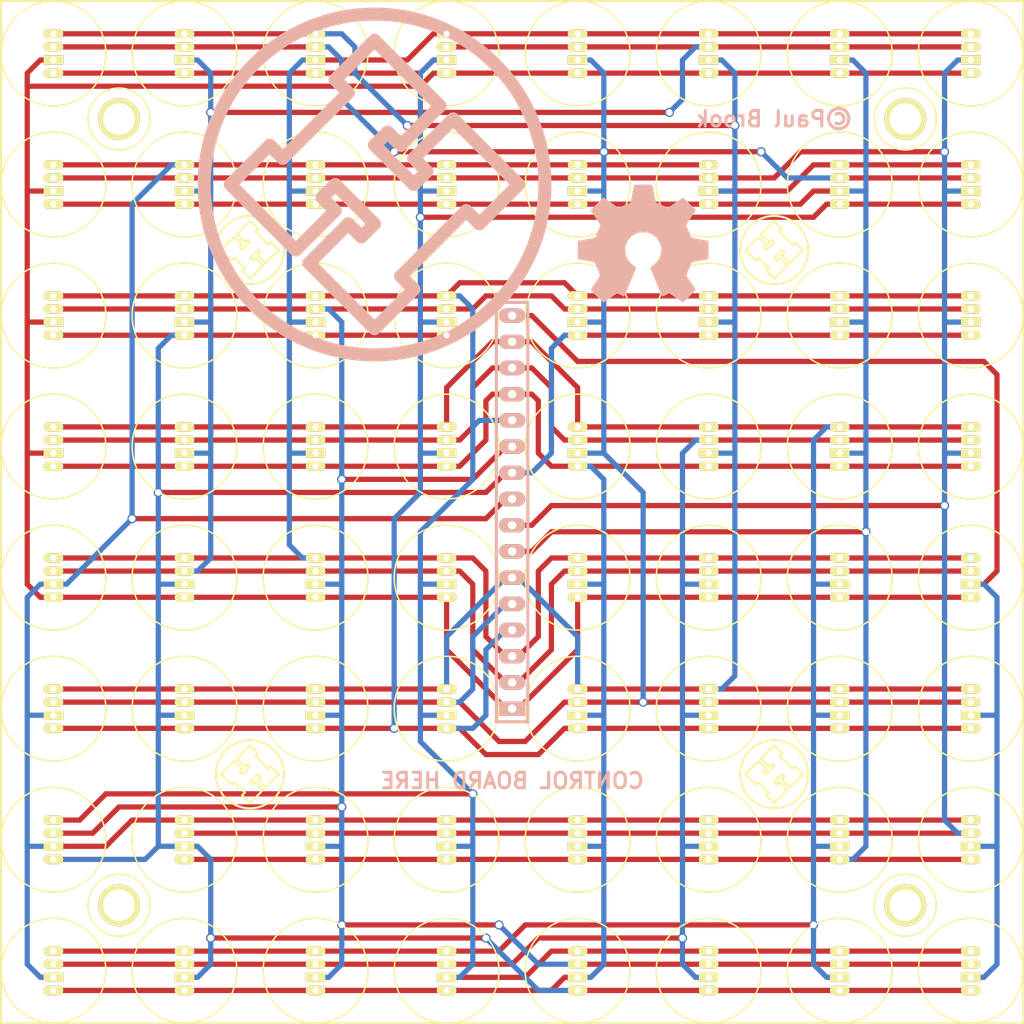
<source format=kicad_pcb>
(kicad_pcb (version 3) (host pcbnew "(2013-dec-23)-stable")

  (general
    (links 256)
    (no_connects 0)
    (area 26.340999 25.705999 127.829 125.424001)
    (thickness 1.6)
    (drawings 8)
    (tracks 575)
    (zones 0)
    (modules 75)
    (nets 17)
  )

  (page A3)
  (layers
    (15 F.Cu signal)
    (0 B.Cu signal)
    (16 B.Adhes user)
    (17 F.Adhes user)
    (18 B.Paste user)
    (19 F.Paste user)
    (20 B.SilkS user)
    (21 F.SilkS user)
    (22 B.Mask user hide)
    (23 F.Mask user hide)
    (24 Dwgs.User user)
    (25 Cmts.User user)
    (26 Eco1.User user)
    (27 Eco2.User user)
    (28 Edge.Cuts user)
  )

  (setup
    (last_trace_width 0.508)
    (user_trace_width 0.254)
    (trace_clearance 0.254)
    (zone_clearance 0.508)
    (zone_45_only no)
    (trace_min 0.254)
    (segment_width 0.2)
    (edge_width 0.1)
    (via_size 0.889)
    (via_drill 0.635)
    (via_min_size 0.889)
    (via_min_drill 0.508)
    (uvia_size 0.508)
    (uvia_drill 0.127)
    (uvias_allowed no)
    (uvia_min_size 0.508)
    (uvia_min_drill 0.127)
    (pcb_text_width 0.3)
    (pcb_text_size 1.5 1.5)
    (mod_edge_width 0.15)
    (mod_text_size 1 1)
    (mod_text_width 0.15)
    (pad_size 1.397 2.54)
    (pad_drill 0.8128)
    (pad_to_mask_clearance 0)
    (aux_axis_origin 0 0)
    (visible_elements FFFFFFBF)
    (pcbplotparams
      (layerselection 15761409)
      (usegerberextensions true)
      (excludeedgelayer true)
      (linewidth 0.150000)
      (plotframeref false)
      (viasonmask false)
      (mode 1)
      (useauxorigin false)
      (hpglpennumber 1)
      (hpglpenspeed 20)
      (hpglpendiameter 15)
      (hpglpenoverlay 2)
      (psnegative false)
      (psa4output false)
      (plotreference true)
      (plotvalue true)
      (plotothertext true)
      (plotinvisibletext false)
      (padsonsilk false)
      (subtractmaskfromsilk true)
      (outputformat 1)
      (mirror false)
      (drillshape 0)
      (scaleselection 1)
      (outputdirectory gerber/))
  )

  (net 0 "")
  (net 1 /A)
  (net 2 /B)
  (net 3 /C)
  (net 4 /D)
  (net 5 /E)
  (net 6 /F)
  (net 7 /G)
  (net 8 /H)
  (net 9 /J)
  (net 10 /K)
  (net 11 /M)
  (net 12 /N)
  (net 13 /P)
  (net 14 /Q)
  (net 15 /R)
  (net 16 /S)

  (net_class Default "This is the default net class."
    (clearance 0.254)
    (trace_width 0.508)
    (via_dia 0.889)
    (via_drill 0.635)
    (uvia_dia 0.508)
    (uvia_drill 0.127)
    (add_net "")
    (add_net /A)
    (add_net /B)
    (add_net /C)
    (add_net /D)
    (add_net /E)
    (add_net /F)
    (add_net /G)
    (add_net /H)
    (add_net /J)
    (add_net /K)
    (add_net /M)
    (add_net /N)
    (add_net /P)
    (add_net /Q)
    (add_net /R)
    (add_net /S)
  )

  (module RGB_LED_10_S (layer F.Cu) (tedit 5354A4D4) (tstamp 5350F971)
    (at 57.15 31.75 90)
    (path /5370C76A)
    (fp_text reference D17 (at 0.5 -2 90) (layer F.SilkS) hide
      (effects (font (size 1 1) (thickness 0.15)))
    )
    (fp_text value RGBLED (at 0 6.35 90) (layer F.SilkS) hide
      (effects (font (size 1 1) (thickness 0.15)))
    )
    (fp_circle (center 0.635 0) (end -4.445 0) (layer F.SilkS) (width 0.15))
    (pad 1 thru_hole oval (at -1.27 0 90) (size 0.9144 1.905) (drill 0.6)
      (layers *.Cu *.Mask F.SilkS)
      (net 4 /D)
    )
    (pad 2 thru_hole rect (at 0 0 90) (size 0.9144 1.905) (drill 0.6)
      (layers *.Cu *.Mask F.SilkS)
      (net 3 /C)
    )
    (pad 3 thru_hole oval (at 1.27 0 90) (size 0.9144 1.905) (drill 0.6)
      (layers *.Cu *.Mask F.SilkS)
      (net 5 /E)
    )
    (pad 4 thru_hole oval (at 2.54 0 90) (size 0.9144 1.905) (drill 0.6)
      (layers *.Cu *.Mask F.SilkS)
      (net 6 /F)
    )
  )

  (module RGB_LED_10_S (layer F.Cu) (tedit 5354A4D4) (tstamp 5350F50A)
    (at 44.45 31.75 90)
    (path /5370C746)
    (fp_text reference D9 (at 0.5 -2 90) (layer F.SilkS) hide
      (effects (font (size 1 1) (thickness 0.15)))
    )
    (fp_text value RGBLED (at 0 6.35 90) (layer F.SilkS) hide
      (effects (font (size 1 1) (thickness 0.15)))
    )
    (fp_circle (center 0.635 0) (end -4.445 0) (layer F.SilkS) (width 0.15))
    (pad 1 thru_hole oval (at -1.27 0 90) (size 0.9144 1.905) (drill 0.6)
      (layers *.Cu *.Mask F.SilkS)
      (net 4 /D)
    )
    (pad 2 thru_hole rect (at 0 0 90) (size 0.9144 1.905) (drill 0.6)
      (layers *.Cu *.Mask F.SilkS)
      (net 2 /B)
    )
    (pad 3 thru_hole oval (at 1.27 0 90) (size 0.9144 1.905) (drill 0.6)
      (layers *.Cu *.Mask F.SilkS)
      (net 5 /E)
    )
    (pad 4 thru_hole oval (at 2.54 0 90) (size 0.9144 1.905) (drill 0.6)
      (layers *.Cu *.Mask F.SilkS)
      (net 6 /F)
    )
  )

  (module RGB_LED_10_S (layer F.Cu) (tedit 5354A4D4) (tstamp 5350F513)
    (at 44.45 44.45 90)
    (path /5370C74C)
    (fp_text reference D10 (at 0.5 -2 90) (layer F.SilkS) hide
      (effects (font (size 1 1) (thickness 0.15)))
    )
    (fp_text value RGBLED (at 0 6.35 90) (layer F.SilkS) hide
      (effects (font (size 1 1) (thickness 0.15)))
    )
    (fp_circle (center 0.635 0) (end -4.445 0) (layer F.SilkS) (width 0.15))
    (pad 1 thru_hole oval (at -1.27 0 90) (size 0.9144 1.905) (drill 0.6)
      (layers *.Cu *.Mask F.SilkS)
      (net 7 /G)
    )
    (pad 2 thru_hole rect (at 0 0 90) (size 0.9144 1.905) (drill 0.6)
      (layers *.Cu *.Mask F.SilkS)
      (net 2 /B)
    )
    (pad 3 thru_hole oval (at 1.27 0 90) (size 0.9144 1.905) (drill 0.6)
      (layers *.Cu *.Mask F.SilkS)
      (net 8 /H)
    )
    (pad 4 thru_hole oval (at 2.54 0 90) (size 0.9144 1.905) (drill 0.6)
      (layers *.Cu *.Mask F.SilkS)
      (net 9 /J)
    )
  )

  (module RGB_LED_10_S (layer F.Cu) (tedit 5354A4D4) (tstamp 5350F51C)
    (at 44.45 57.15 90)
    (path /5370C752)
    (fp_text reference D11 (at 0.5 -2 90) (layer F.SilkS) hide
      (effects (font (size 1 1) (thickness 0.15)))
    )
    (fp_text value RGBLED (at 0 6.35 90) (layer F.SilkS) hide
      (effects (font (size 1 1) (thickness 0.15)))
    )
    (fp_circle (center 0.635 0) (end -4.445 0) (layer F.SilkS) (width 0.15))
    (pad 1 thru_hole oval (at -1.27 0 90) (size 0.9144 1.905) (drill 0.6)
      (layers *.Cu *.Mask F.SilkS)
      (net 10 /K)
    )
    (pad 2 thru_hole rect (at 0 0 90) (size 0.9144 1.905) (drill 0.6)
      (layers *.Cu *.Mask F.SilkS)
      (net 2 /B)
    )
    (pad 3 thru_hole oval (at 1.27 0 90) (size 0.9144 1.905) (drill 0.6)
      (layers *.Cu *.Mask F.SilkS)
      (net 11 /M)
    )
    (pad 4 thru_hole oval (at 2.54 0 90) (size 0.9144 1.905) (drill 0.6)
      (layers *.Cu *.Mask F.SilkS)
      (net 12 /N)
    )
  )

  (module RGB_LED_10_S (layer F.Cu) (tedit 5354A4D4) (tstamp 5350F983)
    (at 57.15 57.15 90)
    (path /5370C776)
    (fp_text reference D19 (at 0.5 -2 90) (layer F.SilkS) hide
      (effects (font (size 1 1) (thickness 0.15)))
    )
    (fp_text value RGBLED (at 0 6.35 90) (layer F.SilkS) hide
      (effects (font (size 1 1) (thickness 0.15)))
    )
    (fp_circle (center 0.635 0) (end -4.445 0) (layer F.SilkS) (width 0.15))
    (pad 1 thru_hole oval (at -1.27 0 90) (size 0.9144 1.905) (drill 0.6)
      (layers *.Cu *.Mask F.SilkS)
      (net 10 /K)
    )
    (pad 2 thru_hole rect (at 0 0 90) (size 0.9144 1.905) (drill 0.6)
      (layers *.Cu *.Mask F.SilkS)
      (net 3 /C)
    )
    (pad 3 thru_hole oval (at 1.27 0 90) (size 0.9144 1.905) (drill 0.6)
      (layers *.Cu *.Mask F.SilkS)
      (net 11 /M)
    )
    (pad 4 thru_hole oval (at 2.54 0 90) (size 0.9144 1.905) (drill 0.6)
      (layers *.Cu *.Mask F.SilkS)
      (net 12 /N)
    )
  )

  (module RGB_LED_10_S (layer F.Cu) (tedit 5354A4D4) (tstamp 5350F97A)
    (at 57.15 44.45 90)
    (path /5370C770)
    (fp_text reference D18 (at 0.5 -2 90) (layer F.SilkS) hide
      (effects (font (size 1 1) (thickness 0.15)))
    )
    (fp_text value RGBLED (at 0 6.35 90) (layer F.SilkS) hide
      (effects (font (size 1 1) (thickness 0.15)))
    )
    (fp_circle (center 0.635 0) (end -4.445 0) (layer F.SilkS) (width 0.15))
    (pad 1 thru_hole oval (at -1.27 0 90) (size 0.9144 1.905) (drill 0.6)
      (layers *.Cu *.Mask F.SilkS)
      (net 7 /G)
    )
    (pad 2 thru_hole rect (at 0 0 90) (size 0.9144 1.905) (drill 0.6)
      (layers *.Cu *.Mask F.SilkS)
      (net 3 /C)
    )
    (pad 3 thru_hole oval (at 1.27 0 90) (size 0.9144 1.905) (drill 0.6)
      (layers *.Cu *.Mask F.SilkS)
      (net 8 /H)
    )
    (pad 4 thru_hole oval (at 2.54 0 90) (size 0.9144 1.905) (drill 0.6)
      (layers *.Cu *.Mask F.SilkS)
      (net 9 /J)
    )
  )

  (module RGB_LED_10_S (layer F.Cu) (tedit 5354A4D4) (tstamp 5350F525)
    (at 44.45 69.85 90)
    (path /5370C758)
    (fp_text reference D12 (at 0.5 -2 90) (layer F.SilkS) hide
      (effects (font (size 1 1) (thickness 0.15)))
    )
    (fp_text value RGBLED (at 0 6.35 90) (layer F.SilkS) hide
      (effects (font (size 1 1) (thickness 0.15)))
    )
    (fp_circle (center 0.635 0) (end -4.445 0) (layer F.SilkS) (width 0.15))
    (pad 1 thru_hole oval (at -1.27 0 90) (size 0.9144 1.905) (drill 0.6)
      (layers *.Cu *.Mask F.SilkS)
      (net 13 /P)
    )
    (pad 2 thru_hole rect (at 0 0 90) (size 0.9144 1.905) (drill 0.6)
      (layers *.Cu *.Mask F.SilkS)
      (net 2 /B)
    )
    (pad 3 thru_hole oval (at 1.27 0 90) (size 0.9144 1.905) (drill 0.6)
      (layers *.Cu *.Mask F.SilkS)
      (net 14 /Q)
    )
    (pad 4 thru_hole oval (at 2.54 0 90) (size 0.9144 1.905) (drill 0.6)
      (layers *.Cu *.Mask F.SilkS)
      (net 15 /R)
    )
  )

  (module RGB_LED_10_S (layer F.Cu) (tedit 5354A4D4) (tstamp 5350FA49)
    (at 69.85 82.55 90)
    (path /5370C8EE)
    (fp_text reference D29 (at 0.5 -2 90) (layer F.SilkS) hide
      (effects (font (size 1 1) (thickness 0.15)))
    )
    (fp_text value RGBLED (at 0 6.35 90) (layer F.SilkS) hide
      (effects (font (size 1 1) (thickness 0.15)))
    )
    (fp_circle (center 0.635 0) (end -4.445 0) (layer F.SilkS) (width 0.15))
    (pad 1 thru_hole oval (at -1.27 0 90) (size 0.9144 1.905) (drill 0.6)
      (layers *.Cu *.Mask F.SilkS)
      (net 1 /A)
    )
    (pad 2 thru_hole rect (at 0 0 90) (size 0.9144 1.905) (drill 0.6)
      (layers *.Cu *.Mask F.SilkS)
      (net 12 /N)
    )
    (pad 3 thru_hole oval (at 1.27 0 90) (size 0.9144 1.905) (drill 0.6)
      (layers *.Cu *.Mask F.SilkS)
      (net 2 /B)
    )
    (pad 4 thru_hole oval (at 2.54 0 90) (size 0.9144 1.905) (drill 0.6)
      (layers *.Cu *.Mask F.SilkS)
      (net 3 /C)
    )
  )

  (module RGB_LED_10_S (layer F.Cu) (tedit 5354A4D4) (tstamp 5350FAE2)
    (at 120.65 69.85 90)
    (path /5370C866)
    (fp_text reference D60 (at 0.5 -2 90) (layer F.SilkS) hide
      (effects (font (size 1 1) (thickness 0.15)))
    )
    (fp_text value RGBLED (at 0 6.35 90) (layer F.SilkS) hide
      (effects (font (size 1 1) (thickness 0.15)))
    )
    (fp_circle (center 0.635 0) (end -4.445 0) (layer F.SilkS) (width 0.15))
    (pad 1 thru_hole oval (at -1.27 0 90) (size 0.9144 1.905) (drill 0.6)
      (layers *.Cu *.Mask F.SilkS)
      (net 13 /P)
    )
    (pad 2 thru_hole rect (at 0 0 90) (size 0.9144 1.905) (drill 0.6)
      (layers *.Cu *.Mask F.SilkS)
      (net 8 /H)
    )
    (pad 3 thru_hole oval (at 1.27 0 90) (size 0.9144 1.905) (drill 0.6)
      (layers *.Cu *.Mask F.SilkS)
      (net 14 /Q)
    )
    (pad 4 thru_hole oval (at 2.54 0 90) (size 0.9144 1.905) (drill 0.6)
      (layers *.Cu *.Mask F.SilkS)
      (net 15 /R)
    )
  )

  (module RGB_LED_10_S (layer F.Cu) (tedit 5354A4D4) (tstamp 5350FAD9)
    (at 120.65 57.15 90)
    (path /5370C860)
    (fp_text reference D59 (at 0.5 -2 90) (layer F.SilkS) hide
      (effects (font (size 1 1) (thickness 0.15)))
    )
    (fp_text value RGBLED (at 0 6.35 90) (layer F.SilkS) hide
      (effects (font (size 1 1) (thickness 0.15)))
    )
    (fp_circle (center 0.635 0) (end -4.445 0) (layer F.SilkS) (width 0.15))
    (pad 1 thru_hole oval (at -1.27 0 90) (size 0.9144 1.905) (drill 0.6)
      (layers *.Cu *.Mask F.SilkS)
      (net 10 /K)
    )
    (pad 2 thru_hole rect (at 0 0 90) (size 0.9144 1.905) (drill 0.6)
      (layers *.Cu *.Mask F.SilkS)
      (net 8 /H)
    )
    (pad 3 thru_hole oval (at 1.27 0 90) (size 0.9144 1.905) (drill 0.6)
      (layers *.Cu *.Mask F.SilkS)
      (net 11 /M)
    )
    (pad 4 thru_hole oval (at 2.54 0 90) (size 0.9144 1.905) (drill 0.6)
      (layers *.Cu *.Mask F.SilkS)
      (net 12 /N)
    )
  )

  (module RGB_LED_10_S (layer F.Cu) (tedit 5354A4D4) (tstamp 5350FAD0)
    (at 120.65 44.45 90)
    (path /5370C85A)
    (fp_text reference D58 (at 0.5 -2 90) (layer F.SilkS) hide
      (effects (font (size 1 1) (thickness 0.15)))
    )
    (fp_text value RGBLED (at 0 6.35 90) (layer F.SilkS) hide
      (effects (font (size 1 1) (thickness 0.15)))
    )
    (fp_circle (center 0.635 0) (end -4.445 0) (layer F.SilkS) (width 0.15))
    (pad 1 thru_hole oval (at -1.27 0 90) (size 0.9144 1.905) (drill 0.6)
      (layers *.Cu *.Mask F.SilkS)
      (net 4 /D)
    )
    (pad 2 thru_hole rect (at 0 0 90) (size 0.9144 1.905) (drill 0.6)
      (layers *.Cu *.Mask F.SilkS)
      (net 8 /H)
    )
    (pad 3 thru_hole oval (at 1.27 0 90) (size 0.9144 1.905) (drill 0.6)
      (layers *.Cu *.Mask F.SilkS)
      (net 5 /E)
    )
    (pad 4 thru_hole oval (at 2.54 0 90) (size 0.9144 1.905) (drill 0.6)
      (layers *.Cu *.Mask F.SilkS)
      (net 6 /F)
    )
  )

  (module RGB_LED_10_S (layer F.Cu) (tedit 5354A4D4) (tstamp 5350FAC7)
    (at 120.65 31.75 90)
    (path /5370C854)
    (fp_text reference D57 (at 0.5 -2 90) (layer F.SilkS) hide
      (effects (font (size 1 1) (thickness 0.15)))
    )
    (fp_text value RGBLED (at 0 6.35 90) (layer F.SilkS) hide
      (effects (font (size 1 1) (thickness 0.15)))
    )
    (fp_circle (center 0.635 0) (end -4.445 0) (layer F.SilkS) (width 0.15))
    (pad 1 thru_hole oval (at -1.27 0 90) (size 0.9144 1.905) (drill 0.6)
      (layers *.Cu *.Mask F.SilkS)
      (net 1 /A)
    )
    (pad 2 thru_hole rect (at 0 0 90) (size 0.9144 1.905) (drill 0.6)
      (layers *.Cu *.Mask F.SilkS)
      (net 8 /H)
    )
    (pad 3 thru_hole oval (at 1.27 0 90) (size 0.9144 1.905) (drill 0.6)
      (layers *.Cu *.Mask F.SilkS)
      (net 2 /B)
    )
    (pad 4 thru_hole oval (at 2.54 0 90) (size 0.9144 1.905) (drill 0.6)
      (layers *.Cu *.Mask F.SilkS)
      (net 3 /C)
    )
  )

  (module RGB_LED_10_S (layer F.Cu) (tedit 5354A4D4) (tstamp 5350FABE)
    (at 95.25 82.55 90)
    (path /5370C93A)
    (fp_text reference D45 (at 0.5 -2 90) (layer F.SilkS) hide
      (effects (font (size 1 1) (thickness 0.15)))
    )
    (fp_text value RGBLED (at 0 6.35 90) (layer F.SilkS) hide
      (effects (font (size 1 1) (thickness 0.15)))
    )
    (fp_circle (center 0.635 0) (end -4.445 0) (layer F.SilkS) (width 0.15))
    (pad 1 thru_hole oval (at -1.27 0 90) (size 0.9144 1.905) (drill 0.6)
      (layers *.Cu *.Mask F.SilkS)
      (net 1 /A)
    )
    (pad 2 thru_hole rect (at 0 0 90) (size 0.9144 1.905) (drill 0.6)
      (layers *.Cu *.Mask F.SilkS)
      (net 14 /Q)
    )
    (pad 3 thru_hole oval (at 1.27 0 90) (size 0.9144 1.905) (drill 0.6)
      (layers *.Cu *.Mask F.SilkS)
      (net 2 /B)
    )
    (pad 4 thru_hole oval (at 2.54 0 90) (size 0.9144 1.905) (drill 0.6)
      (layers *.Cu *.Mask F.SilkS)
      (net 3 /C)
    )
  )

  (module RGB_LED_10_S (layer F.Cu) (tedit 5354A4D4) (tstamp 5350FAB5)
    (at 95.25 69.85 90)
    (path /5370C7EB)
    (fp_text reference D44 (at 0.5 -2 90) (layer F.SilkS) hide
      (effects (font (size 1 1) (thickness 0.15)))
    )
    (fp_text value RGBLED (at 0 6.35 90) (layer F.SilkS) hide
      (effects (font (size 1 1) (thickness 0.15)))
    )
    (fp_circle (center 0.635 0) (end -4.445 0) (layer F.SilkS) (width 0.15))
    (pad 1 thru_hole oval (at -1.27 0 90) (size 0.9144 1.905) (drill 0.6)
      (layers *.Cu *.Mask F.SilkS)
      (net 13 /P)
    )
    (pad 2 thru_hole rect (at 0 0 90) (size 0.9144 1.905) (drill 0.6)
      (layers *.Cu *.Mask F.SilkS)
      (net 6 /F)
    )
    (pad 3 thru_hole oval (at 1.27 0 90) (size 0.9144 1.905) (drill 0.6)
      (layers *.Cu *.Mask F.SilkS)
      (net 14 /Q)
    )
    (pad 4 thru_hole oval (at 2.54 0 90) (size 0.9144 1.905) (drill 0.6)
      (layers *.Cu *.Mask F.SilkS)
      (net 15 /R)
    )
  )

  (module RGB_LED_10_S (layer F.Cu) (tedit 5354A4D4) (tstamp 5350FAAC)
    (at 95.25 57.15 90)
    (path /5370C7E5)
    (fp_text reference D43 (at 0.5 -2 90) (layer F.SilkS) hide
      (effects (font (size 1 1) (thickness 0.15)))
    )
    (fp_text value RGBLED (at 0 6.35 90) (layer F.SilkS) hide
      (effects (font (size 1 1) (thickness 0.15)))
    )
    (fp_circle (center 0.635 0) (end -4.445 0) (layer F.SilkS) (width 0.15))
    (pad 1 thru_hole oval (at -1.27 0 90) (size 0.9144 1.905) (drill 0.6)
      (layers *.Cu *.Mask F.SilkS)
      (net 10 /K)
    )
    (pad 2 thru_hole rect (at 0 0 90) (size 0.9144 1.905) (drill 0.6)
      (layers *.Cu *.Mask F.SilkS)
      (net 6 /F)
    )
    (pad 3 thru_hole oval (at 1.27 0 90) (size 0.9144 1.905) (drill 0.6)
      (layers *.Cu *.Mask F.SilkS)
      (net 11 /M)
    )
    (pad 4 thru_hole oval (at 2.54 0 90) (size 0.9144 1.905) (drill 0.6)
      (layers *.Cu *.Mask F.SilkS)
      (net 12 /N)
    )
  )

  (module RGB_LED_10_S (layer F.Cu) (tedit 5354A4D4) (tstamp 5350FAA3)
    (at 95.25 44.45 90)
    (path /5370C7DF)
    (fp_text reference D42 (at 0.5 -2 90) (layer F.SilkS) hide
      (effects (font (size 1 1) (thickness 0.15)))
    )
    (fp_text value RGBLED (at 0 6.35 90) (layer F.SilkS) hide
      (effects (font (size 1 1) (thickness 0.15)))
    )
    (fp_circle (center 0.635 0) (end -4.445 0) (layer F.SilkS) (width 0.15))
    (pad 1 thru_hole oval (at -1.27 0 90) (size 0.9144 1.905) (drill 0.6)
      (layers *.Cu *.Mask F.SilkS)
      (net 7 /G)
    )
    (pad 2 thru_hole rect (at 0 0 90) (size 0.9144 1.905) (drill 0.6)
      (layers *.Cu *.Mask F.SilkS)
      (net 6 /F)
    )
    (pad 3 thru_hole oval (at 1.27 0 90) (size 0.9144 1.905) (drill 0.6)
      (layers *.Cu *.Mask F.SilkS)
      (net 8 /H)
    )
    (pad 4 thru_hole oval (at 2.54 0 90) (size 0.9144 1.905) (drill 0.6)
      (layers *.Cu *.Mask F.SilkS)
      (net 9 /J)
    )
  )

  (module RGB_LED_10_S (layer F.Cu) (tedit 5354A4D4) (tstamp 5350FA9A)
    (at 95.25 31.75 90)
    (path /5370C7D9)
    (fp_text reference D41 (at 0.5 -2 90) (layer F.SilkS) hide
      (effects (font (size 1 1) (thickness 0.15)))
    )
    (fp_text value RGBLED (at 0 6.35 90) (layer F.SilkS) hide
      (effects (font (size 1 1) (thickness 0.15)))
    )
    (fp_circle (center 0.635 0) (end -4.445 0) (layer F.SilkS) (width 0.15))
    (pad 1 thru_hole oval (at -1.27 0 90) (size 0.9144 1.905) (drill 0.6)
      (layers *.Cu *.Mask F.SilkS)
      (net 1 /A)
    )
    (pad 2 thru_hole rect (at 0 0 90) (size 0.9144 1.905) (drill 0.6)
      (layers *.Cu *.Mask F.SilkS)
      (net 6 /F)
    )
    (pad 3 thru_hole oval (at 1.27 0 90) (size 0.9144 1.905) (drill 0.6)
      (layers *.Cu *.Mask F.SilkS)
      (net 2 /B)
    )
    (pad 4 thru_hole oval (at 2.54 0 90) (size 0.9144 1.905) (drill 0.6)
      (layers *.Cu *.Mask F.SilkS)
      (net 3 /C)
    )
  )

  (module RGB_LED_10_S (layer F.Cu) (tedit 5354A4D4) (tstamp 5350FA91)
    (at 82.55 120.65 90)
    (path /5370C924)
    (fp_text reference D40 (at 0.5 -2 90) (layer F.SilkS) hide
      (effects (font (size 1 1) (thickness 0.15)))
    )
    (fp_text value RGBLED (at 0 6.35 90) (layer F.SilkS) hide
      (effects (font (size 1 1) (thickness 0.15)))
    )
    (fp_circle (center 0.635 0) (end -4.445 0) (layer F.SilkS) (width 0.15))
    (pad 1 thru_hole oval (at -1.27 0 90) (size 0.9144 1.905) (drill 0.6)
      (layers *.Cu *.Mask F.SilkS)
      (net 10 /K)
    )
    (pad 2 thru_hole rect (at 0 0 90) (size 0.9144 1.905) (drill 0.6)
      (layers *.Cu *.Mask F.SilkS)
      (net 13 /P)
    )
    (pad 3 thru_hole oval (at 1.27 0 90) (size 0.9144 1.905) (drill 0.6)
      (layers *.Cu *.Mask F.SilkS)
      (net 11 /M)
    )
    (pad 4 thru_hole oval (at 2.54 0 90) (size 0.9144 1.905) (drill 0.6)
      (layers *.Cu *.Mask F.SilkS)
      (net 12 /N)
    )
  )

  (module RGB_LED_10_S (layer F.Cu) (tedit 5354A4D4) (tstamp 5350FA88)
    (at 82.55 107.95 90)
    (path /5370C91E)
    (fp_text reference D39 (at 0.5 -2 90) (layer F.SilkS) hide
      (effects (font (size 1 1) (thickness 0.15)))
    )
    (fp_text value RGBLED (at 0 6.35 90) (layer F.SilkS) hide
      (effects (font (size 1 1) (thickness 0.15)))
    )
    (fp_circle (center 0.635 0) (end -4.445 0) (layer F.SilkS) (width 0.15))
    (pad 1 thru_hole oval (at -1.27 0 90) (size 0.9144 1.905) (drill 0.6)
      (layers *.Cu *.Mask F.SilkS)
      (net 7 /G)
    )
    (pad 2 thru_hole rect (at 0 0 90) (size 0.9144 1.905) (drill 0.6)
      (layers *.Cu *.Mask F.SilkS)
      (net 13 /P)
    )
    (pad 3 thru_hole oval (at 1.27 0 90) (size 0.9144 1.905) (drill 0.6)
      (layers *.Cu *.Mask F.SilkS)
      (net 8 /H)
    )
    (pad 4 thru_hole oval (at 2.54 0 90) (size 0.9144 1.905) (drill 0.6)
      (layers *.Cu *.Mask F.SilkS)
      (net 9 /J)
    )
  )

  (module RGB_LED_10_S (layer F.Cu) (tedit 5354A4D4) (tstamp 5350FA7F)
    (at 57.15 69.85 90)
    (path /5370C77C)
    (fp_text reference D20 (at 0.5 -2 90) (layer F.SilkS) hide
      (effects (font (size 1 1) (thickness 0.15)))
    )
    (fp_text value RGBLED (at 0 6.35 90) (layer F.SilkS) hide
      (effects (font (size 1 1) (thickness 0.15)))
    )
    (fp_circle (center 0.635 0) (end -4.445 0) (layer F.SilkS) (width 0.15))
    (pad 1 thru_hole oval (at -1.27 0 90) (size 0.9144 1.905) (drill 0.6)
      (layers *.Cu *.Mask F.SilkS)
      (net 13 /P)
    )
    (pad 2 thru_hole rect (at 0 0 90) (size 0.9144 1.905) (drill 0.6)
      (layers *.Cu *.Mask F.SilkS)
      (net 3 /C)
    )
    (pad 3 thru_hole oval (at 1.27 0 90) (size 0.9144 1.905) (drill 0.6)
      (layers *.Cu *.Mask F.SilkS)
      (net 14 /Q)
    )
    (pad 4 thru_hole oval (at 2.54 0 90) (size 0.9144 1.905) (drill 0.6)
      (layers *.Cu *.Mask F.SilkS)
      (net 15 /R)
    )
  )

  (module RGB_LED_10_S (layer F.Cu) (tedit 5354A4D4) (tstamp 5350FA76)
    (at 82.55 82.55 90)
    (path /5370C912)
    (fp_text reference D37 (at 0.5 -2 90) (layer F.SilkS) hide
      (effects (font (size 1 1) (thickness 0.15)))
    )
    (fp_text value RGBLED (at 0 6.35 90) (layer F.SilkS) hide
      (effects (font (size 1 1) (thickness 0.15)))
    )
    (fp_circle (center 0.635 0) (end -4.445 0) (layer F.SilkS) (width 0.15))
    (pad 1 thru_hole oval (at -1.27 0 90) (size 0.9144 1.905) (drill 0.6)
      (layers *.Cu *.Mask F.SilkS)
      (net 1 /A)
    )
    (pad 2 thru_hole rect (at 0 0 90) (size 0.9144 1.905) (drill 0.6)
      (layers *.Cu *.Mask F.SilkS)
      (net 13 /P)
    )
    (pad 3 thru_hole oval (at 1.27 0 90) (size 0.9144 1.905) (drill 0.6)
      (layers *.Cu *.Mask F.SilkS)
      (net 2 /B)
    )
    (pad 4 thru_hole oval (at 2.54 0 90) (size 0.9144 1.905) (drill 0.6)
      (layers *.Cu *.Mask F.SilkS)
      (net 3 /C)
    )
  )

  (module RGB_LED_10_S (layer F.Cu) (tedit 5354A4D4) (tstamp 5350FA6D)
    (at 82.55 69.85 90)
    (path /5370C7C7)
    (fp_text reference D36 (at 0.5 -2 90) (layer F.SilkS) hide
      (effects (font (size 1 1) (thickness 0.15)))
    )
    (fp_text value RGBLED (at 0 6.35 90) (layer F.SilkS) hide
      (effects (font (size 1 1) (thickness 0.15)))
    )
    (fp_circle (center 0.635 0) (end -4.445 0) (layer F.SilkS) (width 0.15))
    (pad 1 thru_hole oval (at -1.27 0 90) (size 0.9144 1.905) (drill 0.6)
      (layers *.Cu *.Mask F.SilkS)
      (net 13 /P)
    )
    (pad 2 thru_hole rect (at 0 0 90) (size 0.9144 1.905) (drill 0.6)
      (layers *.Cu *.Mask F.SilkS)
      (net 5 /E)
    )
    (pad 3 thru_hole oval (at 1.27 0 90) (size 0.9144 1.905) (drill 0.6)
      (layers *.Cu *.Mask F.SilkS)
      (net 14 /Q)
    )
    (pad 4 thru_hole oval (at 2.54 0 90) (size 0.9144 1.905) (drill 0.6)
      (layers *.Cu *.Mask F.SilkS)
      (net 15 /R)
    )
  )

  (module RGB_LED_10_S (layer F.Cu) (tedit 5354A4D4) (tstamp 5350FA64)
    (at 69.85 120.65 90)
    (path /5370C900)
    (fp_text reference D32 (at 0.5 -2 90) (layer F.SilkS) hide
      (effects (font (size 1 1) (thickness 0.15)))
    )
    (fp_text value RGBLED (at 0 6.35 90) (layer F.SilkS) hide
      (effects (font (size 1 1) (thickness 0.15)))
    )
    (fp_circle (center 0.635 0) (end -4.445 0) (layer F.SilkS) (width 0.15))
    (pad 1 thru_hole oval (at -1.27 0 90) (size 0.9144 1.905) (drill 0.6)
      (layers *.Cu *.Mask F.SilkS)
      (net 13 /P)
    )
    (pad 2 thru_hole rect (at 0 0 90) (size 0.9144 1.905) (drill 0.6)
      (layers *.Cu *.Mask F.SilkS)
      (net 12 /N)
    )
    (pad 3 thru_hole oval (at 1.27 0 90) (size 0.9144 1.905) (drill 0.6)
      (layers *.Cu *.Mask F.SilkS)
      (net 14 /Q)
    )
    (pad 4 thru_hole oval (at 2.54 0 90) (size 0.9144 1.905) (drill 0.6)
      (layers *.Cu *.Mask F.SilkS)
      (net 15 /R)
    )
  )

  (module RGB_LED_10_S (layer F.Cu) (tedit 5354A4D4) (tstamp 5350FA5B)
    (at 69.85 107.95 90)
    (path /5370C8FA)
    (fp_text reference D31 (at 0.5 -2 90) (layer F.SilkS) hide
      (effects (font (size 1 1) (thickness 0.15)))
    )
    (fp_text value RGBLED (at 0 6.35 90) (layer F.SilkS) hide
      (effects (font (size 1 1) (thickness 0.15)))
    )
    (fp_circle (center 0.635 0) (end -4.445 0) (layer F.SilkS) (width 0.15))
    (pad 1 thru_hole oval (at -1.27 0 90) (size 0.9144 1.905) (drill 0.6)
      (layers *.Cu *.Mask F.SilkS)
      (net 7 /G)
    )
    (pad 2 thru_hole rect (at 0 0 90) (size 0.9144 1.905) (drill 0.6)
      (layers *.Cu *.Mask F.SilkS)
      (net 12 /N)
    )
    (pad 3 thru_hole oval (at 1.27 0 90) (size 0.9144 1.905) (drill 0.6)
      (layers *.Cu *.Mask F.SilkS)
      (net 8 /H)
    )
    (pad 4 thru_hole oval (at 2.54 0 90) (size 0.9144 1.905) (drill 0.6)
      (layers *.Cu *.Mask F.SilkS)
      (net 9 /J)
    )
  )

  (module RGB_LED_10_S (layer F.Cu) (tedit 5354A4D4) (tstamp 5350FA52)
    (at 69.85 95.25 90)
    (path /5370C8F4)
    (fp_text reference D30 (at 0.5 -2 90) (layer F.SilkS) hide
      (effects (font (size 1 1) (thickness 0.15)))
    )
    (fp_text value RGBLED (at 0 6.35 90) (layer F.SilkS) hide
      (effects (font (size 1 1) (thickness 0.15)))
    )
    (fp_circle (center 0.635 0) (end -4.445 0) (layer F.SilkS) (width 0.15))
    (pad 1 thru_hole oval (at -1.27 0 90) (size 0.9144 1.905) (drill 0.6)
      (layers *.Cu *.Mask F.SilkS)
      (net 4 /D)
    )
    (pad 2 thru_hole rect (at 0 0 90) (size 0.9144 1.905) (drill 0.6)
      (layers *.Cu *.Mask F.SilkS)
      (net 12 /N)
    )
    (pad 3 thru_hole oval (at 1.27 0 90) (size 0.9144 1.905) (drill 0.6)
      (layers *.Cu *.Mask F.SilkS)
      (net 5 /E)
    )
    (pad 4 thru_hole oval (at 2.54 0 90) (size 0.9144 1.905) (drill 0.6)
      (layers *.Cu *.Mask F.SilkS)
      (net 6 /F)
    )
  )

  (module RGB_LED_10_S (layer F.Cu) (tedit 5354A4D4) (tstamp 5350FA40)
    (at 69.85 69.85 90)
    (path /5370C7A0)
    (fp_text reference D28 (at 0.5 -2 90) (layer F.SilkS) hide
      (effects (font (size 1 1) (thickness 0.15)))
    )
    (fp_text value RGBLED (at 0 6.35 90) (layer F.SilkS) hide
      (effects (font (size 1 1) (thickness 0.15)))
    )
    (fp_circle (center 0.635 0) (end -4.445 0) (layer F.SilkS) (width 0.15))
    (pad 1 thru_hole oval (at -1.27 0 90) (size 0.9144 1.905) (drill 0.6)
      (layers *.Cu *.Mask F.SilkS)
      (net 13 /P)
    )
    (pad 2 thru_hole rect (at 0 0 90) (size 0.9144 1.905) (drill 0.6)
      (layers *.Cu *.Mask F.SilkS)
      (net 4 /D)
    )
    (pad 3 thru_hole oval (at 1.27 0 90) (size 0.9144 1.905) (drill 0.6)
      (layers *.Cu *.Mask F.SilkS)
      (net 14 /Q)
    )
    (pad 4 thru_hole oval (at 2.54 0 90) (size 0.9144 1.905) (drill 0.6)
      (layers *.Cu *.Mask F.SilkS)
      (net 15 /R)
    )
  )

  (module RGB_LED_10_S (layer F.Cu) (tedit 5354A4D4) (tstamp 5350FA37)
    (at 57.15 120.65 90)
    (path /5370C8DC)
    (fp_text reference D24 (at 0.5 -2 90) (layer F.SilkS) hide
      (effects (font (size 1 1) (thickness 0.15)))
    )
    (fp_text value RGBLED (at 0 6.35 90) (layer F.SilkS) hide
      (effects (font (size 1 1) (thickness 0.15)))
    )
    (fp_circle (center 0.635 0) (end -4.445 0) (layer F.SilkS) (width 0.15))
    (pad 1 thru_hole oval (at -1.27 0 90) (size 0.9144 1.905) (drill 0.6)
      (layers *.Cu *.Mask F.SilkS)
      (net 13 /P)
    )
    (pad 2 thru_hole rect (at 0 0 90) (size 0.9144 1.905) (drill 0.6)
      (layers *.Cu *.Mask F.SilkS)
      (net 11 /M)
    )
    (pad 3 thru_hole oval (at 1.27 0 90) (size 0.9144 1.905) (drill 0.6)
      (layers *.Cu *.Mask F.SilkS)
      (net 14 /Q)
    )
    (pad 4 thru_hole oval (at 2.54 0 90) (size 0.9144 1.905) (drill 0.6)
      (layers *.Cu *.Mask F.SilkS)
      (net 15 /R)
    )
  )

  (module RGB_LED_10_S (layer F.Cu) (tedit 5354A4D4) (tstamp 5350FA2E)
    (at 57.15 107.95 90)
    (path /5370C8D6)
    (fp_text reference D23 (at 0.5 -2 90) (layer F.SilkS) hide
      (effects (font (size 1 1) (thickness 0.15)))
    )
    (fp_text value RGBLED (at 0 6.35 90) (layer F.SilkS) hide
      (effects (font (size 1 1) (thickness 0.15)))
    )
    (fp_circle (center 0.635 0) (end -4.445 0) (layer F.SilkS) (width 0.15))
    (pad 1 thru_hole oval (at -1.27 0 90) (size 0.9144 1.905) (drill 0.6)
      (layers *.Cu *.Mask F.SilkS)
      (net 7 /G)
    )
    (pad 2 thru_hole rect (at 0 0 90) (size 0.9144 1.905) (drill 0.6)
      (layers *.Cu *.Mask F.SilkS)
      (net 11 /M)
    )
    (pad 3 thru_hole oval (at 1.27 0 90) (size 0.9144 1.905) (drill 0.6)
      (layers *.Cu *.Mask F.SilkS)
      (net 8 /H)
    )
    (pad 4 thru_hole oval (at 2.54 0 90) (size 0.9144 1.905) (drill 0.6)
      (layers *.Cu *.Mask F.SilkS)
      (net 9 /J)
    )
  )

  (module RGB_LED_10_S (layer F.Cu) (tedit 5354A4D4) (tstamp 5350FA25)
    (at 57.15 95.25 90)
    (path /5370C8D0)
    (fp_text reference D22 (at 0.5 -2 90) (layer F.SilkS) hide
      (effects (font (size 1 1) (thickness 0.15)))
    )
    (fp_text value RGBLED (at 0 6.35 90) (layer F.SilkS) hide
      (effects (font (size 1 1) (thickness 0.15)))
    )
    (fp_circle (center 0.635 0) (end -4.445 0) (layer F.SilkS) (width 0.15))
    (pad 1 thru_hole oval (at -1.27 0 90) (size 0.9144 1.905) (drill 0.6)
      (layers *.Cu *.Mask F.SilkS)
      (net 4 /D)
    )
    (pad 2 thru_hole rect (at 0 0 90) (size 0.9144 1.905) (drill 0.6)
      (layers *.Cu *.Mask F.SilkS)
      (net 11 /M)
    )
    (pad 3 thru_hole oval (at 1.27 0 90) (size 0.9144 1.905) (drill 0.6)
      (layers *.Cu *.Mask F.SilkS)
      (net 5 /E)
    )
    (pad 4 thru_hole oval (at 2.54 0 90) (size 0.9144 1.905) (drill 0.6)
      (layers *.Cu *.Mask F.SilkS)
      (net 6 /F)
    )
  )

  (module RGB_LED_10_S (layer F.Cu) (tedit 5354A4D4) (tstamp 5350FA1C)
    (at 57.15 82.55 90)
    (path /5370C8CA)
    (fp_text reference D21 (at 0.5 -2 90) (layer F.SilkS) hide
      (effects (font (size 1 1) (thickness 0.15)))
    )
    (fp_text value RGBLED (at 0 6.35 90) (layer F.SilkS) hide
      (effects (font (size 1 1) (thickness 0.15)))
    )
    (fp_circle (center 0.635 0) (end -4.445 0) (layer F.SilkS) (width 0.15))
    (pad 1 thru_hole oval (at -1.27 0 90) (size 0.9144 1.905) (drill 0.6)
      (layers *.Cu *.Mask F.SilkS)
      (net 1 /A)
    )
    (pad 2 thru_hole rect (at 0 0 90) (size 0.9144 1.905) (drill 0.6)
      (layers *.Cu *.Mask F.SilkS)
      (net 11 /M)
    )
    (pad 3 thru_hole oval (at 1.27 0 90) (size 0.9144 1.905) (drill 0.6)
      (layers *.Cu *.Mask F.SilkS)
      (net 2 /B)
    )
    (pad 4 thru_hole oval (at 2.54 0 90) (size 0.9144 1.905) (drill 0.6)
      (layers *.Cu *.Mask F.SilkS)
      (net 3 /C)
    )
  )

  (module RGB_LED_10_S (layer F.Cu) (tedit 5354A4D4) (tstamp 5350FA13)
    (at 82.55 95.25 90)
    (path /5370C918)
    (fp_text reference D38 (at 0.5 -2 90) (layer F.SilkS) hide
      (effects (font (size 1 1) (thickness 0.15)))
    )
    (fp_text value RGBLED (at 0 6.35 90) (layer F.SilkS) hide
      (effects (font (size 1 1) (thickness 0.15)))
    )
    (fp_circle (center 0.635 0) (end -4.445 0) (layer F.SilkS) (width 0.15))
    (pad 1 thru_hole oval (at -1.27 0 90) (size 0.9144 1.905) (drill 0.6)
      (layers *.Cu *.Mask F.SilkS)
      (net 4 /D)
    )
    (pad 2 thru_hole rect (at 0 0 90) (size 0.9144 1.905) (drill 0.6)
      (layers *.Cu *.Mask F.SilkS)
      (net 13 /P)
    )
    (pad 3 thru_hole oval (at 1.27 0 90) (size 0.9144 1.905) (drill 0.6)
      (layers *.Cu *.Mask F.SilkS)
      (net 5 /E)
    )
    (pad 4 thru_hole oval (at 2.54 0 90) (size 0.9144 1.905) (drill 0.6)
      (layers *.Cu *.Mask F.SilkS)
      (net 6 /F)
    )
  )

  (module RGB_LED_10_S (layer F.Cu) (tedit 5354A4D4) (tstamp 5350FA0A)
    (at 120.65 120.65 90)
    (path /5370C994)
    (fp_text reference D64 (at 0.5 -2 90) (layer F.SilkS) hide
      (effects (font (size 1 1) (thickness 0.15)))
    )
    (fp_text value RGBLED (at 0 6.35 90) (layer F.SilkS) hide
      (effects (font (size 1 1) (thickness 0.15)))
    )
    (fp_circle (center 0.635 0) (end -4.445 0) (layer F.SilkS) (width 0.15))
    (pad 1 thru_hole oval (at -1.27 0 90) (size 0.9144 1.905) (drill 0.6)
      (layers *.Cu *.Mask F.SilkS)
      (net 10 /K)
    )
    (pad 2 thru_hole rect (at 0 0 90) (size 0.9144 1.905) (drill 0.6)
      (layers *.Cu *.Mask F.SilkS)
      (net 16 /S)
    )
    (pad 3 thru_hole oval (at 1.27 0 90) (size 0.9144 1.905) (drill 0.6)
      (layers *.Cu *.Mask F.SilkS)
      (net 11 /M)
    )
    (pad 4 thru_hole oval (at 2.54 0 90) (size 0.9144 1.905) (drill 0.6)
      (layers *.Cu *.Mask F.SilkS)
      (net 12 /N)
    )
  )

  (module RGB_LED_10_S (layer F.Cu) (tedit 5354A4D4) (tstamp 5350FA01)
    (at 120.65 107.95 90)
    (path /5370C98E)
    (fp_text reference D63 (at 0.5 -2 90) (layer F.SilkS) hide
      (effects (font (size 1 1) (thickness 0.15)))
    )
    (fp_text value RGBLED (at 0 6.35 90) (layer F.SilkS) hide
      (effects (font (size 1 1) (thickness 0.15)))
    )
    (fp_circle (center 0.635 0) (end -4.445 0) (layer F.SilkS) (width 0.15))
    (pad 1 thru_hole oval (at -1.27 0 90) (size 0.9144 1.905) (drill 0.6)
      (layers *.Cu *.Mask F.SilkS)
      (net 7 /G)
    )
    (pad 2 thru_hole rect (at 0 0 90) (size 0.9144 1.905) (drill 0.6)
      (layers *.Cu *.Mask F.SilkS)
      (net 16 /S)
    )
    (pad 3 thru_hole oval (at 1.27 0 90) (size 0.9144 1.905) (drill 0.6)
      (layers *.Cu *.Mask F.SilkS)
      (net 8 /H)
    )
    (pad 4 thru_hole oval (at 2.54 0 90) (size 0.9144 1.905) (drill 0.6)
      (layers *.Cu *.Mask F.SilkS)
      (net 9 /J)
    )
  )

  (module RGB_LED_10_S (layer F.Cu) (tedit 5354A4D4) (tstamp 5350F9F8)
    (at 120.65 95.25 90)
    (path /5370C988)
    (fp_text reference D62 (at 0.5 -2 90) (layer F.SilkS) hide
      (effects (font (size 1 1) (thickness 0.15)))
    )
    (fp_text value RGBLED (at 0 6.35 90) (layer F.SilkS) hide
      (effects (font (size 1 1) (thickness 0.15)))
    )
    (fp_circle (center 0.635 0) (end -4.445 0) (layer F.SilkS) (width 0.15))
    (pad 1 thru_hole oval (at -1.27 0 90) (size 0.9144 1.905) (drill 0.6)
      (layers *.Cu *.Mask F.SilkS)
      (net 4 /D)
    )
    (pad 2 thru_hole rect (at 0 0 90) (size 0.9144 1.905) (drill 0.6)
      (layers *.Cu *.Mask F.SilkS)
      (net 16 /S)
    )
    (pad 3 thru_hole oval (at 1.27 0 90) (size 0.9144 1.905) (drill 0.6)
      (layers *.Cu *.Mask F.SilkS)
      (net 5 /E)
    )
    (pad 4 thru_hole oval (at 2.54 0 90) (size 0.9144 1.905) (drill 0.6)
      (layers *.Cu *.Mask F.SilkS)
      (net 6 /F)
    )
  )

  (module RGB_LED_10_S (layer F.Cu) (tedit 5354A4D4) (tstamp 5350F9EF)
    (at 107.95 120.65 90)
    (path /5370C970)
    (fp_text reference D56 (at 0.5 -2 90) (layer F.SilkS) hide
      (effects (font (size 1 1) (thickness 0.15)))
    )
    (fp_text value RGBLED (at 0 6.35 90) (layer F.SilkS) hide
      (effects (font (size 1 1) (thickness 0.15)))
    )
    (fp_circle (center 0.635 0) (end -4.445 0) (layer F.SilkS) (width 0.15))
    (pad 1 thru_hole oval (at -1.27 0 90) (size 0.9144 1.905) (drill 0.6)
      (layers *.Cu *.Mask F.SilkS)
      (net 10 /K)
    )
    (pad 2 thru_hole rect (at 0 0 90) (size 0.9144 1.905) (drill 0.6)
      (layers *.Cu *.Mask F.SilkS)
      (net 15 /R)
    )
    (pad 3 thru_hole oval (at 1.27 0 90) (size 0.9144 1.905) (drill 0.6)
      (layers *.Cu *.Mask F.SilkS)
      (net 11 /M)
    )
    (pad 4 thru_hole oval (at 2.54 0 90) (size 0.9144 1.905) (drill 0.6)
      (layers *.Cu *.Mask F.SilkS)
      (net 12 /N)
    )
  )

  (module RGB_LED_10_S (layer F.Cu) (tedit 5354A4D4) (tstamp 5350F9E6)
    (at 107.95 107.95 90)
    (path /5370C96A)
    (fp_text reference D55 (at 0.5 -2 90) (layer F.SilkS) hide
      (effects (font (size 1 1) (thickness 0.15)))
    )
    (fp_text value RGBLED (at 0 6.35 90) (layer F.SilkS) hide
      (effects (font (size 1 1) (thickness 0.15)))
    )
    (fp_circle (center 0.635 0) (end -4.445 0) (layer F.SilkS) (width 0.15))
    (pad 1 thru_hole oval (at -1.27 0 90) (size 0.9144 1.905) (drill 0.6)
      (layers *.Cu *.Mask F.SilkS)
      (net 7 /G)
    )
    (pad 2 thru_hole rect (at 0 0 90) (size 0.9144 1.905) (drill 0.6)
      (layers *.Cu *.Mask F.SilkS)
      (net 15 /R)
    )
    (pad 3 thru_hole oval (at 1.27 0 90) (size 0.9144 1.905) (drill 0.6)
      (layers *.Cu *.Mask F.SilkS)
      (net 8 /H)
    )
    (pad 4 thru_hole oval (at 2.54 0 90) (size 0.9144 1.905) (drill 0.6)
      (layers *.Cu *.Mask F.SilkS)
      (net 9 /J)
    )
  )

  (module RGB_LED_10_S (layer F.Cu) (tedit 5354A4D4) (tstamp 5350F9DD)
    (at 107.95 95.25 90)
    (path /5370C964)
    (fp_text reference D54 (at 0.5 -2 90) (layer F.SilkS) hide
      (effects (font (size 1 1) (thickness 0.15)))
    )
    (fp_text value RGBLED (at 0 6.35 90) (layer F.SilkS) hide
      (effects (font (size 1 1) (thickness 0.15)))
    )
    (fp_circle (center 0.635 0) (end -4.445 0) (layer F.SilkS) (width 0.15))
    (pad 1 thru_hole oval (at -1.27 0 90) (size 0.9144 1.905) (drill 0.6)
      (layers *.Cu *.Mask F.SilkS)
      (net 4 /D)
    )
    (pad 2 thru_hole rect (at 0 0 90) (size 0.9144 1.905) (drill 0.6)
      (layers *.Cu *.Mask F.SilkS)
      (net 15 /R)
    )
    (pad 3 thru_hole oval (at 1.27 0 90) (size 0.9144 1.905) (drill 0.6)
      (layers *.Cu *.Mask F.SilkS)
      (net 5 /E)
    )
    (pad 4 thru_hole oval (at 2.54 0 90) (size 0.9144 1.905) (drill 0.6)
      (layers *.Cu *.Mask F.SilkS)
      (net 6 /F)
    )
  )

  (module RGB_LED_10_S (layer F.Cu) (tedit 5354A4D4) (tstamp 5350F9D4)
    (at 95.25 120.65 90)
    (path /5370C94C)
    (fp_text reference D48 (at 0.5 -2 90) (layer F.SilkS) hide
      (effects (font (size 1 1) (thickness 0.15)))
    )
    (fp_text value RGBLED (at 0 6.35 90) (layer F.SilkS) hide
      (effects (font (size 1 1) (thickness 0.15)))
    )
    (fp_circle (center 0.635 0) (end -4.445 0) (layer F.SilkS) (width 0.15))
    (pad 1 thru_hole oval (at -1.27 0 90) (size 0.9144 1.905) (drill 0.6)
      (layers *.Cu *.Mask F.SilkS)
      (net 10 /K)
    )
    (pad 2 thru_hole rect (at 0 0 90) (size 0.9144 1.905) (drill 0.6)
      (layers *.Cu *.Mask F.SilkS)
      (net 14 /Q)
    )
    (pad 3 thru_hole oval (at 1.27 0 90) (size 0.9144 1.905) (drill 0.6)
      (layers *.Cu *.Mask F.SilkS)
      (net 11 /M)
    )
    (pad 4 thru_hole oval (at 2.54 0 90) (size 0.9144 1.905) (drill 0.6)
      (layers *.Cu *.Mask F.SilkS)
      (net 12 /N)
    )
  )

  (module RGB_LED_10_S (layer F.Cu) (tedit 5354A4D4) (tstamp 5350F9CB)
    (at 95.25 107.95 90)
    (path /5370C946)
    (fp_text reference D47 (at 0.5 -2 90) (layer F.SilkS) hide
      (effects (font (size 1 1) (thickness 0.15)))
    )
    (fp_text value RGBLED (at 0 6.35 90) (layer F.SilkS) hide
      (effects (font (size 1 1) (thickness 0.15)))
    )
    (fp_circle (center 0.635 0) (end -4.445 0) (layer F.SilkS) (width 0.15))
    (pad 1 thru_hole oval (at -1.27 0 90) (size 0.9144 1.905) (drill 0.6)
      (layers *.Cu *.Mask F.SilkS)
      (net 7 /G)
    )
    (pad 2 thru_hole rect (at 0 0 90) (size 0.9144 1.905) (drill 0.6)
      (layers *.Cu *.Mask F.SilkS)
      (net 14 /Q)
    )
    (pad 3 thru_hole oval (at 1.27 0 90) (size 0.9144 1.905) (drill 0.6)
      (layers *.Cu *.Mask F.SilkS)
      (net 8 /H)
    )
    (pad 4 thru_hole oval (at 2.54 0 90) (size 0.9144 1.905) (drill 0.6)
      (layers *.Cu *.Mask F.SilkS)
      (net 9 /J)
    )
  )

  (module RGB_LED_10_S (layer F.Cu) (tedit 5354A4D4) (tstamp 5350F9C2)
    (at 95.25 95.25 90)
    (path /5370C940)
    (fp_text reference D46 (at 0.5 -2 90) (layer F.SilkS) hide
      (effects (font (size 1 1) (thickness 0.15)))
    )
    (fp_text value RGBLED (at 0 6.35 90) (layer F.SilkS) hide
      (effects (font (size 1 1) (thickness 0.15)))
    )
    (fp_circle (center 0.635 0) (end -4.445 0) (layer F.SilkS) (width 0.15))
    (pad 1 thru_hole oval (at -1.27 0 90) (size 0.9144 1.905) (drill 0.6)
      (layers *.Cu *.Mask F.SilkS)
      (net 4 /D)
    )
    (pad 2 thru_hole rect (at 0 0 90) (size 0.9144 1.905) (drill 0.6)
      (layers *.Cu *.Mask F.SilkS)
      (net 14 /Q)
    )
    (pad 3 thru_hole oval (at 1.27 0 90) (size 0.9144 1.905) (drill 0.6)
      (layers *.Cu *.Mask F.SilkS)
      (net 5 /E)
    )
    (pad 4 thru_hole oval (at 2.54 0 90) (size 0.9144 1.905) (drill 0.6)
      (layers *.Cu *.Mask F.SilkS)
      (net 6 /F)
    )
  )

  (module RGB_LED_10_S (layer F.Cu) (tedit 5354A4D4) (tstamp 5350F9B9)
    (at 82.55 57.15 90)
    (path /5370C7C1)
    (fp_text reference D35 (at 0.5 -2 90) (layer F.SilkS) hide
      (effects (font (size 1 1) (thickness 0.15)))
    )
    (fp_text value RGBLED (at 0 6.35 90) (layer F.SilkS) hide
      (effects (font (size 1 1) (thickness 0.15)))
    )
    (fp_circle (center 0.635 0) (end -4.445 0) (layer F.SilkS) (width 0.15))
    (pad 1 thru_hole oval (at -1.27 0 90) (size 0.9144 1.905) (drill 0.6)
      (layers *.Cu *.Mask F.SilkS)
      (net 10 /K)
    )
    (pad 2 thru_hole rect (at 0 0 90) (size 0.9144 1.905) (drill 0.6)
      (layers *.Cu *.Mask F.SilkS)
      (net 5 /E)
    )
    (pad 3 thru_hole oval (at 1.27 0 90) (size 0.9144 1.905) (drill 0.6)
      (layers *.Cu *.Mask F.SilkS)
      (net 11 /M)
    )
    (pad 4 thru_hole oval (at 2.54 0 90) (size 0.9144 1.905) (drill 0.6)
      (layers *.Cu *.Mask F.SilkS)
      (net 12 /N)
    )
  )

  (module RGB_LED_10_S (layer F.Cu) (tedit 5354A4D4) (tstamp 5350F9B0)
    (at 82.55 44.45 90)
    (path /5370C7BB)
    (fp_text reference D34 (at 0.5 -2 90) (layer F.SilkS) hide
      (effects (font (size 1 1) (thickness 0.15)))
    )
    (fp_text value RGBLED (at 0 6.35 90) (layer F.SilkS) hide
      (effects (font (size 1 1) (thickness 0.15)))
    )
    (fp_circle (center 0.635 0) (end -4.445 0) (layer F.SilkS) (width 0.15))
    (pad 1 thru_hole oval (at -1.27 0 90) (size 0.9144 1.905) (drill 0.6)
      (layers *.Cu *.Mask F.SilkS)
      (net 7 /G)
    )
    (pad 2 thru_hole rect (at 0 0 90) (size 0.9144 1.905) (drill 0.6)
      (layers *.Cu *.Mask F.SilkS)
      (net 5 /E)
    )
    (pad 3 thru_hole oval (at 1.27 0 90) (size 0.9144 1.905) (drill 0.6)
      (layers *.Cu *.Mask F.SilkS)
      (net 8 /H)
    )
    (pad 4 thru_hole oval (at 2.54 0 90) (size 0.9144 1.905) (drill 0.6)
      (layers *.Cu *.Mask F.SilkS)
      (net 9 /J)
    )
  )

  (module RGB_LED_10_S (layer F.Cu) (tedit 5354A4D4) (tstamp 5350F9A7)
    (at 120.65 82.55 90)
    (path /5370C982)
    (fp_text reference D61 (at 0.5 -2 90) (layer F.SilkS) hide
      (effects (font (size 1 1) (thickness 0.15)))
    )
    (fp_text value RGBLED (at 0 6.35 90) (layer F.SilkS) hide
      (effects (font (size 1 1) (thickness 0.15)))
    )
    (fp_circle (center 0.635 0) (end -4.445 0) (layer F.SilkS) (width 0.15))
    (pad 1 thru_hole oval (at -1.27 0 90) (size 0.9144 1.905) (drill 0.6)
      (layers *.Cu *.Mask F.SilkS)
      (net 1 /A)
    )
    (pad 2 thru_hole rect (at 0 0 90) (size 0.9144 1.905) (drill 0.6)
      (layers *.Cu *.Mask F.SilkS)
      (net 16 /S)
    )
    (pad 3 thru_hole oval (at 1.27 0 90) (size 0.9144 1.905) (drill 0.6)
      (layers *.Cu *.Mask F.SilkS)
      (net 2 /B)
    )
    (pad 4 thru_hole oval (at 2.54 0 90) (size 0.9144 1.905) (drill 0.6)
      (layers *.Cu *.Mask F.SilkS)
      (net 3 /C)
    )
  )

  (module RGB_LED_10_S (layer F.Cu) (tedit 5354A4D4) (tstamp 5350F99E)
    (at 69.85 57.15 90)
    (path /5370C79A)
    (fp_text reference D27 (at 0.5 -2 90) (layer F.SilkS) hide
      (effects (font (size 1 1) (thickness 0.15)))
    )
    (fp_text value RGBLED (at 0 6.35 90) (layer F.SilkS) hide
      (effects (font (size 1 1) (thickness 0.15)))
    )
    (fp_circle (center 0.635 0) (end -4.445 0) (layer F.SilkS) (width 0.15))
    (pad 1 thru_hole oval (at -1.27 0 90) (size 0.9144 1.905) (drill 0.6)
      (layers *.Cu *.Mask F.SilkS)
      (net 10 /K)
    )
    (pad 2 thru_hole rect (at 0 0 90) (size 0.9144 1.905) (drill 0.6)
      (layers *.Cu *.Mask F.SilkS)
      (net 4 /D)
    )
    (pad 3 thru_hole oval (at 1.27 0 90) (size 0.9144 1.905) (drill 0.6)
      (layers *.Cu *.Mask F.SilkS)
      (net 11 /M)
    )
    (pad 4 thru_hole oval (at 2.54 0 90) (size 0.9144 1.905) (drill 0.6)
      (layers *.Cu *.Mask F.SilkS)
      (net 12 /N)
    )
  )

  (module RGB_LED_10_S (layer F.Cu) (tedit 5354A4D4) (tstamp 5350F995)
    (at 69.85 44.45 90)
    (path /5370C794)
    (fp_text reference D26 (at 0.5 -2 90) (layer F.SilkS) hide
      (effects (font (size 1 1) (thickness 0.15)))
    )
    (fp_text value RGBLED (at 0 6.35 90) (layer F.SilkS) hide
      (effects (font (size 1 1) (thickness 0.15)))
    )
    (fp_circle (center 0.635 0) (end -4.445 0) (layer F.SilkS) (width 0.15))
    (pad 1 thru_hole oval (at -1.27 0 90) (size 0.9144 1.905) (drill 0.6)
      (layers *.Cu *.Mask F.SilkS)
      (net 7 /G)
    )
    (pad 2 thru_hole rect (at 0 0 90) (size 0.9144 1.905) (drill 0.6)
      (layers *.Cu *.Mask F.SilkS)
      (net 4 /D)
    )
    (pad 3 thru_hole oval (at 1.27 0 90) (size 0.9144 1.905) (drill 0.6)
      (layers *.Cu *.Mask F.SilkS)
      (net 8 /H)
    )
    (pad 4 thru_hole oval (at 2.54 0 90) (size 0.9144 1.905) (drill 0.6)
      (layers *.Cu *.Mask F.SilkS)
      (net 9 /J)
    )
  )

  (module RGB_LED_10_S (layer F.Cu) (tedit 5354A4D4) (tstamp 5350F98C)
    (at 69.85 31.75 90)
    (path /5370C78E)
    (fp_text reference D25 (at 0.5 -2 90) (layer F.SilkS) hide
      (effects (font (size 1 1) (thickness 0.15)))
    )
    (fp_text value RGBLED (at 0 6.35 90) (layer F.SilkS) hide
      (effects (font (size 1 1) (thickness 0.15)))
    )
    (fp_circle (center 0.635 0) (end -4.445 0) (layer F.SilkS) (width 0.15))
    (pad 1 thru_hole oval (at -1.27 0 90) (size 0.9144 1.905) (drill 0.6)
      (layers *.Cu *.Mask F.SilkS)
      (net 1 /A)
    )
    (pad 2 thru_hole rect (at 0 0 90) (size 0.9144 1.905) (drill 0.6)
      (layers *.Cu *.Mask F.SilkS)
      (net 4 /D)
    )
    (pad 3 thru_hole oval (at 1.27 0 90) (size 0.9144 1.905) (drill 0.6)
      (layers *.Cu *.Mask F.SilkS)
      (net 2 /B)
    )
    (pad 4 thru_hole oval (at 2.54 0 90) (size 0.9144 1.905) (drill 0.6)
      (layers *.Cu *.Mask F.SilkS)
      (net 3 /C)
    )
  )

  (module RGB_LED_10_S (layer F.Cu) (tedit 5354A4D4) (tstamp 5350F968)
    (at 44.45 120.65 90)
    (path /5370C8AE)
    (fp_text reference D16 (at 0.5 -2 90) (layer F.SilkS) hide
      (effects (font (size 1 1) (thickness 0.15)))
    )
    (fp_text value RGBLED (at 0 6.35 90) (layer F.SilkS) hide
      (effects (font (size 1 1) (thickness 0.15)))
    )
    (fp_circle (center 0.635 0) (end -4.445 0) (layer F.SilkS) (width 0.15))
    (pad 1 thru_hole oval (at -1.27 0 90) (size 0.9144 1.905) (drill 0.6)
      (layers *.Cu *.Mask F.SilkS)
      (net 13 /P)
    )
    (pad 2 thru_hole rect (at 0 0 90) (size 0.9144 1.905) (drill 0.6)
      (layers *.Cu *.Mask F.SilkS)
      (net 10 /K)
    )
    (pad 3 thru_hole oval (at 1.27 0 90) (size 0.9144 1.905) (drill 0.6)
      (layers *.Cu *.Mask F.SilkS)
      (net 14 /Q)
    )
    (pad 4 thru_hole oval (at 2.54 0 90) (size 0.9144 1.905) (drill 0.6)
      (layers *.Cu *.Mask F.SilkS)
      (net 15 /R)
    )
  )

  (module RGB_LED_10_S (layer F.Cu) (tedit 5354A4D4) (tstamp 5350F95F)
    (at 107.95 82.55 90)
    (path /5370C95E)
    (fp_text reference D53 (at 0.5 -2 90) (layer F.SilkS) hide
      (effects (font (size 1 1) (thickness 0.15)))
    )
    (fp_text value RGBLED (at 0 6.35 90) (layer F.SilkS) hide
      (effects (font (size 1 1) (thickness 0.15)))
    )
    (fp_circle (center 0.635 0) (end -4.445 0) (layer F.SilkS) (width 0.15))
    (pad 1 thru_hole oval (at -1.27 0 90) (size 0.9144 1.905) (drill 0.6)
      (layers *.Cu *.Mask F.SilkS)
      (net 1 /A)
    )
    (pad 2 thru_hole rect (at 0 0 90) (size 0.9144 1.905) (drill 0.6)
      (layers *.Cu *.Mask F.SilkS)
      (net 15 /R)
    )
    (pad 3 thru_hole oval (at 1.27 0 90) (size 0.9144 1.905) (drill 0.6)
      (layers *.Cu *.Mask F.SilkS)
      (net 2 /B)
    )
    (pad 4 thru_hole oval (at 2.54 0 90) (size 0.9144 1.905) (drill 0.6)
      (layers *.Cu *.Mask F.SilkS)
      (net 3 /C)
    )
  )

  (module RGB_LED_10_S (layer F.Cu) (tedit 5354A4D4) (tstamp 5350F956)
    (at 107.95 69.85 90)
    (path /5370C83F)
    (fp_text reference D52 (at 0.5 -2 90) (layer F.SilkS) hide
      (effects (font (size 1 1) (thickness 0.15)))
    )
    (fp_text value RGBLED (at 0 6.35 90) (layer F.SilkS) hide
      (effects (font (size 1 1) (thickness 0.15)))
    )
    (fp_circle (center 0.635 0) (end -4.445 0) (layer F.SilkS) (width 0.15))
    (pad 1 thru_hole oval (at -1.27 0 90) (size 0.9144 1.905) (drill 0.6)
      (layers *.Cu *.Mask F.SilkS)
      (net 13 /P)
    )
    (pad 2 thru_hole rect (at 0 0 90) (size 0.9144 1.905) (drill 0.6)
      (layers *.Cu *.Mask F.SilkS)
      (net 7 /G)
    )
    (pad 3 thru_hole oval (at 1.27 0 90) (size 0.9144 1.905) (drill 0.6)
      (layers *.Cu *.Mask F.SilkS)
      (net 14 /Q)
    )
    (pad 4 thru_hole oval (at 2.54 0 90) (size 0.9144 1.905) (drill 0.6)
      (layers *.Cu *.Mask F.SilkS)
      (net 15 /R)
    )
  )

  (module RGB_LED_10_S (layer F.Cu) (tedit 5354A4D4) (tstamp 5350F94D)
    (at 107.95 57.15 90)
    (path /5370C839)
    (fp_text reference D51 (at 0.5 -2 90) (layer F.SilkS) hide
      (effects (font (size 1 1) (thickness 0.15)))
    )
    (fp_text value RGBLED (at 0 6.35 90) (layer F.SilkS) hide
      (effects (font (size 1 1) (thickness 0.15)))
    )
    (fp_circle (center 0.635 0) (end -4.445 0) (layer F.SilkS) (width 0.15))
    (pad 1 thru_hole oval (at -1.27 0 90) (size 0.9144 1.905) (drill 0.6)
      (layers *.Cu *.Mask F.SilkS)
      (net 10 /K)
    )
    (pad 2 thru_hole rect (at 0 0 90) (size 0.9144 1.905) (drill 0.6)
      (layers *.Cu *.Mask F.SilkS)
      (net 7 /G)
    )
    (pad 3 thru_hole oval (at 1.27 0 90) (size 0.9144 1.905) (drill 0.6)
      (layers *.Cu *.Mask F.SilkS)
      (net 11 /M)
    )
    (pad 4 thru_hole oval (at 2.54 0 90) (size 0.9144 1.905) (drill 0.6)
      (layers *.Cu *.Mask F.SilkS)
      (net 12 /N)
    )
  )

  (module RGB_LED_10_S (layer F.Cu) (tedit 5354A4D4) (tstamp 5350F944)
    (at 107.95 44.45 90)
    (path /5370C833)
    (fp_text reference D50 (at 0.5 -2 90) (layer F.SilkS) hide
      (effects (font (size 1 1) (thickness 0.15)))
    )
    (fp_text value RGBLED (at 0 6.35 90) (layer F.SilkS) hide
      (effects (font (size 1 1) (thickness 0.15)))
    )
    (fp_circle (center 0.635 0) (end -4.445 0) (layer F.SilkS) (width 0.15))
    (pad 1 thru_hole oval (at -1.27 0 90) (size 0.9144 1.905) (drill 0.6)
      (layers *.Cu *.Mask F.SilkS)
      (net 4 /D)
    )
    (pad 2 thru_hole rect (at 0 0 90) (size 0.9144 1.905) (drill 0.6)
      (layers *.Cu *.Mask F.SilkS)
      (net 7 /G)
    )
    (pad 3 thru_hole oval (at 1.27 0 90) (size 0.9144 1.905) (drill 0.6)
      (layers *.Cu *.Mask F.SilkS)
      (net 5 /E)
    )
    (pad 4 thru_hole oval (at 2.54 0 90) (size 0.9144 1.905) (drill 0.6)
      (layers *.Cu *.Mask F.SilkS)
      (net 6 /F)
    )
  )

  (module RGB_LED_10_S (layer F.Cu) (tedit 5354A4D4) (tstamp 5350F93B)
    (at 107.95 31.75 90)
    (path /5370C82D)
    (fp_text reference D49 (at 0.5 -2 90) (layer F.SilkS) hide
      (effects (font (size 1 1) (thickness 0.15)))
    )
    (fp_text value RGBLED (at 0 6.35 90) (layer F.SilkS) hide
      (effects (font (size 1 1) (thickness 0.15)))
    )
    (fp_circle (center 0.635 0) (end -4.445 0) (layer F.SilkS) (width 0.15))
    (pad 1 thru_hole oval (at -1.27 0 90) (size 0.9144 1.905) (drill 0.6)
      (layers *.Cu *.Mask F.SilkS)
      (net 1 /A)
    )
    (pad 2 thru_hole rect (at 0 0 90) (size 0.9144 1.905) (drill 0.6)
      (layers *.Cu *.Mask F.SilkS)
      (net 7 /G)
    )
    (pad 3 thru_hole oval (at 1.27 0 90) (size 0.9144 1.905) (drill 0.6)
      (layers *.Cu *.Mask F.SilkS)
      (net 2 /B)
    )
    (pad 4 thru_hole oval (at 2.54 0 90) (size 0.9144 1.905) (drill 0.6)
      (layers *.Cu *.Mask F.SilkS)
      (net 3 /C)
    )
  )

  (module RGB_LED_10_S (layer F.Cu) (tedit 5354A4D4) (tstamp 5350F932)
    (at 82.55 31.75 90)
    (path /5370C7B5)
    (fp_text reference D33 (at 0.5 -2 90) (layer F.SilkS) hide
      (effects (font (size 1 1) (thickness 0.15)))
    )
    (fp_text value RGBLED (at 0 6.35 90) (layer F.SilkS) hide
      (effects (font (size 1 1) (thickness 0.15)))
    )
    (fp_circle (center 0.635 0) (end -4.445 0) (layer F.SilkS) (width 0.15))
    (pad 1 thru_hole oval (at -1.27 0 90) (size 0.9144 1.905) (drill 0.6)
      (layers *.Cu *.Mask F.SilkS)
      (net 1 /A)
    )
    (pad 2 thru_hole rect (at 0 0 90) (size 0.9144 1.905) (drill 0.6)
      (layers *.Cu *.Mask F.SilkS)
      (net 5 /E)
    )
    (pad 3 thru_hole oval (at 1.27 0 90) (size 0.9144 1.905) (drill 0.6)
      (layers *.Cu *.Mask F.SilkS)
      (net 2 /B)
    )
    (pad 4 thru_hole oval (at 2.54 0 90) (size 0.9144 1.905) (drill 0.6)
      (layers *.Cu *.Mask F.SilkS)
      (net 3 /C)
    )
  )

  (module RGB_LED_10_S (layer F.Cu) (tedit 5354A4D4) (tstamp 5350F540)
    (at 44.45 107.95 90)
    (path /5370C8A8)
    (fp_text reference D15 (at 0.5 -2 90) (layer F.SilkS) hide
      (effects (font (size 1 1) (thickness 0.15)))
    )
    (fp_text value RGBLED (at 0 6.35 90) (layer F.SilkS) hide
      (effects (font (size 1 1) (thickness 0.15)))
    )
    (fp_circle (center 0.635 0) (end -4.445 0) (layer F.SilkS) (width 0.15))
    (pad 1 thru_hole oval (at -1.27 0 90) (size 0.9144 1.905) (drill 0.6)
      (layers *.Cu *.Mask F.SilkS)
      (net 7 /G)
    )
    (pad 2 thru_hole rect (at 0 0 90) (size 0.9144 1.905) (drill 0.6)
      (layers *.Cu *.Mask F.SilkS)
      (net 10 /K)
    )
    (pad 3 thru_hole oval (at 1.27 0 90) (size 0.9144 1.905) (drill 0.6)
      (layers *.Cu *.Mask F.SilkS)
      (net 8 /H)
    )
    (pad 4 thru_hole oval (at 2.54 0 90) (size 0.9144 1.905) (drill 0.6)
      (layers *.Cu *.Mask F.SilkS)
      (net 9 /J)
    )
  )

  (module RGB_LED_10_S (layer F.Cu) (tedit 5354A4D4) (tstamp 5350F537)
    (at 44.45 95.25 90)
    (path /5370C8A2)
    (fp_text reference D14 (at 0.5 -2 90) (layer F.SilkS) hide
      (effects (font (size 1 1) (thickness 0.15)))
    )
    (fp_text value RGBLED (at 0 6.35 90) (layer F.SilkS) hide
      (effects (font (size 1 1) (thickness 0.15)))
    )
    (fp_circle (center 0.635 0) (end -4.445 0) (layer F.SilkS) (width 0.15))
    (pad 1 thru_hole oval (at -1.27 0 90) (size 0.9144 1.905) (drill 0.6)
      (layers *.Cu *.Mask F.SilkS)
      (net 4 /D)
    )
    (pad 2 thru_hole rect (at 0 0 90) (size 0.9144 1.905) (drill 0.6)
      (layers *.Cu *.Mask F.SilkS)
      (net 10 /K)
    )
    (pad 3 thru_hole oval (at 1.27 0 90) (size 0.9144 1.905) (drill 0.6)
      (layers *.Cu *.Mask F.SilkS)
      (net 5 /E)
    )
    (pad 4 thru_hole oval (at 2.54 0 90) (size 0.9144 1.905) (drill 0.6)
      (layers *.Cu *.Mask F.SilkS)
      (net 6 /F)
    )
  )

  (module RGB_LED_10_S (layer F.Cu) (tedit 5354A4D4) (tstamp 5350F52E)
    (at 44.45 82.55 90)
    (path /5370C89C)
    (fp_text reference D13 (at 0.5 -2 90) (layer F.SilkS) hide
      (effects (font (size 1 1) (thickness 0.15)))
    )
    (fp_text value RGBLED (at 0 6.35 90) (layer F.SilkS) hide
      (effects (font (size 1 1) (thickness 0.15)))
    )
    (fp_circle (center 0.635 0) (end -4.445 0) (layer F.SilkS) (width 0.15))
    (pad 1 thru_hole oval (at -1.27 0 90) (size 0.9144 1.905) (drill 0.6)
      (layers *.Cu *.Mask F.SilkS)
      (net 1 /A)
    )
    (pad 2 thru_hole rect (at 0 0 90) (size 0.9144 1.905) (drill 0.6)
      (layers *.Cu *.Mask F.SilkS)
      (net 10 /K)
    )
    (pad 3 thru_hole oval (at 1.27 0 90) (size 0.9144 1.905) (drill 0.6)
      (layers *.Cu *.Mask F.SilkS)
      (net 2 /B)
    )
    (pad 4 thru_hole oval (at 2.54 0 90) (size 0.9144 1.905) (drill 0.6)
      (layers *.Cu *.Mask F.SilkS)
      (net 3 /C)
    )
  )

  (module RGB_LED_10_S (layer F.Cu) (tedit 5354A4D4) (tstamp 5350EF95)
    (at 31.75 120.65 90)
    (path /5370C88A)
    (fp_text reference D8 (at 0.5 -2 90) (layer F.SilkS) hide
      (effects (font (size 1 1) (thickness 0.15)))
    )
    (fp_text value RGBLED (at 0 6.35 90) (layer F.SilkS) hide
      (effects (font (size 1 1) (thickness 0.15)))
    )
    (fp_circle (center 0.635 0) (end -4.445 0) (layer F.SilkS) (width 0.15))
    (pad 1 thru_hole oval (at -1.27 0 90) (size 0.9144 1.905) (drill 0.6)
      (layers *.Cu *.Mask F.SilkS)
      (net 13 /P)
    )
    (pad 2 thru_hole rect (at 0 0 90) (size 0.9144 1.905) (drill 0.6)
      (layers *.Cu *.Mask F.SilkS)
      (net 9 /J)
    )
    (pad 3 thru_hole oval (at 1.27 0 90) (size 0.9144 1.905) (drill 0.6)
      (layers *.Cu *.Mask F.SilkS)
      (net 14 /Q)
    )
    (pad 4 thru_hole oval (at 2.54 0 90) (size 0.9144 1.905) (drill 0.6)
      (layers *.Cu *.Mask F.SilkS)
      (net 15 /R)
    )
  )

  (module RGB_LED_10_S (layer F.Cu) (tedit 5354A4D4) (tstamp 5350EF8C)
    (at 31.75 107.95 90)
    (path /5370C884)
    (fp_text reference D7 (at 0.5 -2 90) (layer F.SilkS) hide
      (effects (font (size 1 1) (thickness 0.15)))
    )
    (fp_text value RGBLED (at 0 6.35 90) (layer F.SilkS) hide
      (effects (font (size 1 1) (thickness 0.15)))
    )
    (fp_circle (center 0.635 0) (end -4.445 0) (layer F.SilkS) (width 0.15))
    (pad 1 thru_hole oval (at -1.27 0 90) (size 0.9144 1.905) (drill 0.6)
      (layers *.Cu *.Mask F.SilkS)
      (net 10 /K)
    )
    (pad 2 thru_hole rect (at 0 0 90) (size 0.9144 1.905) (drill 0.6)
      (layers *.Cu *.Mask F.SilkS)
      (net 9 /J)
    )
    (pad 3 thru_hole oval (at 1.27 0 90) (size 0.9144 1.905) (drill 0.6)
      (layers *.Cu *.Mask F.SilkS)
      (net 11 /M)
    )
    (pad 4 thru_hole oval (at 2.54 0 90) (size 0.9144 1.905) (drill 0.6)
      (layers *.Cu *.Mask F.SilkS)
      (net 12 /N)
    )
  )

  (module RGB_LED_10_S (layer F.Cu) (tedit 5354A4D4) (tstamp 5350EF83)
    (at 31.75 95.25 90)
    (path /5370C87E)
    (fp_text reference D6 (at 0.5 -2 90) (layer F.SilkS) hide
      (effects (font (size 1 1) (thickness 0.15)))
    )
    (fp_text value RGBLED (at 0 6.35 90) (layer F.SilkS) hide
      (effects (font (size 1 1) (thickness 0.15)))
    )
    (fp_circle (center 0.635 0) (end -4.445 0) (layer F.SilkS) (width 0.15))
    (pad 1 thru_hole oval (at -1.27 0 90) (size 0.9144 1.905) (drill 0.6)
      (layers *.Cu *.Mask F.SilkS)
      (net 4 /D)
    )
    (pad 2 thru_hole rect (at 0 0 90) (size 0.9144 1.905) (drill 0.6)
      (layers *.Cu *.Mask F.SilkS)
      (net 9 /J)
    )
    (pad 3 thru_hole oval (at 1.27 0 90) (size 0.9144 1.905) (drill 0.6)
      (layers *.Cu *.Mask F.SilkS)
      (net 5 /E)
    )
    (pad 4 thru_hole oval (at 2.54 0 90) (size 0.9144 1.905) (drill 0.6)
      (layers *.Cu *.Mask F.SilkS)
      (net 6 /F)
    )
  )

  (module RGB_LED_10_S (layer F.Cu) (tedit 5354A4D4) (tstamp 5350EF7A)
    (at 31.75 82.55 90)
    (path /5370C878)
    (fp_text reference D5 (at 0.5 -2 90) (layer F.SilkS) hide
      (effects (font (size 1 1) (thickness 0.15)))
    )
    (fp_text value RGBLED (at 0 6.35 90) (layer F.SilkS) hide
      (effects (font (size 1 1) (thickness 0.15)))
    )
    (fp_circle (center 0.635 0) (end -4.445 0) (layer F.SilkS) (width 0.15))
    (pad 1 thru_hole oval (at -1.27 0 90) (size 0.9144 1.905) (drill 0.6)
      (layers *.Cu *.Mask F.SilkS)
      (net 1 /A)
    )
    (pad 2 thru_hole rect (at 0 0 90) (size 0.9144 1.905) (drill 0.6)
      (layers *.Cu *.Mask F.SilkS)
      (net 9 /J)
    )
    (pad 3 thru_hole oval (at 1.27 0 90) (size 0.9144 1.905) (drill 0.6)
      (layers *.Cu *.Mask F.SilkS)
      (net 2 /B)
    )
    (pad 4 thru_hole oval (at 2.54 0 90) (size 0.9144 1.905) (drill 0.6)
      (layers *.Cu *.Mask F.SilkS)
      (net 3 /C)
    )
  )

  (module RGB_LED_10_S (layer F.Cu) (tedit 5354A4D4) (tstamp 5350EEB2)
    (at 31.75 69.85 90)
    (path /5350F3A3)
    (fp_text reference D4 (at 0.5 -2 90) (layer F.SilkS) hide
      (effects (font (size 1 1) (thickness 0.15)))
    )
    (fp_text value RGBLED (at 0 6.35 90) (layer F.SilkS) hide
      (effects (font (size 1 1) (thickness 0.15)))
    )
    (fp_circle (center 0.635 0) (end -4.445 0) (layer F.SilkS) (width 0.15))
    (pad 1 thru_hole oval (at -1.27 0 90) (size 0.9144 1.905) (drill 0.6)
      (layers *.Cu *.Mask F.SilkS)
      (net 13 /P)
    )
    (pad 2 thru_hole rect (at 0 0 90) (size 0.9144 1.905) (drill 0.6)
      (layers *.Cu *.Mask F.SilkS)
      (net 1 /A)
    )
    (pad 3 thru_hole oval (at 1.27 0 90) (size 0.9144 1.905) (drill 0.6)
      (layers *.Cu *.Mask F.SilkS)
      (net 14 /Q)
    )
    (pad 4 thru_hole oval (at 2.54 0 90) (size 0.9144 1.905) (drill 0.6)
      (layers *.Cu *.Mask F.SilkS)
      (net 15 /R)
    )
  )

  (module RGB_LED_10_S (layer F.Cu) (tedit 5354A4D4) (tstamp 5350EEA9)
    (at 31.75 57.15 90)
    (path /5350F394)
    (fp_text reference D3 (at 0.5 -2 90) (layer F.SilkS) hide
      (effects (font (size 1 1) (thickness 0.15)))
    )
    (fp_text value RGBLED (at 0 6.35 90) (layer F.SilkS) hide
      (effects (font (size 1 1) (thickness 0.15)))
    )
    (fp_circle (center 0.635 0) (end -4.445 0) (layer F.SilkS) (width 0.15))
    (pad 1 thru_hole oval (at -1.27 0 90) (size 0.9144 1.905) (drill 0.6)
      (layers *.Cu *.Mask F.SilkS)
      (net 10 /K)
    )
    (pad 2 thru_hole rect (at 0 0 90) (size 0.9144 1.905) (drill 0.6)
      (layers *.Cu *.Mask F.SilkS)
      (net 1 /A)
    )
    (pad 3 thru_hole oval (at 1.27 0 90) (size 0.9144 1.905) (drill 0.6)
      (layers *.Cu *.Mask F.SilkS)
      (net 11 /M)
    )
    (pad 4 thru_hole oval (at 2.54 0 90) (size 0.9144 1.905) (drill 0.6)
      (layers *.Cu *.Mask F.SilkS)
      (net 12 /N)
    )
  )

  (module RGB_LED_10_S (layer F.Cu) (tedit 5354A4D4) (tstamp 5350EEA0)
    (at 31.75 44.45 90)
    (path /5350F385)
    (fp_text reference D2 (at 0.5 -2 90) (layer F.SilkS) hide
      (effects (font (size 1 1) (thickness 0.15)))
    )
    (fp_text value RGBLED (at 0 6.35 90) (layer F.SilkS) hide
      (effects (font (size 1 1) (thickness 0.15)))
    )
    (fp_circle (center 0.635 0) (end -4.445 0) (layer F.SilkS) (width 0.15))
    (pad 1 thru_hole oval (at -1.27 0 90) (size 0.9144 1.905) (drill 0.6)
      (layers *.Cu *.Mask F.SilkS)
      (net 7 /G)
    )
    (pad 2 thru_hole rect (at 0 0 90) (size 0.9144 1.905) (drill 0.6)
      (layers *.Cu *.Mask F.SilkS)
      (net 1 /A)
    )
    (pad 3 thru_hole oval (at 1.27 0 90) (size 0.9144 1.905) (drill 0.6)
      (layers *.Cu *.Mask F.SilkS)
      (net 8 /H)
    )
    (pad 4 thru_hole oval (at 2.54 0 90) (size 0.9144 1.905) (drill 0.6)
      (layers *.Cu *.Mask F.SilkS)
      (net 9 /J)
    )
  )

  (module RGB_LED_10_S (layer F.Cu) (tedit 5354A4D4) (tstamp 5350EE97)
    (at 31.75 31.75 90)
    (path /5350F376)
    (fp_text reference D1 (at 0.5 -2 90) (layer F.SilkS) hide
      (effects (font (size 1 1) (thickness 0.15)))
    )
    (fp_text value RGBLED (at 0 6.35 90) (layer F.SilkS) hide
      (effects (font (size 1 1) (thickness 0.15)))
    )
    (fp_circle (center 0.635 0) (end -4.445 0) (layer F.SilkS) (width 0.15))
    (pad 1 thru_hole oval (at -1.27 0 90) (size 0.9144 1.905) (drill 0.6)
      (layers *.Cu *.Mask F.SilkS)
      (net 4 /D)
    )
    (pad 2 thru_hole rect (at 0 0 90) (size 0.9144 1.905) (drill 0.6)
      (layers *.Cu *.Mask F.SilkS)
      (net 1 /A)
    )
    (pad 3 thru_hole oval (at 1.27 0 90) (size 0.9144 1.905) (drill 0.6)
      (layers *.Cu *.Mask F.SilkS)
      (net 5 /E)
    )
    (pad 4 thru_hole oval (at 2.54 0 90) (size 0.9144 1.905) (drill 0.6)
      (layers *.Cu *.Mask F.SilkS)
      (net 6 /F)
    )
  )

  (module HOLE3 (layer F.Cu) (tedit 535486DD) (tstamp 535418C9)
    (at 38.1 37.465)
    (path /5370F7D1)
    (fp_text reference P5 (at 0 0) (layer F.SilkS) hide
      (effects (font (size 1.524 1.524) (thickness 0.3048)))
    )
    (fp_text value CONN_1 (at 0 0) (layer F.SilkS) hide
      (effects (font (size 1.524 1.524) (thickness 0.3048)))
    )
    (fp_circle (center 0 0) (end 3 0) (layer F.SilkS) (width 0.15))
    (pad 1 thru_hole circle (at 0 0) (size 4.064 4.064) (drill 3.048)
      (layers *.Cu *.Mask F.SilkS)
      (zone_connect 2)
    )
  )

  (module HOLE3 (layer F.Cu) (tedit 535486DD) (tstamp 5353EAF9)
    (at 114.3 113.665 270)
    (path /5370F7A4)
    (fp_text reference P2 (at 0 0 270) (layer F.SilkS) hide
      (effects (font (size 1.524 1.524) (thickness 0.3048)))
    )
    (fp_text value CONN_1 (at 0 0 270) (layer F.SilkS) hide
      (effects (font (size 1.524 1.524) (thickness 0.3048)))
    )
    (fp_circle (center 0 0) (end 3 0) (layer F.SilkS) (width 0.15))
    (pad 1 thru_hole circle (at 0 0 270) (size 4.064 4.064) (drill 3.048)
      (layers *.Cu *.Mask F.SilkS)
      (zone_connect 2)
    )
  )

  (module HOLE3 (layer F.Cu) (tedit 535486DD) (tstamp 53540708)
    (at 38.1 113.665 270)
    (path /5370F7B3)
    (fp_text reference P3 (at 0 0 270) (layer F.SilkS) hide
      (effects (font (size 1.524 1.524) (thickness 0.3048)))
    )
    (fp_text value CONN_1 (at 0 0 270) (layer F.SilkS) hide
      (effects (font (size 1.524 1.524) (thickness 0.3048)))
    )
    (fp_circle (center 0 0) (end 3 0) (layer F.SilkS) (width 0.15))
    (pad 1 thru_hole circle (at 0 0 270) (size 4.064 4.064) (drill 3.048)
      (layers *.Cu *.Mask F.SilkS)
      (zone_connect 2)
    )
  )

  (module HOLE3 (layer F.Cu) (tedit 535486DD) (tstamp 53540B67)
    (at 114.3 37.465 270)
    (path /5370F7C2)
    (fp_text reference P4 (at 0 0 270) (layer F.SilkS) hide
      (effects (font (size 1.524 1.524) (thickness 0.3048)))
    )
    (fp_text value CONN_1 (at 0 0 270) (layer F.SilkS) hide
      (effects (font (size 1.524 1.524) (thickness 0.3048)))
    )
    (fp_circle (center 0 0) (end 3 0) (layer F.SilkS) (width 0.15))
    (pad 1 thru_hole circle (at 0 0 270) (size 4.064 4.064) (drill 3.048)
      (layers *.Cu *.Mask F.SilkS)
      (zone_connect 2)
    )
  )

  (module SIL-16-ELL (layer B.Cu) (tedit 5370F8E8) (tstamp 5353EBE6)
    (at 76.2 75.565 90)
    (descr "Connecteur 16 pins")
    (tags "CONN DEV")
    (path /5370F761)
    (fp_text reference P1 (at -11.43 2.54 90) (layer B.SilkS) hide
      (effects (font (size 1.72974 1.08712) (thickness 0.27178)) (justify mirror))
    )
    (fp_text value CONN_16 (at 6.35 2.54 90) (layer B.SilkS) hide
      (effects (font (size 1.524 1.016) (thickness 0.254)) (justify mirror))
    )
    (fp_line (start -20.32 1.524) (end 20.32 1.524) (layer B.SilkS) (width 0.3048))
    (fp_line (start 20.32 1.524) (end 20.32 -1.524) (layer B.SilkS) (width 0.3048))
    (fp_line (start 20.32 -1.524) (end -20.32 -1.524) (layer B.SilkS) (width 0.3048))
    (fp_line (start -20.32 -1.524) (end -20.32 1.524) (layer B.SilkS) (width 0.3048))
    (pad 1 thru_hole rect (at -19.05 0 90) (size 1.397 2.54) (drill 0.8128)
      (layers *.Cu *.Mask B.SilkS)
      (net 1 /A)
    )
    (pad 2 thru_hole oval (at -16.51 0 90) (size 1.397 2.54) (drill 0.8128)
      (layers *.Cu *.Mask B.SilkS)
      (net 2 /B)
    )
    (pad 3 thru_hole oval (at -13.97 0 90) (size 1.397 2.54) (drill 0.8128)
      (layers *.Cu *.Mask B.SilkS)
      (net 3 /C)
    )
    (pad 4 thru_hole oval (at -11.43 0 90) (size 1.397 2.54) (drill 0.8128)
      (layers *.Cu *.Mask B.SilkS)
      (net 4 /D)
    )
    (pad 5 thru_hole oval (at -8.89 0 90) (size 1.397 2.54) (drill 0.8128)
      (layers *.Cu *.Mask B.SilkS)
      (net 5 /E)
    )
    (pad 6 thru_hole oval (at -6.35 0 90) (size 1.397 2.54) (drill 0.8128)
      (layers *.Cu *.Mask B.SilkS)
      (net 6 /F)
    )
    (pad 7 thru_hole oval (at -3.81 0 90) (size 1.397 2.54) (drill 0.8128)
      (layers *.Cu *.Mask B.SilkS)
      (net 7 /G)
    )
    (pad 8 thru_hole oval (at -1.27 0 90) (size 1.397 2.54) (drill 0.8128)
      (layers *.Cu *.Mask B.SilkS)
      (net 8 /H)
    )
    (pad 9 thru_hole oval (at 1.27 0 90) (size 1.397 2.54) (drill 0.8128)
      (layers *.Cu *.Mask B.SilkS)
      (net 9 /J)
    )
    (pad 10 thru_hole oval (at 3.81 0 90) (size 1.397 2.54) (drill 0.8128)
      (layers *.Cu *.Mask B.SilkS)
      (net 10 /K)
    )
    (pad 11 thru_hole oval (at 6.35 0 90) (size 1.397 2.54) (drill 0.8128)
      (layers *.Cu *.Mask B.SilkS)
      (net 11 /M)
    )
    (pad 12 thru_hole oval (at 8.89 0 90) (size 1.397 2.54) (drill 0.8128)
      (layers *.Cu *.Mask B.SilkS)
      (net 12 /N)
    )
    (pad 13 thru_hole oval (at 11.43 0 90) (size 1.397 2.54) (drill 0.8128)
      (layers *.Cu *.Mask B.SilkS)
      (net 13 /P)
    )
    (pad 14 thru_hole oval (at 13.97 0 90) (size 1.397 2.54) (drill 0.8128)
      (layers *.Cu *.Mask B.SilkS)
      (net 14 /Q)
    )
    (pad 15 thru_hole oval (at 16.51 0 90) (size 1.397 2.54) (drill 0.8128)
      (layers *.Cu *.Mask B.SilkS)
      (net 15 /R)
    )
    (pad 16 thru_hole oval (at 19.05 0 90) (size 1.397 2.54) (drill 0.8128)
      (layers *.Cu *.Mask B.SilkS)
      (net 16 /S)
    )
  )

  (module HACKSPACE_LOGO (layer B.Cu) (tedit 53714A0C) (tstamp 53714B12)
    (at 62.865 43.815)
    (fp_text reference HACKSPACE_LOGO (at 0 0) (layer B.SilkS) hide
      (effects (font (size 1.524 1.524) (thickness 0.3048)) (justify mirror))
    )
    (fp_text value VAL** (at 0 -2.54) (layer B.SilkS) hide
      (effects (font (size 1.524 1.524) (thickness 0.3048)) (justify mirror))
    )
    (fp_circle (center 0 0) (end 0 -16.51) (layer B.SilkS) (width 1.27))
    (fp_line (start 3.81 0) (end 5.08 -1.27) (layer B.SilkS) (width 1.27))
    (fp_line (start 5.08 -1.27) (end 3.81 -2.54) (layer B.SilkS) (width 1.27))
    (fp_line (start 3.81 -2.54) (end 7.62 -6.35) (layer B.SilkS) (width 1.27))
    (fp_line (start 7.62 -6.35) (end 13.97 0) (layer B.SilkS) (width 1.27))
    (fp_line (start 13.97 0) (end 10.16 3.81) (layer B.SilkS) (width 1.27))
    (fp_line (start 10.16 3.81) (end 8.89 2.54) (layer B.SilkS) (width 1.27))
    (fp_line (start 8.89 2.54) (end 2.54 8.89) (layer B.SilkS) (width 1.27))
    (fp_line (start 2.54 8.89) (end 3.81 10.16) (layer B.SilkS) (width 1.27))
    (fp_line (start 3.81 10.16) (end 0 13.97) (layer B.SilkS) (width 1.27))
    (fp_line (start 0 13.97) (end -6.35 7.62) (layer B.SilkS) (width 1.27))
    (fp_line (start -6.35 7.62) (end -2.54 3.81) (layer B.SilkS) (width 1.27))
    (fp_line (start -2.54 3.81) (end -1.27 5.08) (layer B.SilkS) (width 1.27))
    (fp_line (start -1.27 5.08) (end 0 3.81) (layer B.SilkS) (width 1.27))
    (fp_line (start 0 3.81) (end -3.81 0) (layer B.SilkS) (width 1.27))
    (fp_line (start -3.81 0) (end -5.08 1.27) (layer B.SilkS) (width 1.27))
    (fp_line (start -5.08 1.27) (end -3.81 2.54) (layer B.SilkS) (width 1.27))
    (fp_line (start -3.81 2.54) (end -7.62 6.35) (layer B.SilkS) (width 1.27))
    (fp_line (start -7.62 6.35) (end -13.97 0) (layer B.SilkS) (width 1.27))
    (fp_line (start -13.97 0) (end -10.16 -3.81) (layer B.SilkS) (width 1.27))
    (fp_line (start -10.16 -3.81) (end -8.89 -2.54) (layer B.SilkS) (width 1.27))
    (fp_line (start -8.89 -2.54) (end -2.54 -8.89) (layer B.SilkS) (width 1.27))
    (fp_line (start -2.54 -8.89) (end -3.81 -10.16) (layer B.SilkS) (width 1.27))
    (fp_line (start -3.81 -10.16) (end 0 -13.97) (layer B.SilkS) (width 1.27))
    (fp_line (start 0 -13.97) (end 6.35 -7.62) (layer B.SilkS) (width 1.27))
    (fp_line (start 6.35 -7.62) (end 2.54 -3.81) (layer B.SilkS) (width 1.27))
    (fp_line (start 2.54 -3.81) (end 1.27 -5.08) (layer B.SilkS) (width 1.27))
    (fp_line (start 1.27 -5.08) (end 0 -3.81) (layer B.SilkS) (width 1.27))
    (fp_line (start 3.81 0) (end 0 -3.81) (layer B.SilkS) (width 1.27))
  )

  (module OSHW_LOGO (layer B.Cu) (tedit 53714A76) (tstamp 53714C84)
    (at 88.9 49.53)
    (fp_text reference G*** (at 0 -6.73608) (layer B.SilkS) hide
      (effects (font (size 0.57912 0.57912) (thickness 0.1143)) (justify mirror))
    )
    (fp_text value OSHW_LOGO (at 0 6.73608) (layer B.SilkS) hide
      (effects (font (size 0.57912 0.57912) (thickness 0.1143)) (justify mirror))
    )
    (fp_poly (pts (xy -3.85064 5.70484) (xy -3.78206 5.66928) (xy -3.63474 5.5753) (xy -3.42138 5.43814)
      (xy -3.17246 5.26796) (xy -2.921 5.09778) (xy -2.71272 4.96062) (xy -2.56794 4.86664)
      (xy -2.50698 4.83362) (xy -2.4765 4.84632) (xy -2.35458 4.90474) (xy -2.18186 4.99364)
      (xy -2.0828 5.04444) (xy -1.92278 5.11556) (xy -1.84404 5.12826) (xy -1.83134 5.1054)
      (xy -1.77292 4.98348) (xy -1.68148 4.77774) (xy -1.55956 4.50088) (xy -1.4224 4.1783)
      (xy -1.27508 3.83032) (xy -1.12776 3.47726) (xy -0.98806 3.13944) (xy -0.8636 2.83464)
      (xy -0.76454 2.58826) (xy -0.6985 2.41554) (xy -0.67564 2.34188) (xy -0.68326 2.32664)
      (xy -0.762 2.2479) (xy -0.9017 2.14376) (xy -1.20142 1.89992) (xy -1.4986 1.53162)
      (xy -1.67894 1.10998) (xy -1.73736 0.64262) (xy -1.68656 0.20828) (xy -1.51638 -0.20828)
      (xy -1.22682 -0.58166) (xy -0.87376 -0.86106) (xy -0.46228 -1.03632) (xy 0 -1.0922)
      (xy 0.44196 -1.04394) (xy 0.86868 -0.8763) (xy 1.24206 -0.59182) (xy 1.39954 -0.40894)
      (xy 1.61798 -0.02794) (xy 1.74244 0.37846) (xy 1.75514 0.4826) (xy 1.73736 0.9271)
      (xy 1.60528 1.35382) (xy 1.36906 1.73736) (xy 1.04394 2.04978) (xy 1.0033 2.08026)
      (xy 0.8509 2.19202) (xy 0.7493 2.27076) (xy 0.67056 2.3368) (xy 1.23698 3.70332)
      (xy 1.32842 3.92176) (xy 1.48336 4.29514) (xy 1.62052 4.61518) (xy 1.72974 4.87172)
      (xy 1.80594 5.04444) (xy 1.83896 5.11302) (xy 1.84404 5.11556) (xy 1.8923 5.12572)
      (xy 1.99898 5.08762) (xy 2.18694 4.99364) (xy 2.31394 4.93014) (xy 2.45872 4.85902)
      (xy 2.52476 4.83362) (xy 2.58064 4.8641) (xy 2.72034 4.95554) (xy 2.92354 5.09016)
      (xy 3.16738 5.25526) (xy 3.39852 5.41528) (xy 3.61442 5.55498) (xy 3.7719 5.65658)
      (xy 3.84556 5.69722) (xy 3.85826 5.69722) (xy 3.92684 5.65912) (xy 4.04876 5.55498)
      (xy 4.23418 5.37972) (xy 4.49834 5.12064) (xy 4.53898 5.08) (xy 4.75488 4.85902)
      (xy 4.93014 4.67614) (xy 5.04952 4.54406) (xy 5.09016 4.4831) (xy 5.09016 4.4831)
      (xy 5.05206 4.40944) (xy 4.953 4.2545) (xy 4.81076 4.03606) (xy 4.63804 3.78206)
      (xy 4.18592 3.1242) (xy 4.43484 2.50444) (xy 4.51104 2.31394) (xy 4.60756 2.0828)
      (xy 4.68122 1.92024) (xy 4.71678 1.84658) (xy 4.78536 1.82372) (xy 4.95554 1.78308)
      (xy 5.19938 1.73228) (xy 5.49402 1.6764) (xy 5.77342 1.6256) (xy 6.02742 1.57734)
      (xy 6.2103 1.54178) (xy 6.29158 1.52654) (xy 6.3119 1.51384) (xy 6.32714 1.4732)
      (xy 6.33984 1.38938) (xy 6.34492 1.23444) (xy 6.34746 0.99314) (xy 6.34746 0.64262)
      (xy 6.34746 0.60452) (xy 6.34492 0.26924) (xy 6.33984 0.00508) (xy 6.32968 -0.17018)
      (xy 6.31952 -0.23876) (xy 6.31698 -0.23876) (xy 6.23824 -0.25908) (xy 6.06044 -0.29718)
      (xy 5.80644 -0.34544) (xy 5.50672 -0.40386) (xy 5.4864 -0.4064) (xy 5.18668 -0.46482)
      (xy 4.93522 -0.51816) (xy 4.75996 -0.5588) (xy 4.68376 -0.58166) (xy 4.66852 -0.60198)
      (xy 4.60756 -0.71882) (xy 4.52374 -0.90678) (xy 4.42214 -1.13284) (xy 4.32562 -1.36906)
      (xy 4.23926 -1.57988) (xy 4.18338 -1.7399) (xy 4.1656 -1.81102) (xy 4.1656 -1.81356)
      (xy 4.21132 -1.88468) (xy 4.31546 -2.03962) (xy 4.46278 -2.25552) (xy 4.6355 -2.51206)
      (xy 4.65074 -2.53238) (xy 4.82346 -2.78638) (xy 4.96316 -2.99974) (xy 5.05714 -3.15214)
      (xy 5.09016 -3.22072) (xy 5.09016 -3.2258) (xy 5.03428 -3.302) (xy 4.90474 -3.44678)
      (xy 4.71932 -3.63982) (xy 4.4958 -3.86334) (xy 4.42468 -3.93446) (xy 4.1783 -4.17322)
      (xy 4.00812 -4.33324) (xy 3.90144 -4.41706) (xy 3.85064 -4.43484) (xy 3.8481 -4.4323)
      (xy 3.7719 -4.38658) (xy 3.61188 -4.28244) (xy 3.39344 -4.13512) (xy 3.1369 -3.95986)
      (xy 3.11658 -3.94716) (xy 2.86512 -3.77698) (xy 2.65176 -3.6322) (xy 2.5019 -3.53314)
      (xy 2.43586 -3.4925) (xy 2.4257 -3.4925) (xy 2.32156 -3.52298) (xy 2.14122 -3.58648)
      (xy 1.92024 -3.67284) (xy 1.68402 -3.76682) (xy 1.47066 -3.85826) (xy 1.31064 -3.93192)
      (xy 1.23444 -3.97256) (xy 1.23444 -3.97764) (xy 1.2065 -4.06908) (xy 1.16332 -4.25704)
      (xy 1.10998 -4.51866) (xy 1.04902 -4.83108) (xy 1.0414 -4.87934) (xy 0.98298 -5.18414)
      (xy 0.93472 -5.43306) (xy 0.89916 -5.60578) (xy 0.88138 -5.6769) (xy 0.8382 -5.68706)
      (xy 0.69088 -5.69722) (xy 0.46482 -5.7023) (xy 0.19304 -5.70738) (xy -0.09652 -5.70484)
      (xy -0.37592 -5.69722) (xy -0.61722 -5.6896) (xy -0.7874 -5.6769) (xy -0.85852 -5.6642)
      (xy -0.86106 -5.65912) (xy -0.889 -5.56514) (xy -0.92964 -5.37464) (xy -0.98298 -5.11302)
      (xy -1.04394 -4.8006) (xy -1.0541 -4.74472) (xy -1.10998 -4.445) (xy -1.16078 -4.19608)
      (xy -1.19888 -4.0259) (xy -1.21666 -3.95986) (xy -1.2446 -3.94462) (xy -1.36906 -3.89128)
      (xy -1.57226 -3.80746) (xy -1.82118 -3.70586) (xy -2.40284 -3.46964) (xy -3.11658 -3.95986)
      (xy -3.18008 -4.00304) (xy -3.43662 -4.1783) (xy -3.64744 -4.318) (xy -3.79476 -4.41198)
      (xy -3.85572 -4.44754) (xy -3.8608 -4.445) (xy -3.93192 -4.3815) (xy -4.07162 -4.24942)
      (xy -4.26466 -4.06146) (xy -4.49072 -3.83794) (xy -4.65582 -3.67284) (xy -4.8514 -3.47218)
      (xy -4.97586 -3.33756) (xy -5.04444 -3.2512) (xy -5.06984 -3.2004) (xy -5.06222 -3.16484)
      (xy -5.0165 -3.09118) (xy -4.91236 -2.93624) (xy -4.76504 -2.7178) (xy -4.59232 -2.46634)
      (xy -4.45008 -2.25552) (xy -4.29514 -2.01676) (xy -4.19354 -1.84658) (xy -4.15798 -1.76276)
      (xy -4.16814 -1.7272) (xy -4.2164 -1.5875) (xy -4.30276 -1.37668) (xy -4.40944 -1.12522)
      (xy -4.65582 -0.56134) (xy -5.02666 -0.49022) (xy -5.25018 -0.44958) (xy -5.56514 -0.38862)
      (xy -5.86486 -0.3302) (xy -6.33222 -0.23876) (xy -6.35 1.48336) (xy -6.27634 1.51384)
      (xy -6.20776 1.53162) (xy -6.03504 1.56972) (xy -5.78612 1.62052) (xy -5.49402 1.67386)
      (xy -5.2451 1.72212) (xy -4.99364 1.76784) (xy -4.8133 1.8034) (xy -4.73456 1.82118)
      (xy -4.71424 1.84658) (xy -4.65074 1.9685) (xy -4.56184 2.16154) (xy -4.46278 2.39522)
      (xy -4.36118 2.63652) (xy -4.27482 2.8575) (xy -4.21132 3.02768) (xy -4.18846 3.11404)
      (xy -4.22402 3.18008) (xy -4.318 3.3274) (xy -4.4577 3.53822) (xy -4.62788 3.78714)
      (xy -4.79806 4.03606) (xy -4.9403 4.24942) (xy -5.0419 4.40436) (xy -5.08254 4.47294)
      (xy -5.06222 4.5212) (xy -4.96316 4.64058) (xy -4.7752 4.83616) (xy -4.4958 5.11302)
      (xy -4.45008 5.15874) (xy -4.22656 5.3721) (xy -4.0386 5.54482) (xy -3.90652 5.66166)
      (xy -3.85064 5.70484)) (layer B.SilkS) (width 0.00254))
  )

  (module LOGO_SMALL (layer F.Cu) (tedit 53714BB1) (tstamp 53714D93)
    (at 101.6 100.965)
    (fp_text reference LOGO_SMALL3 (at 0 -5.08) (layer F.SilkS) hide
      (effects (font (size 1.524 1.524) (thickness 0.3048)))
    )
    (fp_text value LOGO_S3 (at 0 -5.08) (layer F.SilkS) hide
      (effects (font (size 1.524 1.524) (thickness 0.3048)))
    )
    (fp_line (start 0.762 0) (end 0 0.762) (layer F.SilkS) (width 0.2032))
    (fp_circle (center 0 0) (end 0 3.302) (layer F.SilkS) (width 0.2032))
    (fp_line (start 1.778 -0.508) (end 0.508 -1.778) (layer F.SilkS) (width 0.2032))
    (fp_line (start 0.508 -1.778) (end 0.762 -2.032) (layer F.SilkS) (width 0.2032))
    (fp_line (start 0.762 -2.032) (end 0 -2.794) (layer F.SilkS) (width 0.2032))
    (fp_line (start 0 -2.794) (end -1.27 -1.524) (layer F.SilkS) (width 0.2032))
    (fp_line (start -1.27 -1.524) (end -0.508 -0.762) (layer F.SilkS) (width 0.2032))
    (fp_line (start -0.508 -0.762) (end -0.254 -1.016) (layer F.SilkS) (width 0.2032))
    (fp_line (start -0.254 -1.016) (end 0 -0.762) (layer F.SilkS) (width 0.2032))
    (fp_line (start 0 -0.762) (end -0.762 0) (layer F.SilkS) (width 0.2032))
    (fp_line (start -0.762 0) (end -1.016 -0.254) (layer F.SilkS) (width 0.2032))
    (fp_line (start -1.016 -0.254) (end -0.762 -0.508) (layer F.SilkS) (width 0.2032))
    (fp_line (start -0.762 -0.508) (end -1.524 -1.27) (layer F.SilkS) (width 0.2032))
    (fp_line (start -1.524 -1.27) (end -2.794 0) (layer F.SilkS) (width 0.2032))
    (fp_line (start -2.794 0) (end -1.778 1.016) (layer F.SilkS) (width 0.2032))
    (fp_line (start -1.778 1.016) (end -1.524 0.762) (layer F.SilkS) (width 0.2032))
    (fp_line (start -1.524 0.762) (end -0.508 1.778) (layer F.SilkS) (width 0.2032))
    (fp_line (start -0.508 1.778) (end -0.762 2.032) (layer F.SilkS) (width 0.2032))
    (fp_line (start -0.762 2.032) (end 0 2.794) (layer F.SilkS) (width 0.2032))
    (fp_line (start 0 2.794) (end 1.27 1.524) (layer F.SilkS) (width 0.2032))
    (fp_line (start 1.27 1.524) (end 0.508 0.762) (layer F.SilkS) (width 0.2032))
    (fp_line (start 0.508 0.762) (end 0.254 1.016) (layer F.SilkS) (width 0.2032))
    (fp_line (start 0.254 1.016) (end 0 0.762) (layer F.SilkS) (width 0.2032))
    (fp_line (start 0.762 0) (end 1.016 0.254) (layer F.SilkS) (width 0.2032))
    (fp_line (start 1.016 0.254) (end 0.762 0.508) (layer F.SilkS) (width 0.2032))
    (fp_line (start 0.762 0.508) (end 1.524 1.27) (layer F.SilkS) (width 0.2032))
    (fp_line (start 1.524 1.27) (end 2.794 0) (layer F.SilkS) (width 0.2032))
    (fp_line (start 2.794 0) (end 2.032 -0.762) (layer F.SilkS) (width 0.2032))
    (fp_line (start 2.032 -0.762) (end 1.778 -0.508) (layer F.SilkS) (width 0.2032))
  )

  (module LOGO_SMALL (layer F.Cu) (tedit 53714BA6) (tstamp 53714DD4)
    (at 50.8 100.965)
    (fp_text reference LOGO_SMALL2 (at 0 -5.08) (layer F.SilkS) hide
      (effects (font (size 1.524 1.524) (thickness 0.3048)))
    )
    (fp_text value LOGO_S2 (at 0 -5.08) (layer F.SilkS) hide
      (effects (font (size 1.524 1.524) (thickness 0.3048)))
    )
    (fp_line (start 0.762 0) (end 0 0.762) (layer F.SilkS) (width 0.2032))
    (fp_circle (center 0 0) (end 0 3.302) (layer F.SilkS) (width 0.2032))
    (fp_line (start 1.778 -0.508) (end 0.508 -1.778) (layer F.SilkS) (width 0.2032))
    (fp_line (start 0.508 -1.778) (end 0.762 -2.032) (layer F.SilkS) (width 0.2032))
    (fp_line (start 0.762 -2.032) (end 0 -2.794) (layer F.SilkS) (width 0.2032))
    (fp_line (start 0 -2.794) (end -1.27 -1.524) (layer F.SilkS) (width 0.2032))
    (fp_line (start -1.27 -1.524) (end -0.508 -0.762) (layer F.SilkS) (width 0.2032))
    (fp_line (start -0.508 -0.762) (end -0.254 -1.016) (layer F.SilkS) (width 0.2032))
    (fp_line (start -0.254 -1.016) (end 0 -0.762) (layer F.SilkS) (width 0.2032))
    (fp_line (start 0 -0.762) (end -0.762 0) (layer F.SilkS) (width 0.2032))
    (fp_line (start -0.762 0) (end -1.016 -0.254) (layer F.SilkS) (width 0.2032))
    (fp_line (start -1.016 -0.254) (end -0.762 -0.508) (layer F.SilkS) (width 0.2032))
    (fp_line (start -0.762 -0.508) (end -1.524 -1.27) (layer F.SilkS) (width 0.2032))
    (fp_line (start -1.524 -1.27) (end -2.794 0) (layer F.SilkS) (width 0.2032))
    (fp_line (start -2.794 0) (end -1.778 1.016) (layer F.SilkS) (width 0.2032))
    (fp_line (start -1.778 1.016) (end -1.524 0.762) (layer F.SilkS) (width 0.2032))
    (fp_line (start -1.524 0.762) (end -0.508 1.778) (layer F.SilkS) (width 0.2032))
    (fp_line (start -0.508 1.778) (end -0.762 2.032) (layer F.SilkS) (width 0.2032))
    (fp_line (start -0.762 2.032) (end 0 2.794) (layer F.SilkS) (width 0.2032))
    (fp_line (start 0 2.794) (end 1.27 1.524) (layer F.SilkS) (width 0.2032))
    (fp_line (start 1.27 1.524) (end 0.508 0.762) (layer F.SilkS) (width 0.2032))
    (fp_line (start 0.508 0.762) (end 0.254 1.016) (layer F.SilkS) (width 0.2032))
    (fp_line (start 0.254 1.016) (end 0 0.762) (layer F.SilkS) (width 0.2032))
    (fp_line (start 0.762 0) (end 1.016 0.254) (layer F.SilkS) (width 0.2032))
    (fp_line (start 1.016 0.254) (end 0.762 0.508) (layer F.SilkS) (width 0.2032))
    (fp_line (start 0.762 0.508) (end 1.524 1.27) (layer F.SilkS) (width 0.2032))
    (fp_line (start 1.524 1.27) (end 2.794 0) (layer F.SilkS) (width 0.2032))
    (fp_line (start 2.794 0) (end 2.032 -0.762) (layer F.SilkS) (width 0.2032))
    (fp_line (start 2.032 -0.762) (end 1.778 -0.508) (layer F.SilkS) (width 0.2032))
  )

  (module LOGO_SMALL (layer F.Cu) (tedit 53714B9C) (tstamp 53714E15)
    (at 50.8 50.165)
    (fp_text reference LOGO_SMALL1 (at 0 -5.08) (layer F.SilkS) hide
      (effects (font (size 1.524 1.524) (thickness 0.3048)))
    )
    (fp_text value LOGO_S1 (at 0 -5.08) (layer F.SilkS) hide
      (effects (font (size 1.524 1.524) (thickness 0.3048)))
    )
    (fp_line (start 0.762 0) (end 0 0.762) (layer F.SilkS) (width 0.2032))
    (fp_circle (center 0 0) (end 0 3.302) (layer F.SilkS) (width 0.2032))
    (fp_line (start 1.778 -0.508) (end 0.508 -1.778) (layer F.SilkS) (width 0.2032))
    (fp_line (start 0.508 -1.778) (end 0.762 -2.032) (layer F.SilkS) (width 0.2032))
    (fp_line (start 0.762 -2.032) (end 0 -2.794) (layer F.SilkS) (width 0.2032))
    (fp_line (start 0 -2.794) (end -1.27 -1.524) (layer F.SilkS) (width 0.2032))
    (fp_line (start -1.27 -1.524) (end -0.508 -0.762) (layer F.SilkS) (width 0.2032))
    (fp_line (start -0.508 -0.762) (end -0.254 -1.016) (layer F.SilkS) (width 0.2032))
    (fp_line (start -0.254 -1.016) (end 0 -0.762) (layer F.SilkS) (width 0.2032))
    (fp_line (start 0 -0.762) (end -0.762 0) (layer F.SilkS) (width 0.2032))
    (fp_line (start -0.762 0) (end -1.016 -0.254) (layer F.SilkS) (width 0.2032))
    (fp_line (start -1.016 -0.254) (end -0.762 -0.508) (layer F.SilkS) (width 0.2032))
    (fp_line (start -0.762 -0.508) (end -1.524 -1.27) (layer F.SilkS) (width 0.2032))
    (fp_line (start -1.524 -1.27) (end -2.794 0) (layer F.SilkS) (width 0.2032))
    (fp_line (start -2.794 0) (end -1.778 1.016) (layer F.SilkS) (width 0.2032))
    (fp_line (start -1.778 1.016) (end -1.524 0.762) (layer F.SilkS) (width 0.2032))
    (fp_line (start -1.524 0.762) (end -0.508 1.778) (layer F.SilkS) (width 0.2032))
    (fp_line (start -0.508 1.778) (end -0.762 2.032) (layer F.SilkS) (width 0.2032))
    (fp_line (start -0.762 2.032) (end 0 2.794) (layer F.SilkS) (width 0.2032))
    (fp_line (start 0 2.794) (end 1.27 1.524) (layer F.SilkS) (width 0.2032))
    (fp_line (start 1.27 1.524) (end 0.508 0.762) (layer F.SilkS) (width 0.2032))
    (fp_line (start 0.508 0.762) (end 0.254 1.016) (layer F.SilkS) (width 0.2032))
    (fp_line (start 0.254 1.016) (end 0 0.762) (layer F.SilkS) (width 0.2032))
    (fp_line (start 0.762 0) (end 1.016 0.254) (layer F.SilkS) (width 0.2032))
    (fp_line (start 1.016 0.254) (end 0.762 0.508) (layer F.SilkS) (width 0.2032))
    (fp_line (start 0.762 0.508) (end 1.524 1.27) (layer F.SilkS) (width 0.2032))
    (fp_line (start 1.524 1.27) (end 2.794 0) (layer F.SilkS) (width 0.2032))
    (fp_line (start 2.794 0) (end 2.032 -0.762) (layer F.SilkS) (width 0.2032))
    (fp_line (start 2.032 -0.762) (end 1.778 -0.508) (layer F.SilkS) (width 0.2032))
  )

  (module LOGO_SMALL (layer F.Cu) (tedit 53714B8E) (tstamp 53714E56)
    (at 101.6 50.165)
    (fp_text reference LOGO_SMALL4 (at 0 -5.08) (layer F.SilkS) hide
      (effects (font (size 1.524 1.524) (thickness 0.3048)))
    )
    (fp_text value LOGO_S4 (at 0 -5.08) (layer F.SilkS) hide
      (effects (font (size 1.524 1.524) (thickness 0.3048)))
    )
    (fp_line (start 0.762 0) (end 0 0.762) (layer F.SilkS) (width 0.2032))
    (fp_circle (center 0 0) (end 0 3.302) (layer F.SilkS) (width 0.2032))
    (fp_line (start 1.778 -0.508) (end 0.508 -1.778) (layer F.SilkS) (width 0.2032))
    (fp_line (start 0.508 -1.778) (end 0.762 -2.032) (layer F.SilkS) (width 0.2032))
    (fp_line (start 0.762 -2.032) (end 0 -2.794) (layer F.SilkS) (width 0.2032))
    (fp_line (start 0 -2.794) (end -1.27 -1.524) (layer F.SilkS) (width 0.2032))
    (fp_line (start -1.27 -1.524) (end -0.508 -0.762) (layer F.SilkS) (width 0.2032))
    (fp_line (start -0.508 -0.762) (end -0.254 -1.016) (layer F.SilkS) (width 0.2032))
    (fp_line (start -0.254 -1.016) (end 0 -0.762) (layer F.SilkS) (width 0.2032))
    (fp_line (start 0 -0.762) (end -0.762 0) (layer F.SilkS) (width 0.2032))
    (fp_line (start -0.762 0) (end -1.016 -0.254) (layer F.SilkS) (width 0.2032))
    (fp_line (start -1.016 -0.254) (end -0.762 -0.508) (layer F.SilkS) (width 0.2032))
    (fp_line (start -0.762 -0.508) (end -1.524 -1.27) (layer F.SilkS) (width 0.2032))
    (fp_line (start -1.524 -1.27) (end -2.794 0) (layer F.SilkS) (width 0.2032))
    (fp_line (start -2.794 0) (end -1.778 1.016) (layer F.SilkS) (width 0.2032))
    (fp_line (start -1.778 1.016) (end -1.524 0.762) (layer F.SilkS) (width 0.2032))
    (fp_line (start -1.524 0.762) (end -0.508 1.778) (layer F.SilkS) (width 0.2032))
    (fp_line (start -0.508 1.778) (end -0.762 2.032) (layer F.SilkS) (width 0.2032))
    (fp_line (start -0.762 2.032) (end 0 2.794) (layer F.SilkS) (width 0.2032))
    (fp_line (start 0 2.794) (end 1.27 1.524) (layer F.SilkS) (width 0.2032))
    (fp_line (start 1.27 1.524) (end 0.508 0.762) (layer F.SilkS) (width 0.2032))
    (fp_line (start 0.508 0.762) (end 0.254 1.016) (layer F.SilkS) (width 0.2032))
    (fp_line (start 0.254 1.016) (end 0 0.762) (layer F.SilkS) (width 0.2032))
    (fp_line (start 0.762 0) (end 1.016 0.254) (layer F.SilkS) (width 0.2032))
    (fp_line (start 1.016 0.254) (end 0.762 0.508) (layer F.SilkS) (width 0.2032))
    (fp_line (start 0.762 0.508) (end 1.524 1.27) (layer F.SilkS) (width 0.2032))
    (fp_line (start 1.524 1.27) (end 2.794 0) (layer F.SilkS) (width 0.2032))
    (fp_line (start 2.794 0) (end 2.032 -0.762) (layer F.SilkS) (width 0.2032))
    (fp_line (start 2.032 -0.762) (end 1.778 -0.508) (layer F.SilkS) (width 0.2032))
  )

  (gr_text "©Paul Brook" (at 101.6 37.465) (layer B.SilkS)
    (effects (font (size 1.5 1.5) (thickness 0.3)) (justify mirror))
  )
  (gr_text "CONTROL BOARD HERE" (at 76.2 101.6) (layer B.SilkS)
    (effects (font (size 1.5 1.5) (thickness 0.3)) (justify mirror))
  )
  (gr_line (start 67.31 100.965) (end 80.01 100.965) (angle 90) (layer F.Mask) (width 6.35))
  (gr_line (start 67.31 100.965) (end 80.01 100.965) (angle 90) (layer B.Mask) (width 6.35))
  (gr_line (start 26.67 125.095) (end 26.67 26.035) (angle 90) (layer F.SilkS) (width 0.2))
  (gr_line (start 125.73 125.095) (end 26.67 125.095) (angle 90) (layer F.SilkS) (width 0.2))
  (gr_line (start 125.73 26.035) (end 125.73 125.095) (angle 90) (layer F.SilkS) (width 0.2))
  (gr_line (start 26.67 26.035) (end 125.73 26.035) (angle 90) (layer F.SilkS) (width 0.2))

  (segment (start 82.55 83.82) (end 82.55 88.9) (width 0.508) (layer F.Cu) (net 1))
  (segment (start 82.55 88.9) (end 81.28 90.17) (width 0.508) (layer F.Cu) (net 1) (tstamp 53715B0E))
  (segment (start 69.85 83.82) (end 69.85 88.9) (width 0.508) (layer F.Cu) (net 1))
  (segment (start 69.85 88.9) (end 71.12 90.17) (width 0.508) (layer F.Cu) (net 1) (tstamp 53715B0B))
  (segment (start 76.2 94.615) (end 76.835 94.615) (width 0.508) (layer F.Cu) (net 1))
  (segment (start 76.835 94.615) (end 81.28 90.17) (width 0.508) (layer F.Cu) (net 1) (tstamp 53715ABF))
  (segment (start 76.2 94.615) (end 75.565 94.615) (width 0.508) (layer F.Cu) (net 1))
  (segment (start 75.565 94.615) (end 71.12 90.17) (width 0.508) (layer F.Cu) (net 1) (tstamp 53715AA8))
  (segment (start 67.31 34.29) (end 68.58 33.02) (width 0.508) (layer F.Cu) (net 1))
  (segment (start 68.58 33.02) (end 69.85 33.02) (width 0.508) (layer F.Cu) (net 1) (tstamp 53715871))
  (segment (start 29.21 34.29) (end 67.31 34.29) (width 0.508) (layer F.Cu) (net 1))
  (segment (start 31.75 44.45) (end 29.21 44.45) (width 0.508) (layer F.Cu) (net 1))
  (segment (start 31.75 57.15) (end 29.21 57.15) (width 0.508) (layer F.Cu) (net 1))
  (segment (start 31.75 69.85) (end 29.21 69.85) (width 0.508) (layer F.Cu) (net 1))
  (segment (start 31.75 31.75) (end 30.48 31.75) (width 0.508) (layer F.Cu) (net 1))
  (segment (start 30.48 83.82) (end 31.75 83.82) (width 0.508) (layer F.Cu) (net 1) (tstamp 5371585B))
  (segment (start 29.21 82.55) (end 30.48 83.82) (width 0.508) (layer F.Cu) (net 1) (tstamp 5371585A))
  (segment (start 29.21 33.02) (end 29.21 34.29) (width 0.508) (layer F.Cu) (net 1) (tstamp 53715859))
  (segment (start 29.21 34.29) (end 29.21 44.45) (width 0.508) (layer F.Cu) (net 1) (tstamp 5371586A))
  (segment (start 29.21 44.45) (end 29.21 57.15) (width 0.508) (layer F.Cu) (net 1) (tstamp 53715868))
  (segment (start 29.21 57.15) (end 29.21 69.85) (width 0.508) (layer F.Cu) (net 1) (tstamp 53715864))
  (segment (start 29.21 69.85) (end 29.21 82.55) (width 0.508) (layer F.Cu) (net 1) (tstamp 53715860))
  (segment (start 30.48 31.75) (end 29.21 33.02) (width 0.508) (layer F.Cu) (net 1) (tstamp 53715858))
  (segment (start 69.85 83.82) (end 57.15 83.82) (width 0.508) (layer F.Cu) (net 1))
  (segment (start 57.15 83.82) (end 44.45 83.82) (width 0.508) (layer F.Cu) (net 1) (tstamp 5371583B))
  (segment (start 44.45 83.82) (end 31.75 83.82) (width 0.508) (layer F.Cu) (net 1) (tstamp 5371583C))
  (segment (start 120.65 83.82) (end 107.95 83.82) (width 0.508) (layer F.Cu) (net 1))
  (segment (start 107.95 83.82) (end 95.25 83.82) (width 0.508) (layer F.Cu) (net 1) (tstamp 537157F0))
  (segment (start 95.25 83.82) (end 82.55 83.82) (width 0.508) (layer F.Cu) (net 1) (tstamp 537157F1))
  (segment (start 69.85 33.02) (end 82.55 33.02) (width 0.508) (layer F.Cu) (net 1))
  (segment (start 82.55 33.02) (end 95.25 33.02) (width 0.508) (layer F.Cu) (net 1) (tstamp 537157A7))
  (segment (start 95.25 33.02) (end 107.95 33.02) (width 0.508) (layer F.Cu) (net 1) (tstamp 537157A8))
  (segment (start 107.95 33.02) (end 120.65 33.02) (width 0.508) (layer F.Cu) (net 1) (tstamp 537157A9))
  (segment (start 92.71 35.56) (end 91.44 36.83) (width 0.508) (layer B.Cu) (net 2))
  (segment (start 91.44 36.83) (end 90.17 36.83) (width 0.508) (layer F.Cu) (net 2) (tstamp 53715C5C))
  (via (at 91.44 36.83) (size 0.889) (layers F.Cu B.Cu) (net 2))
  (via (at 46.99 36.83) (size 0.889) (layers F.Cu B.Cu) (net 2))
  (segment (start 95.25 30.48) (end 93.98 30.48) (width 0.508) (layer B.Cu) (net 2) (tstamp 53715C54))
  (segment (start 92.71 31.75) (end 93.98 30.48) (width 0.508) (layer B.Cu) (net 2) (tstamp 53715C53))
  (segment (start 92.71 35.56) (end 92.71 31.75) (width 0.508) (layer B.Cu) (net 2) (tstamp 53715C58))
  (segment (start 90.17 36.83) (end 46.99 36.83) (width 0.508) (layer F.Cu) (net 2) (tstamp 53715C5F))
  (segment (start 76.2 92.075) (end 76.835 92.075) (width 0.508) (layer F.Cu) (net 2))
  (segment (start 81.28 81.28) (end 82.55 81.28) (width 0.508) (layer F.Cu) (net 2) (tstamp 53715ABC))
  (segment (start 80.01 82.55) (end 81.28 81.28) (width 0.508) (layer F.Cu) (net 2) (tstamp 53715ABB))
  (segment (start 80.01 88.9) (end 80.01 82.55) (width 0.508) (layer F.Cu) (net 2) (tstamp 53715AB9))
  (segment (start 76.835 92.075) (end 80.01 88.9) (width 0.508) (layer F.Cu) (net 2) (tstamp 53715AB8))
  (segment (start 76.2 92.075) (end 75.565 92.075) (width 0.508) (layer F.Cu) (net 2))
  (segment (start 75.565 92.075) (end 72.39 88.9) (width 0.508) (layer F.Cu) (net 2) (tstamp 53715AA3))
  (segment (start 71.12 81.28) (end 69.85 81.28) (width 0.508) (layer F.Cu) (net 2) (tstamp 53715A9A))
  (segment (start 72.39 82.55) (end 71.12 81.28) (width 0.508) (layer F.Cu) (net 2) (tstamp 53715A99))
  (segment (start 72.39 88.9) (end 72.39 82.55) (width 0.508) (layer F.Cu) (net 2) (tstamp 53715AA6))
  (segment (start 44.45 44.45) (end 46.99 44.45) (width 0.508) (layer B.Cu) (net 2))
  (segment (start 46.99 57.15) (end 44.45 57.15) (width 0.508) (layer B.Cu) (net 2))
  (segment (start 44.45 69.85) (end 46.99 69.85) (width 0.508) (layer B.Cu) (net 2))
  (segment (start 44.45 31.75) (end 45.72 31.75) (width 0.508) (layer B.Cu) (net 2))
  (segment (start 45.72 31.75) (end 46.99 33.02) (width 0.508) (layer B.Cu) (net 2) (tstamp 53715879))
  (segment (start 46.99 33.02) (end 46.99 36.83) (width 0.508) (layer B.Cu) (net 2) (tstamp 5371587A))
  (segment (start 45.72 81.28) (end 44.45 81.28) (width 0.508) (layer B.Cu) (net 2) (tstamp 5371587C))
  (segment (start 46.99 80.01) (end 45.72 81.28) (width 0.508) (layer B.Cu) (net 2) (tstamp 5371587B))
  (segment (start 46.99 36.83) (end 46.99 44.45) (width 0.508) (layer B.Cu) (net 2) (tstamp 53715C4C))
  (segment (start 46.99 44.45) (end 46.99 57.15) (width 0.508) (layer B.Cu) (net 2) (tstamp 53715889))
  (segment (start 46.99 57.15) (end 46.99 69.85) (width 0.508) (layer B.Cu) (net 2) (tstamp 53715883))
  (segment (start 46.99 69.85) (end 46.99 80.01) (width 0.508) (layer B.Cu) (net 2) (tstamp 53715881))
  (segment (start 69.85 81.28) (end 57.15 81.28) (width 0.508) (layer F.Cu) (net 2))
  (segment (start 57.15 81.28) (end 44.45 81.28) (width 0.508) (layer F.Cu) (net 2) (tstamp 5371583F))
  (segment (start 44.45 81.28) (end 31.75 81.28) (width 0.508) (layer F.Cu) (net 2) (tstamp 53715840))
  (segment (start 120.65 81.28) (end 107.95 81.28) (width 0.508) (layer F.Cu) (net 2))
  (segment (start 107.95 81.28) (end 95.25 81.28) (width 0.508) (layer F.Cu) (net 2) (tstamp 537157EC))
  (segment (start 95.25 81.28) (end 82.55 81.28) (width 0.508) (layer F.Cu) (net 2) (tstamp 537157ED))
  (segment (start 120.65 30.48) (end 107.95 30.48) (width 0.508) (layer F.Cu) (net 2))
  (segment (start 107.95 30.48) (end 95.25 30.48) (width 0.508) (layer F.Cu) (net 2) (tstamp 537157A2))
  (segment (start 95.25 30.48) (end 82.55 30.48) (width 0.508) (layer F.Cu) (net 2) (tstamp 537157A3))
  (segment (start 82.55 30.48) (end 69.85 30.48) (width 0.508) (layer F.Cu) (net 2) (tstamp 537157A4))
  (segment (start 76.2 89.535) (end 76.835 89.535) (width 0.508) (layer F.Cu) (net 3))
  (segment (start 80.01 80.01) (end 82.55 80.01) (width 0.508) (layer F.Cu) (net 3) (tstamp 53715AB5))
  (segment (start 78.74 81.28) (end 80.01 80.01) (width 0.508) (layer F.Cu) (net 3) (tstamp 53715AB4))
  (segment (start 78.74 87.63) (end 78.74 81.28) (width 0.508) (layer F.Cu) (net 3) (tstamp 53715AB3))
  (segment (start 76.835 89.535) (end 78.74 87.63) (width 0.508) (layer F.Cu) (net 3) (tstamp 53715AB2))
  (segment (start 76.2 89.535) (end 75.565 89.535) (width 0.508) (layer F.Cu) (net 3))
  (segment (start 75.565 89.535) (end 73.66 87.63) (width 0.508) (layer F.Cu) (net 3) (tstamp 53715AAD))
  (segment (start 72.39 80.01) (end 69.85 80.01) (width 0.508) (layer F.Cu) (net 3) (tstamp 53715A94))
  (segment (start 73.66 81.28) (end 72.39 80.01) (width 0.508) (layer F.Cu) (net 3) (tstamp 53715A93))
  (segment (start 73.66 87.63) (end 73.66 81.28) (width 0.508) (layer F.Cu) (net 3) (tstamp 53715AB0))
  (segment (start 57.15 44.45) (end 54.61 44.45) (width 0.508) (layer B.Cu) (net 3))
  (segment (start 57.15 57.15) (end 54.61 57.15) (width 0.508) (layer B.Cu) (net 3))
  (segment (start 57.15 69.85) (end 54.61 69.85) (width 0.508) (layer B.Cu) (net 3))
  (segment (start 57.15 31.75) (end 55.88 31.75) (width 0.508) (layer B.Cu) (net 3))
  (segment (start 55.88 80.01) (end 57.15 80.01) (width 0.508) (layer B.Cu) (net 3) (tstamp 5371588E))
  (segment (start 54.61 78.74) (end 55.88 80.01) (width 0.508) (layer B.Cu) (net 3) (tstamp 5371588D))
  (segment (start 54.61 33.02) (end 54.61 44.45) (width 0.508) (layer B.Cu) (net 3) (tstamp 5371588C))
  (segment (start 54.61 44.45) (end 54.61 57.15) (width 0.508) (layer B.Cu) (net 3) (tstamp 5371589B))
  (segment (start 54.61 57.15) (end 54.61 69.85) (width 0.508) (layer B.Cu) (net 3) (tstamp 53715897))
  (segment (start 54.61 69.85) (end 54.61 78.74) (width 0.508) (layer B.Cu) (net 3) (tstamp 53715893))
  (segment (start 55.88 31.75) (end 54.61 33.02) (width 0.508) (layer B.Cu) (net 3) (tstamp 5371588B))
  (segment (start 57.15 31.75) (end 66.04 31.75) (width 0.508) (layer F.Cu) (net 3))
  (segment (start 68.58 29.21) (end 69.85 29.21) (width 0.508) (layer F.Cu) (net 3) (tstamp 53715876))
  (segment (start 66.04 31.75) (end 68.58 29.21) (width 0.508) (layer F.Cu) (net 3) (tstamp 53715874))
  (segment (start 44.45 80.01) (end 57.15 80.01) (width 0.508) (layer F.Cu) (net 3))
  (segment (start 57.15 80.01) (end 69.85 80.01) (width 0.508) (layer F.Cu) (net 3) (tstamp 53715849))
  (segment (start 44.45 80.01) (end 31.75 80.01) (width 0.508) (layer F.Cu) (net 3) (tstamp 53715843))
  (segment (start 120.65 80.01) (end 107.95 80.01) (width 0.508) (layer F.Cu) (net 3))
  (segment (start 107.95 80.01) (end 95.25 80.01) (width 0.508) (layer F.Cu) (net 3) (tstamp 537157E8))
  (segment (start 95.25 80.01) (end 82.55 80.01) (width 0.508) (layer F.Cu) (net 3) (tstamp 537157E9))
  (segment (start 69.85 29.21) (end 82.55 29.21) (width 0.508) (layer F.Cu) (net 3))
  (segment (start 82.55 29.21) (end 95.25 29.21) (width 0.508) (layer F.Cu) (net 3) (tstamp 5371579D))
  (segment (start 95.25 29.21) (end 107.95 29.21) (width 0.508) (layer F.Cu) (net 3) (tstamp 5371579E))
  (segment (start 107.95 29.21) (end 120.65 29.21) (width 0.508) (layer F.Cu) (net 3) (tstamp 5371579F))
  (segment (start 107.95 45.72) (end 106.68 45.72) (width 0.508) (layer F.Cu) (net 4))
  (via (at 67.31 46.99) (size 0.889) (layers F.Cu B.Cu) (net 4))
  (segment (start 105.41 46.99) (end 67.31 46.99) (width 0.508) (layer F.Cu) (net 4) (tstamp 53715BED))
  (segment (start 106.68 45.72) (end 105.41 46.99) (width 0.508) (layer F.Cu) (net 4) (tstamp 53715BEC))
  (segment (start 69.85 96.52) (end 71.12 96.52) (width 0.508) (layer F.Cu) (net 4))
  (segment (start 81.28 96.52) (end 82.55 96.52) (width 0.508) (layer F.Cu) (net 4) (tstamp 53715B65))
  (segment (start 78.74 99.06) (end 81.28 96.52) (width 0.508) (layer F.Cu) (net 4) (tstamp 53715B63))
  (segment (start 73.66 99.06) (end 78.74 99.06) (width 0.508) (layer F.Cu) (net 4) (tstamp 53715B61))
  (segment (start 71.12 96.52) (end 73.66 99.06) (width 0.508) (layer F.Cu) (net 4) (tstamp 53715B60))
  (segment (start 76.2 86.995) (end 75.565 86.995) (width 0.508) (layer B.Cu) (net 4))
  (segment (start 72.39 96.52) (end 69.85 96.52) (width 0.508) (layer B.Cu) (net 4) (tstamp 53715AFA))
  (segment (start 73.66 95.25) (end 72.39 96.52) (width 0.508) (layer B.Cu) (net 4) (tstamp 53715AF9))
  (segment (start 73.66 88.9) (end 73.66 95.25) (width 0.508) (layer B.Cu) (net 4) (tstamp 53715AF8))
  (segment (start 75.565 86.995) (end 73.66 88.9) (width 0.508) (layer B.Cu) (net 4) (tstamp 53715AF7))
  (segment (start 67.31 73.66) (end 64.77 76.2) (width 0.508) (layer B.Cu) (net 4))
  (via (at 64.77 96.52) (size 0.889) (layers F.Cu B.Cu) (net 4))
  (segment (start 64.77 76.2) (end 64.77 96.52) (width 0.508) (layer B.Cu) (net 4) (tstamp 53715ACA))
  (segment (start 69.85 44.45) (end 67.31 44.45) (width 0.508) (layer B.Cu) (net 4))
  (segment (start 69.85 57.15) (end 67.31 57.15) (width 0.508) (layer B.Cu) (net 4))
  (segment (start 69.85 69.85) (end 67.31 69.85) (width 0.508) (layer B.Cu) (net 4))
  (segment (start 69.85 31.75) (end 68.58 31.75) (width 0.508) (layer B.Cu) (net 4))
  (segment (start 67.31 33.02) (end 67.31 44.45) (width 0.508) (layer B.Cu) (net 4) (tstamp 537158A2))
  (segment (start 67.31 44.45) (end 67.31 46.99) (width 0.508) (layer B.Cu) (net 4) (tstamp 537158B1))
  (segment (start 67.31 46.99) (end 67.31 57.15) (width 0.508) (layer B.Cu) (net 4) (tstamp 53715BF1))
  (segment (start 67.31 57.15) (end 67.31 69.85) (width 0.508) (layer B.Cu) (net 4) (tstamp 537158AD))
  (segment (start 67.31 69.85) (end 67.31 73.66) (width 0.508) (layer B.Cu) (net 4) (tstamp 537158A9))
  (segment (start 68.58 31.75) (end 67.31 33.02) (width 0.508) (layer B.Cu) (net 4) (tstamp 537158A1))
  (segment (start 69.85 31.75) (end 68.58 31.75) (width 0.508) (layer F.Cu) (net 4))
  (segment (start 67.31 33.02) (end 57.15 33.02) (width 0.508) (layer F.Cu) (net 4) (tstamp 5371589E))
  (segment (start 68.58 31.75) (end 67.31 33.02) (width 0.508) (layer F.Cu) (net 4) (tstamp 5371589D))
  (segment (start 69.85 96.52) (end 64.77 96.52) (width 0.508) (layer F.Cu) (net 4))
  (segment (start 64.77 96.52) (end 57.15 96.52) (width 0.508) (layer F.Cu) (net 4) (tstamp 53715ACF))
  (segment (start 57.15 96.52) (end 44.45 96.52) (width 0.508) (layer F.Cu) (net 4) (tstamp 5371582F))
  (segment (start 44.45 96.52) (end 31.75 96.52) (width 0.508) (layer F.Cu) (net 4) (tstamp 53715830))
  (segment (start 120.65 96.52) (end 107.95 96.52) (width 0.508) (layer F.Cu) (net 4))
  (segment (start 107.95 96.52) (end 95.25 96.52) (width 0.508) (layer F.Cu) (net 4) (tstamp 537157FD))
  (segment (start 95.25 96.52) (end 82.55 96.52) (width 0.508) (layer F.Cu) (net 4) (tstamp 537157FE))
  (segment (start 120.65 45.72) (end 107.95 45.72) (width 0.508) (layer F.Cu) (net 4))
  (segment (start 57.15 33.02) (end 44.45 33.02) (width 0.508) (layer F.Cu) (net 4))
  (segment (start 44.45 33.02) (end 31.75 33.02) (width 0.508) (layer F.Cu) (net 4) (tstamp 5371579A))
  (segment (start 66.04 40.64) (end 64.77 40.64) (width 0.508) (layer F.Cu) (net 5))
  (segment (start 59.69 35.56) (end 59.69 34.29) (width 0.508) (layer B.Cu) (net 5) (tstamp 53715CDF))
  (segment (start 64.77 40.64) (end 59.69 35.56) (width 0.508) (layer B.Cu) (net 5) (tstamp 53715CDE))
  (via (at 64.77 40.64) (size 0.889) (layers F.Cu B.Cu) (net 5))
  (segment (start 85.09 40.64) (end 66.04 40.64) (width 0.508) (layer F.Cu) (net 5))
  (segment (start 58.42 30.48) (end 57.15 30.48) (width 0.508) (layer B.Cu) (net 5) (tstamp 53715C3E))
  (segment (start 59.69 31.75) (end 58.42 30.48) (width 0.508) (layer B.Cu) (net 5) (tstamp 53715C3D))
  (segment (start 59.69 34.29) (end 59.69 31.75) (width 0.508) (layer B.Cu) (net 5) (tstamp 53715CDA))
  (segment (start 107.95 43.18) (end 102.87 43.18) (width 0.508) (layer B.Cu) (net 5))
  (via (at 100.33 40.64) (size 0.889) (layers F.Cu B.Cu) (net 5))
  (segment (start 102.87 43.18) (end 100.33 40.64) (width 0.508) (layer B.Cu) (net 5) (tstamp 53715C31))
  (via (at 85.09 40.64) (size 0.889) (layers F.Cu B.Cu) (net 5))
  (segment (start 100.33 40.64) (end 85.09 40.64) (width 0.508) (layer F.Cu) (net 5) (tstamp 53715C36))
  (segment (start 82.55 93.98) (end 81.28 93.98) (width 0.508) (layer F.Cu) (net 5))
  (segment (start 71.12 93.98) (end 69.85 93.98) (width 0.508) (layer F.Cu) (net 5) (tstamp 53715B6D))
  (segment (start 74.93 97.79) (end 71.12 93.98) (width 0.508) (layer F.Cu) (net 5) (tstamp 53715B6B))
  (segment (start 77.47 97.79) (end 74.93 97.79) (width 0.508) (layer F.Cu) (net 5) (tstamp 53715B69))
  (segment (start 81.28 93.98) (end 77.47 97.79) (width 0.508) (layer F.Cu) (net 5) (tstamp 53715B68))
  (segment (start 85.09 69.85) (end 88.9 73.66) (width 0.508) (layer B.Cu) (net 5))
  (via (at 88.9 93.98) (size 0.889) (layers F.Cu B.Cu) (net 5))
  (segment (start 88.9 73.66) (end 88.9 93.98) (width 0.508) (layer B.Cu) (net 5) (tstamp 53715B3E))
  (segment (start 76.2 84.455) (end 75.565 84.455) (width 0.508) (layer B.Cu) (net 5))
  (segment (start 72.39 87.63) (end 72.39 92.71) (width 0.508) (layer B.Cu) (net 5) (tstamp 53715B00))
  (segment (start 72.39 92.71) (end 71.12 93.98) (width 0.508) (layer B.Cu) (net 5) (tstamp 53715AF1))
  (segment (start 71.12 93.98) (end 69.85 93.98) (width 0.508) (layer B.Cu) (net 5) (tstamp 53715AF2))
  (segment (start 75.565 84.455) (end 72.39 87.63) (width 0.508) (layer B.Cu) (net 5) (tstamp 53715AFD))
  (segment (start 82.55 44.45) (end 85.09 44.45) (width 0.508) (layer B.Cu) (net 5))
  (segment (start 82.55 57.15) (end 85.09 57.15) (width 0.508) (layer B.Cu) (net 5))
  (segment (start 82.55 69.85) (end 85.09 69.85) (width 0.508) (layer B.Cu) (net 5))
  (segment (start 82.55 31.75) (end 83.82 31.75) (width 0.508) (layer B.Cu) (net 5))
  (segment (start 83.82 31.75) (end 85.09 33.02) (width 0.508) (layer B.Cu) (net 5) (tstamp 537158B3))
  (segment (start 85.09 33.02) (end 85.09 40.64) (width 0.508) (layer B.Cu) (net 5) (tstamp 537158B4))
  (segment (start 85.09 40.64) (end 85.09 44.45) (width 0.508) (layer B.Cu) (net 5) (tstamp 53715C1C))
  (segment (start 85.09 44.45) (end 85.09 57.15) (width 0.508) (layer B.Cu) (net 5) (tstamp 537158C3))
  (segment (start 85.09 57.15) (end 85.09 69.85) (width 0.508) (layer B.Cu) (net 5) (tstamp 537158BF))
  (segment (start 69.85 93.98) (end 57.15 93.98) (width 0.508) (layer F.Cu) (net 5))
  (segment (start 57.15 93.98) (end 44.45 93.98) (width 0.508) (layer F.Cu) (net 5) (tstamp 53715837))
  (segment (start 44.45 93.98) (end 31.75 93.98) (width 0.508) (layer F.Cu) (net 5) (tstamp 53715838))
  (segment (start 120.65 93.98) (end 107.95 93.98) (width 0.508) (layer F.Cu) (net 5))
  (segment (start 107.95 93.98) (end 95.25 93.98) (width 0.508) (layer F.Cu) (net 5) (tstamp 537157F9))
  (segment (start 95.25 93.98) (end 88.9 93.98) (width 0.508) (layer F.Cu) (net 5) (tstamp 537157FA))
  (segment (start 88.9 93.98) (end 82.55 93.98) (width 0.508) (layer F.Cu) (net 5) (tstamp 53715B43))
  (segment (start 120.65 43.18) (end 107.95 43.18) (width 0.508) (layer F.Cu) (net 5))
  (segment (start 31.75 30.48) (end 44.45 30.48) (width 0.508) (layer F.Cu) (net 5))
  (segment (start 44.45 30.48) (end 57.15 30.48) (width 0.508) (layer F.Cu) (net 5) (tstamp 53715797))
  (segment (start 57.15 29.21) (end 59.69 29.21) (width 0.508) (layer B.Cu) (net 6))
  (via (at 97.79 38.1) (size 0.889) (layers F.Cu B.Cu) (net 6))
  (segment (start 66.04 38.1) (end 97.79 38.1) (width 0.508) (layer F.Cu) (net 6) (tstamp 53715C45))
  (via (at 66.04 38.1) (size 0.889) (layers F.Cu B.Cu) (net 6))
  (segment (start 60.96 33.02) (end 66.04 38.1) (width 0.508) (layer B.Cu) (net 6) (tstamp 53715C43))
  (segment (start 60.96 30.48) (end 60.96 33.02) (width 0.508) (layer B.Cu) (net 6) (tstamp 53715C42))
  (segment (start 59.69 29.21) (end 60.96 30.48) (width 0.508) (layer B.Cu) (net 6) (tstamp 53715C41))
  (segment (start 106.68 41.91) (end 105.41 41.91) (width 0.508) (layer F.Cu) (net 6))
  (segment (start 105.41 41.91) (end 102.87 44.45) (width 0.508) (layer F.Cu) (net 6) (tstamp 53715C27))
  (segment (start 99.06 44.45) (end 102.87 44.45) (width 0.508) (layer F.Cu) (net 6))
  (segment (start 95.25 44.45) (end 99.06 44.45) (width 0.508) (layer F.Cu) (net 6))
  (segment (start 106.68 41.91) (end 107.95 41.91) (width 0.508) (layer F.Cu) (net 6) (tstamp 53715C0C))
  (segment (start 76.2 81.915) (end 76.835 81.915) (width 0.508) (layer B.Cu) (net 6))
  (segment (start 82.55 87.63) (end 82.55 92.71) (width 0.508) (layer B.Cu) (net 6) (tstamp 53715B74))
  (segment (start 76.835 81.915) (end 82.55 87.63) (width 0.508) (layer B.Cu) (net 6) (tstamp 53715B73))
  (segment (start 69.85 92.71) (end 69.85 87.63) (width 0.508) (layer B.Cu) (net 6))
  (segment (start 69.85 87.63) (end 71.12 86.36) (width 0.508) (layer B.Cu) (net 6) (tstamp 53715B08))
  (segment (start 76.2 81.915) (end 75.565 81.915) (width 0.508) (layer B.Cu) (net 6))
  (segment (start 75.565 81.915) (end 71.12 86.36) (width 0.508) (layer B.Cu) (net 6) (tstamp 53715B02))
  (segment (start 95.25 44.45) (end 97.79 44.45) (width 0.508) (layer B.Cu) (net 6))
  (segment (start 95.25 57.15) (end 97.79 57.15) (width 0.508) (layer B.Cu) (net 6))
  (segment (start 95.25 69.85) (end 97.79 69.85) (width 0.508) (layer B.Cu) (net 6))
  (segment (start 95.25 31.75) (end 96.52 31.75) (width 0.508) (layer B.Cu) (net 6))
  (segment (start 96.52 31.75) (end 97.79 33.02) (width 0.508) (layer B.Cu) (net 6) (tstamp 537158C5))
  (segment (start 97.79 33.02) (end 97.79 38.1) (width 0.508) (layer B.Cu) (net 6) (tstamp 537158C6))
  (segment (start 96.52 92.71) (end 95.25 92.71) (width 0.508) (layer B.Cu) (net 6) (tstamp 537158C8))
  (segment (start 97.79 91.44) (end 96.52 92.71) (width 0.508) (layer B.Cu) (net 6) (tstamp 537158C7))
  (segment (start 97.79 38.1) (end 97.79 41.91) (width 0.508) (layer B.Cu) (net 6) (tstamp 53715C4A))
  (segment (start 97.79 41.91) (end 97.79 44.45) (width 0.508) (layer B.Cu) (net 6) (tstamp 537158D8))
  (segment (start 97.79 44.45) (end 97.79 57.15) (width 0.508) (layer B.Cu) (net 6) (tstamp 537158D6))
  (segment (start 97.79 57.15) (end 97.79 69.85) (width 0.508) (layer B.Cu) (net 6) (tstamp 537158D2))
  (segment (start 97.79 69.85) (end 97.79 91.44) (width 0.508) (layer B.Cu) (net 6) (tstamp 537158CE))
  (segment (start 69.85 92.71) (end 57.15 92.71) (width 0.508) (layer F.Cu) (net 6))
  (segment (start 57.15 92.71) (end 44.45 92.71) (width 0.508) (layer F.Cu) (net 6) (tstamp 53715833))
  (segment (start 44.45 92.71) (end 31.75 92.71) (width 0.508) (layer F.Cu) (net 6) (tstamp 53715834))
  (segment (start 120.65 92.71) (end 107.95 92.71) (width 0.508) (layer F.Cu) (net 6))
  (segment (start 107.95 92.71) (end 96.52 92.71) (width 0.508) (layer F.Cu) (net 6) (tstamp 537157F4))
  (segment (start 96.52 92.71) (end 95.25 92.71) (width 0.508) (layer F.Cu) (net 6) (tstamp 537157F5))
  (segment (start 95.25 92.71) (end 82.55 92.71) (width 0.508) (layer F.Cu) (net 6) (tstamp 537157F6))
  (segment (start 120.65 41.91) (end 107.95 41.91) (width 0.508) (layer F.Cu) (net 6))
  (segment (start 31.75 29.21) (end 44.45 29.21) (width 0.508) (layer F.Cu) (net 6))
  (segment (start 44.45 29.21) (end 57.15 29.21) (width 0.508) (layer F.Cu) (net 6) (tstamp 53715794))
  (segment (start 69.85 45.72) (end 57.15 45.72) (width 0.508) (layer F.Cu) (net 7))
  (segment (start 106.68 44.45) (end 105.41 44.45) (width 0.508) (layer F.Cu) (net 7))
  (segment (start 105.41 44.45) (end 104.14 45.72) (width 0.508) (layer F.Cu) (net 7) (tstamp 53715C22))
  (segment (start 107.95 44.45) (end 106.68 44.45) (width 0.508) (layer F.Cu) (net 7))
  (segment (start 104.14 45.72) (end 95.25 45.72) (width 0.508) (layer F.Cu) (net 7) (tstamp 53715C25))
  (segment (start 76.2 79.375) (end 78.105 79.375) (width 0.508) (layer F.Cu) (net 7))
  (via (at 110.49 77.47) (size 0.889) (layers F.Cu B.Cu) (net 7))
  (segment (start 80.01 77.47) (end 110.49 77.47) (width 0.508) (layer F.Cu) (net 7) (tstamp 53715BB6))
  (segment (start 78.105 79.375) (end 80.01 77.47) (width 0.508) (layer F.Cu) (net 7) (tstamp 53715BB5))
  (segment (start 107.95 69.85) (end 110.49 69.85) (width 0.508) (layer B.Cu) (net 7))
  (segment (start 110.49 57.15) (end 107.95 57.15) (width 0.508) (layer B.Cu) (net 7))
  (segment (start 107.95 44.45) (end 110.49 44.45) (width 0.508) (layer B.Cu) (net 7))
  (segment (start 107.95 31.75) (end 109.22 31.75) (width 0.508) (layer B.Cu) (net 7))
  (segment (start 109.22 109.22) (end 107.95 109.22) (width 0.508) (layer B.Cu) (net 7) (tstamp 537158DF))
  (segment (start 110.49 107.95) (end 109.22 109.22) (width 0.508) (layer B.Cu) (net 7) (tstamp 537158DE))
  (segment (start 110.49 33.02) (end 110.49 44.45) (width 0.508) (layer B.Cu) (net 7) (tstamp 537158DD))
  (segment (start 110.49 44.45) (end 110.49 57.15) (width 0.508) (layer B.Cu) (net 7) (tstamp 537158E4))
  (segment (start 110.49 57.15) (end 110.49 69.85) (width 0.508) (layer B.Cu) (net 7) (tstamp 537158E6))
  (segment (start 110.49 69.85) (end 110.49 77.47) (width 0.508) (layer B.Cu) (net 7) (tstamp 537158EC))
  (segment (start 110.49 77.47) (end 110.49 107.95) (width 0.508) (layer B.Cu) (net 7) (tstamp 53715BBA))
  (segment (start 109.22 31.75) (end 110.49 33.02) (width 0.508) (layer B.Cu) (net 7) (tstamp 537158DC))
  (segment (start 120.65 109.22) (end 107.95 109.22) (width 0.508) (layer F.Cu) (net 7))
  (segment (start 107.95 109.22) (end 95.25 109.22) (width 0.508) (layer F.Cu) (net 7) (tstamp 5371580E))
  (segment (start 95.25 109.22) (end 82.55 109.22) (width 0.508) (layer F.Cu) (net 7) (tstamp 5371580F))
  (segment (start 82.55 109.22) (end 69.85 109.22) (width 0.508) (layer F.Cu) (net 7) (tstamp 53715810))
  (segment (start 69.85 109.22) (end 57.15 109.22) (width 0.508) (layer F.Cu) (net 7) (tstamp 53715811))
  (segment (start 57.15 109.22) (end 44.45 109.22) (width 0.508) (layer F.Cu) (net 7) (tstamp 53715812))
  (segment (start 95.25 45.72) (end 82.55 45.72) (width 0.508) (layer F.Cu) (net 7))
  (segment (start 82.55 45.72) (end 69.85 45.72) (width 0.508) (layer F.Cu) (net 7) (tstamp 537157B2))
  (segment (start 57.15 45.72) (end 44.45 45.72) (width 0.508) (layer F.Cu) (net 7) (tstamp 537157B4))
  (segment (start 44.45 45.72) (end 31.75 45.72) (width 0.508) (layer F.Cu) (net 7) (tstamp 537157B5))
  (segment (start 105.41 40.64) (end 104.14 40.64) (width 0.508) (layer F.Cu) (net 8))
  (segment (start 104.14 40.64) (end 101.6 43.18) (width 0.508) (layer F.Cu) (net 8) (tstamp 53715C2C))
  (segment (start 97.79 43.18) (end 101.6 43.18) (width 0.508) (layer F.Cu) (net 8))
  (segment (start 95.25 43.18) (end 97.79 43.18) (width 0.508) (layer F.Cu) (net 8))
  (via (at 118.11 40.64) (size 0.889) (layers F.Cu B.Cu) (net 8))
  (segment (start 105.41 40.64) (end 118.11 40.64) (width 0.508) (layer F.Cu) (net 8) (tstamp 53715C12))
  (segment (start 76.2 76.835) (end 78.105 76.835) (width 0.508) (layer F.Cu) (net 8))
  (via (at 118.11 74.93) (size 0.889) (layers F.Cu B.Cu) (net 8))
  (segment (start 80.01 74.93) (end 118.11 74.93) (width 0.508) (layer F.Cu) (net 8) (tstamp 53715BBE))
  (segment (start 78.105 76.835) (end 80.01 74.93) (width 0.508) (layer F.Cu) (net 8) (tstamp 53715BBD))
  (segment (start 120.65 69.85) (end 118.11 69.85) (width 0.508) (layer B.Cu) (net 8))
  (segment (start 120.65 57.15) (end 118.11 57.15) (width 0.508) (layer B.Cu) (net 8))
  (segment (start 120.65 44.45) (end 118.11 44.45) (width 0.508) (layer B.Cu) (net 8))
  (segment (start 120.65 31.75) (end 119.38 31.75) (width 0.508) (layer B.Cu) (net 8))
  (segment (start 119.38 31.75) (end 118.11 33.02) (width 0.508) (layer B.Cu) (net 8) (tstamp 537158EE))
  (segment (start 118.11 33.02) (end 118.11 40.64) (width 0.508) (layer B.Cu) (net 8) (tstamp 537158EF))
  (segment (start 119.38 106.68) (end 120.65 106.68) (width 0.508) (layer B.Cu) (net 8) (tstamp 537158F1))
  (segment (start 118.11 105.41) (end 119.38 106.68) (width 0.508) (layer B.Cu) (net 8) (tstamp 537158F0))
  (segment (start 118.11 40.64) (end 118.11 44.45) (width 0.508) (layer B.Cu) (net 8) (tstamp 53715BFD))
  (segment (start 118.11 44.45) (end 118.11 57.15) (width 0.508) (layer B.Cu) (net 8) (tstamp 537158F6))
  (segment (start 118.11 57.15) (end 118.11 69.85) (width 0.508) (layer B.Cu) (net 8) (tstamp 537158FA))
  (segment (start 118.11 69.85) (end 118.11 74.93) (width 0.508) (layer B.Cu) (net 8) (tstamp 537158FE))
  (segment (start 118.11 74.93) (end 118.11 105.41) (width 0.508) (layer B.Cu) (net 8) (tstamp 53715BC3))
  (segment (start 57.15 106.68) (end 44.45 106.68) (width 0.508) (layer F.Cu) (net 8))
  (segment (start 57.15 106.68) (end 69.85 106.68) (width 0.508) (layer F.Cu) (net 8))
  (segment (start 69.85 106.68) (end 82.55 106.68) (width 0.508) (layer F.Cu) (net 8) (tstamp 53715808))
  (segment (start 82.55 106.68) (end 95.25 106.68) (width 0.508) (layer F.Cu) (net 8) (tstamp 53715809))
  (segment (start 95.25 106.68) (end 107.95 106.68) (width 0.508) (layer F.Cu) (net 8) (tstamp 5371580A))
  (segment (start 107.95 106.68) (end 120.65 106.68) (width 0.508) (layer F.Cu) (net 8) (tstamp 5371580B))
  (segment (start 95.25 43.18) (end 82.55 43.18) (width 0.508) (layer F.Cu) (net 8))
  (segment (start 82.55 43.18) (end 69.85 43.18) (width 0.508) (layer F.Cu) (net 8) (tstamp 537157BE))
  (segment (start 69.85 43.18) (end 57.15 43.18) (width 0.508) (layer F.Cu) (net 8) (tstamp 537157BF))
  (segment (start 57.15 43.18) (end 44.45 43.18) (width 0.508) (layer F.Cu) (net 8) (tstamp 537157C0))
  (segment (start 44.45 43.18) (end 31.75 43.18) (width 0.508) (layer F.Cu) (net 8) (tstamp 537157C1))
  (segment (start 76.2 74.295) (end 75.565 74.295) (width 0.508) (layer F.Cu) (net 9))
  (segment (start 73.66 76.2) (end 72.39 76.2) (width 0.508) (layer F.Cu) (net 9) (tstamp 53715BE6))
  (segment (start 75.565 74.295) (end 73.66 76.2) (width 0.508) (layer F.Cu) (net 9) (tstamp 53715BE5))
  (segment (start 29.21 83.82) (end 30.48 82.55) (width 0.508) (layer B.Cu) (net 9))
  (segment (start 30.48 82.55) (end 31.75 82.55) (width 0.508) (layer B.Cu) (net 9) (tstamp 5371599F))
  (segment (start 39.37 48.26) (end 39.37 45.72) (width 0.508) (layer B.Cu) (net 9))
  (segment (start 43.18 41.91) (end 44.45 41.91) (width 0.508) (layer B.Cu) (net 9) (tstamp 53715BD4))
  (segment (start 39.37 45.72) (end 43.18 41.91) (width 0.508) (layer B.Cu) (net 9) (tstamp 53715BD2))
  (segment (start 39.37 48.26) (end 39.37 76.2) (width 0.508) (layer B.Cu) (net 9) (tstamp 53715BCE))
  (segment (start 72.39 76.2) (end 39.37 76.2) (width 0.508) (layer F.Cu) (net 9) (tstamp 53715BC6))
  (via (at 39.37 76.2) (size 0.889) (layers F.Cu B.Cu) (net 9))
  (segment (start 33.02 82.55) (end 31.75 82.55) (width 0.508) (layer B.Cu) (net 9) (tstamp 53715BCA))
  (segment (start 39.37 76.2) (end 33.02 82.55) (width 0.508) (layer B.Cu) (net 9) (tstamp 53715BC9))
  (segment (start 44.45 105.41) (end 39.37 105.41) (width 0.508) (layer F.Cu) (net 9))
  (segment (start 36.83 107.95) (end 31.75 107.95) (width 0.508) (layer F.Cu) (net 9) (tstamp 537159B5))
  (segment (start 39.37 105.41) (end 36.83 107.95) (width 0.508) (layer F.Cu) (net 9) (tstamp 537159B3))
  (segment (start 31.75 107.95) (end 29.21 107.95) (width 0.508) (layer B.Cu) (net 9))
  (segment (start 31.75 95.25) (end 29.21 95.25) (width 0.508) (layer B.Cu) (net 9))
  (segment (start 31.75 120.65) (end 30.48 120.65) (width 0.508) (layer B.Cu) (net 9))
  (segment (start 29.21 119.38) (end 29.21 107.95) (width 0.508) (layer B.Cu) (net 9) (tstamp 5371599D))
  (segment (start 29.21 107.95) (end 29.21 95.25) (width 0.508) (layer B.Cu) (net 9) (tstamp 537159B1))
  (segment (start 29.21 95.25) (end 29.21 83.82) (width 0.508) (layer B.Cu) (net 9) (tstamp 537159AD))
  (segment (start 30.48 120.65) (end 29.21 119.38) (width 0.508) (layer B.Cu) (net 9) (tstamp 5371599C))
  (segment (start 120.65 105.41) (end 107.95 105.41) (width 0.508) (layer F.Cu) (net 9))
  (segment (start 107.95 105.41) (end 95.25 105.41) (width 0.508) (layer F.Cu) (net 9) (tstamp 53715801))
  (segment (start 95.25 105.41) (end 82.55 105.41) (width 0.508) (layer F.Cu) (net 9) (tstamp 53715802))
  (segment (start 82.55 105.41) (end 69.85 105.41) (width 0.508) (layer F.Cu) (net 9) (tstamp 53715803))
  (segment (start 69.85 105.41) (end 57.15 105.41) (width 0.508) (layer F.Cu) (net 9) (tstamp 53715804))
  (segment (start 57.15 105.41) (end 44.45 105.41) (width 0.508) (layer F.Cu) (net 9) (tstamp 53715805))
  (segment (start 95.25 41.91) (end 82.55 41.91) (width 0.508) (layer F.Cu) (net 9))
  (segment (start 82.55 41.91) (end 69.85 41.91) (width 0.508) (layer F.Cu) (net 9) (tstamp 537157B8))
  (segment (start 69.85 41.91) (end 57.15 41.91) (width 0.508) (layer F.Cu) (net 9) (tstamp 537157B9))
  (segment (start 57.15 41.91) (end 44.45 41.91) (width 0.508) (layer F.Cu) (net 9) (tstamp 537157BA))
  (segment (start 44.45 41.91) (end 31.75 41.91) (width 0.508) (layer F.Cu) (net 9) (tstamp 537157BB))
  (segment (start 41.91 107.95) (end 40.64 109.22) (width 0.508) (layer B.Cu) (net 10))
  (segment (start 49.53 116.84) (end 46.99 116.84) (width 0.508) (layer F.Cu) (net 10))
  (via (at 46.99 116.84) (size 0.889) (layers F.Cu B.Cu) (net 10))
  (segment (start 44.45 107.95) (end 45.72 107.95) (width 0.508) (layer B.Cu) (net 10))
  (segment (start 45.72 107.95) (end 46.99 109.22) (width 0.508) (layer B.Cu) (net 10) (tstamp 53715C9A))
  (segment (start 46.99 109.22) (end 46.99 116.84) (width 0.508) (layer B.Cu) (net 10) (tstamp 53715C9B))
  (segment (start 46.99 116.84) (end 46.99 119.38) (width 0.508) (layer B.Cu) (net 10) (tstamp 53715CA4))
  (segment (start 82.55 121.92) (end 78.74 121.92) (width 0.508) (layer B.Cu) (net 10))
  (segment (start 78.74 121.92) (end 73.66 116.84) (width 0.508) (layer B.Cu) (net 10) (tstamp 53715C90))
  (via (at 73.66 116.84) (size 0.889) (layers F.Cu B.Cu) (net 10))
  (segment (start 73.66 116.84) (end 49.53 116.84) (width 0.508) (layer F.Cu) (net 10) (tstamp 53715C93))
  (segment (start 45.72 120.65) (end 44.45 120.65) (width 0.508) (layer B.Cu) (net 10) (tstamp 53715C97))
  (segment (start 46.99 119.38) (end 45.72 120.65) (width 0.508) (layer B.Cu) (net 10) (tstamp 53715C9E))
  (segment (start 76.2 71.755) (end 75.565 71.755) (width 0.508) (layer F.Cu) (net 10))
  (via (at 41.91 73.66) (size 0.889) (layers F.Cu B.Cu) (net 10))
  (segment (start 73.66 73.66) (end 41.91 73.66) (width 0.508) (layer F.Cu) (net 10) (tstamp 53715BDE))
  (segment (start 75.565 71.755) (end 73.66 73.66) (width 0.508) (layer F.Cu) (net 10) (tstamp 53715BDD))
  (segment (start 80.01 60.96) (end 80.01 59.69) (width 0.508) (layer B.Cu) (net 10))
  (segment (start 81.28 58.42) (end 82.55 58.42) (width 0.508) (layer B.Cu) (net 10) (tstamp 53715B97))
  (segment (start 80.01 59.69) (end 81.28 58.42) (width 0.508) (layer B.Cu) (net 10) (tstamp 53715B96))
  (segment (start 76.2 71.755) (end 78.105 71.755) (width 0.508) (layer B.Cu) (net 10))
  (segment (start 80.01 69.85) (end 80.01 60.96) (width 0.508) (layer B.Cu) (net 10) (tstamp 53715B91))
  (segment (start 78.105 71.755) (end 80.01 69.85) (width 0.508) (layer B.Cu) (net 10) (tstamp 53715B90))
  (segment (start 31.75 109.22) (end 40.64 109.22) (width 0.508) (layer B.Cu) (net 10))
  (segment (start 44.45 107.95) (end 41.91 107.95) (width 0.508) (layer B.Cu) (net 10))
  (segment (start 44.45 95.25) (end 41.91 95.25) (width 0.508) (layer B.Cu) (net 10))
  (segment (start 44.45 82.55) (end 41.91 82.55) (width 0.508) (layer B.Cu) (net 10))
  (segment (start 43.18 58.42) (end 44.45 58.42) (width 0.508) (layer B.Cu) (net 10) (tstamp 53715989))
  (segment (start 41.91 73.66) (end 41.91 59.69) (width 0.508) (layer B.Cu) (net 10) (tstamp 53715BE3))
  (segment (start 41.91 59.69) (end 43.18 58.42) (width 0.508) (layer B.Cu) (net 10) (tstamp 53715988))
  (segment (start 41.91 107.95) (end 41.91 95.25) (width 0.508) (layer B.Cu) (net 10) (tstamp 53715996))
  (segment (start 41.91 95.25) (end 41.91 82.55) (width 0.508) (layer B.Cu) (net 10) (tstamp 53715992))
  (segment (start 41.91 82.55) (end 41.91 73.66) (width 0.508) (layer B.Cu) (net 10) (tstamp 5371598E))
  (segment (start 120.65 121.92) (end 107.95 121.92) (width 0.508) (layer F.Cu) (net 10))
  (segment (start 107.95 121.92) (end 95.25 121.92) (width 0.508) (layer F.Cu) (net 10) (tstamp 5371581D))
  (segment (start 95.25 121.92) (end 82.55 121.92) (width 0.508) (layer F.Cu) (net 10) (tstamp 5371581E))
  (segment (start 120.65 58.42) (end 107.95 58.42) (width 0.508) (layer F.Cu) (net 10))
  (segment (start 107.95 58.42) (end 95.25 58.42) (width 0.508) (layer F.Cu) (net 10) (tstamp 537157D4))
  (segment (start 95.25 58.42) (end 82.55 58.42) (width 0.508) (layer F.Cu) (net 10) (tstamp 537157D5))
  (segment (start 69.85 58.42) (end 57.15 58.42) (width 0.508) (layer F.Cu) (net 10) (tstamp 537157D7))
  (segment (start 57.15 58.42) (end 44.45 58.42) (width 0.508) (layer F.Cu) (net 10) (tstamp 537157D8))
  (segment (start 44.45 58.42) (end 31.75 58.42) (width 0.508) (layer F.Cu) (net 10) (tstamp 537157D9))
  (via (at 74.93 115.57) (size 0.889) (layers F.Cu B.Cu) (net 11))
  (segment (start 74.93 115.57) (end 73.66 115.57) (width 0.508) (layer F.Cu) (net 11) (tstamp 53715C8D))
  (segment (start 74.93 115.57) (end 78.74 119.38) (width 0.508) (layer B.Cu) (net 11) (tstamp 53715C82))
  (segment (start 82.55 55.88) (end 81.28 55.88) (width 0.508) (layer F.Cu) (net 11))
  (segment (start 72.39 55.88) (end 69.85 55.88) (width 0.508) (layer F.Cu) (net 11) (tstamp 53715BA1))
  (segment (start 73.66 54.61) (end 72.39 55.88) (width 0.508) (layer F.Cu) (net 11) (tstamp 53715BA0))
  (segment (start 80.01 54.61) (end 73.66 54.61) (width 0.508) (layer F.Cu) (net 11) (tstamp 53715B9F))
  (segment (start 81.28 55.88) (end 80.01 54.61) (width 0.508) (layer F.Cu) (net 11) (tstamp 53715B9E))
  (segment (start 76.2 69.215) (end 75.565 69.215) (width 0.508) (layer F.Cu) (net 11))
  (via (at 59.69 72.39) (size 0.889) (layers F.Cu B.Cu) (net 11))
  (segment (start 72.39 72.39) (end 59.69 72.39) (width 0.508) (layer F.Cu) (net 11) (tstamp 53715B87))
  (segment (start 75.565 69.215) (end 72.39 72.39) (width 0.508) (layer F.Cu) (net 11) (tstamp 53715B86))
  (segment (start 82.55 119.38) (end 78.74 119.38) (width 0.508) (layer B.Cu) (net 11))
  (via (at 59.69 115.57) (size 0.889) (layers F.Cu B.Cu) (net 11))
  (segment (start 73.66 115.57) (end 59.69 115.57) (width 0.508) (layer F.Cu) (net 11) (tstamp 537159FB))
  (segment (start 31.75 106.68) (end 35.56 106.68) (width 0.508) (layer F.Cu) (net 11))
  (via (at 59.69 104.14) (size 0.889) (layers F.Cu B.Cu) (net 11))
  (segment (start 38.1 104.14) (end 59.69 104.14) (width 0.508) (layer F.Cu) (net 11) (tstamp 537159BB))
  (segment (start 35.56 106.68) (end 38.1 104.14) (width 0.508) (layer F.Cu) (net 11) (tstamp 537159B9))
  (segment (start 59.69 82.55) (end 57.15 82.55) (width 0.508) (layer B.Cu) (net 11))
  (segment (start 59.69 95.25) (end 57.15 95.25) (width 0.508) (layer B.Cu) (net 11))
  (segment (start 59.69 107.95) (end 57.15 107.95) (width 0.508) (layer B.Cu) (net 11))
  (segment (start 57.15 120.65) (end 58.42 120.65) (width 0.508) (layer B.Cu) (net 11))
  (segment (start 58.42 120.65) (end 59.69 119.38) (width 0.508) (layer B.Cu) (net 11) (tstamp 53715974))
  (segment (start 59.69 119.38) (end 59.69 115.57) (width 0.508) (layer B.Cu) (net 11) (tstamp 53715975))
  (segment (start 58.42 55.88) (end 57.15 55.88) (width 0.508) (layer B.Cu) (net 11) (tstamp 53715977))
  (segment (start 59.69 57.15) (end 58.42 55.88) (width 0.508) (layer B.Cu) (net 11) (tstamp 53715976))
  (segment (start 59.69 115.57) (end 59.69 107.95) (width 0.508) (layer B.Cu) (net 11) (tstamp 53715A00))
  (segment (start 59.69 107.95) (end 59.69 104.14) (width 0.508) (layer B.Cu) (net 11) (tstamp 5371597A))
  (segment (start 59.69 104.14) (end 59.69 95.25) (width 0.508) (layer B.Cu) (net 11) (tstamp 537159C0))
  (segment (start 59.69 95.25) (end 59.69 82.55) (width 0.508) (layer B.Cu) (net 11) (tstamp 5371597E))
  (segment (start 59.69 82.55) (end 59.69 72.39) (width 0.508) (layer B.Cu) (net 11) (tstamp 53715982))
  (segment (start 59.69 72.39) (end 59.69 57.15) (width 0.508) (layer B.Cu) (net 11) (tstamp 53715B8D))
  (segment (start 82.55 119.38) (end 95.25 119.38) (width 0.508) (layer F.Cu) (net 11))
  (segment (start 95.25 119.38) (end 107.95 119.38) (width 0.508) (layer F.Cu) (net 11) (tstamp 53715819))
  (segment (start 107.95 119.38) (end 120.65 119.38) (width 0.508) (layer F.Cu) (net 11) (tstamp 5371581A))
  (segment (start 120.65 55.88) (end 107.95 55.88) (width 0.508) (layer F.Cu) (net 11))
  (segment (start 107.95 55.88) (end 95.25 55.88) (width 0.508) (layer F.Cu) (net 11) (tstamp 537157CC))
  (segment (start 95.25 55.88) (end 82.55 55.88) (width 0.508) (layer F.Cu) (net 11) (tstamp 537157CD))
  (segment (start 69.85 55.88) (end 57.15 55.88) (width 0.508) (layer F.Cu) (net 11) (tstamp 537157CF))
  (segment (start 57.15 55.88) (end 44.45 55.88) (width 0.508) (layer F.Cu) (net 11) (tstamp 537157D0))
  (segment (start 44.45 55.88) (end 31.75 55.88) (width 0.508) (layer F.Cu) (net 11) (tstamp 537157D1))
  (segment (start 82.55 54.61) (end 81.28 53.34) (width 0.508) (layer F.Cu) (net 12))
  (segment (start 71.12 53.34) (end 69.85 54.61) (width 0.508) (layer F.Cu) (net 12) (tstamp 53715BA5))
  (segment (start 81.28 53.34) (end 71.12 53.34) (width 0.508) (layer F.Cu) (net 12) (tstamp 53715BA4))
  (segment (start 76.2 66.675) (end 73.025 66.675) (width 0.508) (layer B.Cu) (net 12))
  (segment (start 73.025 66.675) (end 72.39 67.31) (width 0.508) (layer B.Cu) (net 12) (tstamp 53715B7B))
  (segment (start 68.58 82.55) (end 67.31 82.55) (width 0.508) (layer B.Cu) (net 12))
  (segment (start 67.31 83.82) (end 67.31 82.55) (width 0.508) (layer B.Cu) (net 12))
  (segment (start 67.31 82.55) (end 67.31 77.47) (width 0.508) (layer B.Cu) (net 12) (tstamp 53715AE6))
  (segment (start 72.39 55.88) (end 71.12 54.61) (width 0.508) (layer B.Cu) (net 12) (tstamp 53715A30))
  (segment (start 72.39 67.31) (end 72.39 55.88) (width 0.508) (layer B.Cu) (net 12) (tstamp 53715B7E))
  (segment (start 71.12 54.61) (end 69.85 54.61) (width 0.508) (layer B.Cu) (net 12) (tstamp 53715A31))
  (segment (start 72.39 72.39) (end 72.39 67.31) (width 0.508) (layer B.Cu) (net 12) (tstamp 53715AE1))
  (segment (start 67.31 77.47) (end 72.39 72.39) (width 0.508) (layer B.Cu) (net 12) (tstamp 53715ADD))
  (segment (start 69.85 95.25) (end 67.31 95.25) (width 0.508) (layer B.Cu) (net 12))
  (segment (start 72.39 102.87) (end 67.31 97.79) (width 0.508) (layer B.Cu) (net 12))
  (segment (start 67.31 97.79) (end 67.31 95.25) (width 0.508) (layer B.Cu) (net 12) (tstamp 53715AD2))
  (segment (start 68.58 82.55) (end 69.85 82.55) (width 0.508) (layer B.Cu) (net 12) (tstamp 53715AD4))
  (segment (start 67.31 95.25) (end 67.31 83.82) (width 0.508) (layer B.Cu) (net 12) (tstamp 53715AD9))
  (segment (start 69.85 120.65) (end 77.47 120.65) (width 0.508) (layer F.Cu) (net 12))
  (segment (start 80.01 118.11) (end 82.55 118.11) (width 0.508) (layer F.Cu) (net 12) (tstamp 537159F4))
  (segment (start 77.47 120.65) (end 80.01 118.11) (width 0.508) (layer F.Cu) (net 12) (tstamp 537159F2))
  (segment (start 31.75 105.41) (end 34.29 105.41) (width 0.508) (layer F.Cu) (net 12))
  (via (at 72.39 102.87) (size 0.889) (layers F.Cu B.Cu) (net 12))
  (segment (start 36.83 102.87) (end 72.39 102.87) (width 0.508) (layer F.Cu) (net 12) (tstamp 537159C4))
  (segment (start 34.29 105.41) (end 36.83 102.87) (width 0.508) (layer F.Cu) (net 12) (tstamp 537159C2))
  (segment (start 69.85 107.95) (end 72.39 107.95) (width 0.508) (layer B.Cu) (net 12))
  (segment (start 71.12 120.65) (end 72.39 119.38) (width 0.508) (layer B.Cu) (net 12) (tstamp 53715956))
  (segment (start 72.39 119.38) (end 72.39 107.95) (width 0.508) (layer B.Cu) (net 12) (tstamp 53715957))
  (segment (start 72.39 107.95) (end 72.39 102.87) (width 0.508) (layer B.Cu) (net 12) (tstamp 53715968))
  (segment (start 71.12 120.65) (end 69.85 120.65) (width 0.508) (layer B.Cu) (net 12))
  (segment (start 120.65 118.11) (end 107.95 118.11) (width 0.508) (layer F.Cu) (net 12))
  (segment (start 107.95 118.11) (end 95.25 118.11) (width 0.508) (layer F.Cu) (net 12) (tstamp 53715815))
  (segment (start 95.25 118.11) (end 82.55 118.11) (width 0.508) (layer F.Cu) (net 12) (tstamp 53715816))
  (segment (start 120.65 54.61) (end 107.95 54.61) (width 0.508) (layer F.Cu) (net 12))
  (segment (start 107.95 54.61) (end 95.25 54.61) (width 0.508) (layer F.Cu) (net 12) (tstamp 537157C4))
  (segment (start 95.25 54.61) (end 82.55 54.61) (width 0.508) (layer F.Cu) (net 12) (tstamp 537157C5))
  (segment (start 69.85 54.61) (end 57.15 54.61) (width 0.508) (layer F.Cu) (net 12) (tstamp 537157C7))
  (segment (start 57.15 54.61) (end 44.45 54.61) (width 0.508) (layer F.Cu) (net 12) (tstamp 537157C8))
  (segment (start 44.45 54.61) (end 31.75 54.61) (width 0.508) (layer F.Cu) (net 12) (tstamp 537157C9))
  (segment (start 71.12 71.12) (end 73.66 68.58) (width 0.508) (layer F.Cu) (net 13))
  (segment (start 83.82 107.95) (end 85.09 107.95) (width 0.508) (layer B.Cu) (net 13))
  (segment (start 82.55 95.25) (end 85.09 95.25) (width 0.508) (layer B.Cu) (net 13))
  (segment (start 82.55 82.55) (end 85.09 82.55) (width 0.508) (layer B.Cu) (net 13))
  (segment (start 85.09 109.22) (end 85.09 107.95) (width 0.508) (layer B.Cu) (net 13))
  (segment (start 85.09 107.95) (end 85.09 95.25) (width 0.508) (layer B.Cu) (net 13) (tstamp 53715B5C))
  (segment (start 85.09 95.25) (end 85.09 83.82) (width 0.508) (layer B.Cu) (net 13) (tstamp 53715B56))
  (segment (start 85.09 83.82) (end 85.09 82.55) (width 0.508) (layer B.Cu) (net 13) (tstamp 53715B49))
  (segment (start 83.82 71.12) (end 82.55 71.12) (width 0.508) (layer B.Cu) (net 13) (tstamp 53715B4B))
  (segment (start 85.09 82.55) (end 85.09 72.39) (width 0.508) (layer B.Cu) (net 13) (tstamp 53715B51))
  (segment (start 85.09 72.39) (end 83.82 71.12) (width 0.508) (layer B.Cu) (net 13) (tstamp 53715B4A))
  (segment (start 78.74 64.77) (end 78.74 69.85) (width 0.508) (layer F.Cu) (net 13))
  (segment (start 78.105 64.135) (end 78.74 64.77) (width 0.508) (layer F.Cu) (net 13) (tstamp 53715B28))
  (segment (start 76.2 64.135) (end 78.105 64.135) (width 0.508) (layer F.Cu) (net 13))
  (segment (start 78.74 69.85) (end 80.01 71.12) (width 0.508) (layer F.Cu) (net 13) (tstamp 53715B2F))
  (segment (start 80.01 71.12) (end 82.55 71.12) (width 0.508) (layer F.Cu) (net 13) (tstamp 53715B30))
  (segment (start 76.2 64.135) (end 74.295 64.135) (width 0.508) (layer F.Cu) (net 13))
  (segment (start 73.66 66.04) (end 73.66 68.58) (width 0.508) (layer F.Cu) (net 13) (tstamp 53715B13))
  (segment (start 74.295 64.135) (end 73.66 64.77) (width 0.508) (layer F.Cu) (net 13) (tstamp 53715B1E))
  (segment (start 73.66 64.77) (end 73.66 66.04) (width 0.508) (layer F.Cu) (net 13) (tstamp 53715B1F))
  (segment (start 71.12 71.12) (end 69.85 71.12) (width 0.508) (layer F.Cu) (net 13) (tstamp 53715B80))
  (segment (start 82.55 120.65) (end 83.82 120.65) (width 0.508) (layer B.Cu) (net 13))
  (segment (start 83.82 107.95) (end 82.55 107.95) (width 0.508) (layer B.Cu) (net 13) (tstamp 537159E1))
  (segment (start 85.09 119.38) (end 85.09 109.22) (width 0.508) (layer B.Cu) (net 13) (tstamp 537159DF))
  (segment (start 83.82 120.65) (end 85.09 119.38) (width 0.508) (layer B.Cu) (net 13) (tstamp 537159DE))
  (segment (start 69.85 121.92) (end 80.01 121.92) (width 0.508) (layer F.Cu) (net 13))
  (segment (start 81.28 120.65) (end 82.55 120.65) (width 0.508) (layer F.Cu) (net 13) (tstamp 53715971))
  (segment (start 80.01 121.92) (end 81.28 120.65) (width 0.508) (layer F.Cu) (net 13) (tstamp 53715970))
  (segment (start 69.85 71.12) (end 57.15 71.12) (width 0.508) (layer F.Cu) (net 13))
  (segment (start 57.15 71.12) (end 44.45 71.12) (width 0.508) (layer F.Cu) (net 13) (tstamp 53715854))
  (segment (start 44.45 71.12) (end 31.75 71.12) (width 0.508) (layer F.Cu) (net 13) (tstamp 53715855))
  (segment (start 69.85 121.92) (end 57.15 121.92) (width 0.508) (layer F.Cu) (net 13))
  (segment (start 57.15 121.92) (end 44.45 121.92) (width 0.508) (layer F.Cu) (net 13) (tstamp 5371582B))
  (segment (start 44.45 121.92) (end 31.75 121.92) (width 0.508) (layer F.Cu) (net 13) (tstamp 5371582C))
  (segment (start 120.65 71.12) (end 107.95 71.12) (width 0.508) (layer F.Cu) (net 13))
  (segment (start 107.95 71.12) (end 95.25 71.12) (width 0.508) (layer F.Cu) (net 13) (tstamp 537157E4))
  (segment (start 95.25 71.12) (end 82.55 71.12) (width 0.508) (layer F.Cu) (net 13) (tstamp 537157E5))
  (segment (start 76.2 61.595) (end 78.105 61.595) (width 0.508) (layer F.Cu) (net 14))
  (segment (start 81.28 68.58) (end 82.55 68.58) (width 0.508) (layer F.Cu) (net 14) (tstamp 53715B36))
  (segment (start 80.01 67.31) (end 81.28 68.58) (width 0.508) (layer F.Cu) (net 14) (tstamp 53715B35))
  (segment (start 80.01 63.5) (end 80.01 67.31) (width 0.508) (layer F.Cu) (net 14) (tstamp 53715B34))
  (segment (start 78.105 61.595) (end 80.01 63.5) (width 0.508) (layer F.Cu) (net 14) (tstamp 53715B33))
  (segment (start 76.2 61.595) (end 74.295 61.595) (width 0.508) (layer F.Cu) (net 14))
  (segment (start 71.12 68.58) (end 69.85 68.58) (width 0.508) (layer F.Cu) (net 14) (tstamp 53715B1B))
  (segment (start 72.39 67.31) (end 71.12 68.58) (width 0.508) (layer F.Cu) (net 14) (tstamp 53715B1A))
  (segment (start 72.39 63.5) (end 72.39 67.31) (width 0.508) (layer F.Cu) (net 14) (tstamp 53715B19))
  (segment (start 74.295 61.595) (end 72.39 63.5) (width 0.508) (layer F.Cu) (net 14) (tstamp 53715B18))
  (segment (start 69.85 119.38) (end 76.2 119.38) (width 0.508) (layer F.Cu) (net 14))
  (via (at 92.71 116.84) (size 0.889) (layers F.Cu B.Cu) (net 14))
  (segment (start 78.74 116.84) (end 92.71 116.84) (width 0.508) (layer F.Cu) (net 14) (tstamp 537159CD))
  (segment (start 76.2 119.38) (end 78.74 116.84) (width 0.508) (layer F.Cu) (net 14) (tstamp 537159CB))
  (segment (start 95.25 107.95) (end 92.71 107.95) (width 0.508) (layer B.Cu) (net 14))
  (segment (start 95.25 95.25) (end 92.71 95.25) (width 0.508) (layer B.Cu) (net 14))
  (segment (start 95.25 82.55) (end 92.71 82.55) (width 0.508) (layer B.Cu) (net 14))
  (segment (start 95.25 120.65) (end 93.98 120.65) (width 0.508) (layer B.Cu) (net 14))
  (segment (start 93.98 120.65) (end 92.71 119.38) (width 0.508) (layer B.Cu) (net 14) (tstamp 53715920))
  (segment (start 92.71 119.38) (end 92.71 116.84) (width 0.508) (layer B.Cu) (net 14) (tstamp 53715921))
  (segment (start 93.98 68.58) (end 95.25 68.58) (width 0.508) (layer B.Cu) (net 14) (tstamp 53715923))
  (segment (start 92.71 69.85) (end 93.98 68.58) (width 0.508) (layer B.Cu) (net 14) (tstamp 53715922))
  (segment (start 92.71 116.84) (end 92.71 107.95) (width 0.508) (layer B.Cu) (net 14) (tstamp 537159D2))
  (segment (start 92.71 107.95) (end 92.71 95.25) (width 0.508) (layer B.Cu) (net 14) (tstamp 53715930))
  (segment (start 92.71 95.25) (end 92.71 82.55) (width 0.508) (layer B.Cu) (net 14) (tstamp 5371592C))
  (segment (start 92.71 82.55) (end 92.71 69.85) (width 0.508) (layer B.Cu) (net 14) (tstamp 53715928))
  (segment (start 31.75 68.58) (end 44.45 68.58) (width 0.508) (layer F.Cu) (net 14))
  (segment (start 44.45 68.58) (end 57.15 68.58) (width 0.508) (layer F.Cu) (net 14) (tstamp 53715850))
  (segment (start 57.15 68.58) (end 69.85 68.58) (width 0.508) (layer F.Cu) (net 14) (tstamp 53715851))
  (segment (start 69.85 119.38) (end 57.15 119.38) (width 0.508) (layer F.Cu) (net 14))
  (segment (start 57.15 119.38) (end 44.45 119.38) (width 0.508) (layer F.Cu) (net 14) (tstamp 53715827))
  (segment (start 44.45 119.38) (end 31.75 119.38) (width 0.508) (layer F.Cu) (net 14) (tstamp 53715828))
  (segment (start 120.65 68.58) (end 107.95 68.58) (width 0.508) (layer F.Cu) (net 14))
  (segment (start 107.95 68.58) (end 95.25 68.58) (width 0.508) (layer F.Cu) (net 14) (tstamp 537157E0))
  (segment (start 95.25 68.58) (end 82.55 68.58) (width 0.508) (layer F.Cu) (net 14) (tstamp 537157E1))
  (segment (start 76.2 59.055) (end 78.105 59.055) (width 0.508) (layer F.Cu) (net 15))
  (segment (start 82.55 63.5) (end 82.55 67.31) (width 0.508) (layer F.Cu) (net 15) (tstamp 53715B3A))
  (segment (start 78.105 59.055) (end 82.55 63.5) (width 0.508) (layer F.Cu) (net 15) (tstamp 53715B39))
  (segment (start 76.2 59.055) (end 74.295 59.055) (width 0.508) (layer F.Cu) (net 15))
  (segment (start 69.85 63.5) (end 69.85 67.31) (width 0.508) (layer F.Cu) (net 15) (tstamp 53715B23))
  (segment (start 74.295 59.055) (end 69.85 63.5) (width 0.508) (layer F.Cu) (net 15) (tstamp 53715B22))
  (segment (start 69.85 118.11) (end 74.93 118.11) (width 0.508) (layer F.Cu) (net 15))
  (via (at 105.41 115.57) (size 0.889) (layers F.Cu B.Cu) (net 15))
  (segment (start 77.47 115.57) (end 105.41 115.57) (width 0.508) (layer F.Cu) (net 15) (tstamp 537159D6))
  (segment (start 74.93 118.11) (end 77.47 115.57) (width 0.508) (layer F.Cu) (net 15) (tstamp 537159D4))
  (segment (start 107.95 82.55) (end 105.41 82.55) (width 0.508) (layer B.Cu) (net 15))
  (segment (start 107.95 107.95) (end 105.41 107.95) (width 0.508) (layer B.Cu) (net 15))
  (segment (start 107.95 95.25) (end 105.41 95.25) (width 0.508) (layer B.Cu) (net 15))
  (segment (start 107.95 120.65) (end 106.68 120.65) (width 0.508) (layer B.Cu) (net 15))
  (segment (start 106.68 120.65) (end 105.41 119.38) (width 0.508) (layer B.Cu) (net 15) (tstamp 5371590E))
  (segment (start 105.41 119.38) (end 105.41 115.57) (width 0.508) (layer B.Cu) (net 15) (tstamp 5371590F))
  (segment (start 106.68 67.31) (end 107.95 67.31) (width 0.508) (layer B.Cu) (net 15) (tstamp 53715911))
  (segment (start 105.41 68.58) (end 106.68 67.31) (width 0.508) (layer B.Cu) (net 15) (tstamp 53715910))
  (segment (start 105.41 115.57) (end 105.41 107.95) (width 0.508) (layer B.Cu) (net 15) (tstamp 537159DB))
  (segment (start 105.41 107.95) (end 105.41 95.25) (width 0.508) (layer B.Cu) (net 15) (tstamp 5371591A))
  (segment (start 105.41 95.25) (end 105.41 82.55) (width 0.508) (layer B.Cu) (net 15) (tstamp 53715916))
  (segment (start 105.41 82.55) (end 105.41 68.58) (width 0.508) (layer B.Cu) (net 15) (tstamp 5371591E))
  (segment (start 69.85 67.31) (end 57.15 67.31) (width 0.508) (layer F.Cu) (net 15))
  (segment (start 57.15 67.31) (end 44.45 67.31) (width 0.508) (layer F.Cu) (net 15) (tstamp 5371584C))
  (segment (start 44.45 67.31) (end 31.75 67.31) (width 0.508) (layer F.Cu) (net 15) (tstamp 5371584D))
  (segment (start 69.85 118.11) (end 57.15 118.11) (width 0.508) (layer F.Cu) (net 15))
  (segment (start 57.15 118.11) (end 44.45 118.11) (width 0.508) (layer F.Cu) (net 15) (tstamp 53715823))
  (segment (start 44.45 118.11) (end 31.75 118.11) (width 0.508) (layer F.Cu) (net 15) (tstamp 53715824))
  (segment (start 120.65 67.31) (end 107.95 67.31) (width 0.508) (layer F.Cu) (net 15))
  (segment (start 107.95 67.31) (end 95.25 67.31) (width 0.508) (layer F.Cu) (net 15) (tstamp 537157DC))
  (segment (start 95.25 67.31) (end 82.55 67.31) (width 0.508) (layer F.Cu) (net 15) (tstamp 537157DD))
  (segment (start 76.2 56.515) (end 78.105 56.515) (width 0.508) (layer F.Cu) (net 16))
  (segment (start 121.92 82.55) (end 120.65 82.55) (width 0.508) (layer F.Cu) (net 16) (tstamp 53715BAE))
  (segment (start 123.19 81.28) (end 121.92 82.55) (width 0.508) (layer F.Cu) (net 16) (tstamp 53715BAD))
  (segment (start 123.19 62.23) (end 123.19 81.28) (width 0.508) (layer F.Cu) (net 16) (tstamp 53715BAC))
  (segment (start 121.92 60.96) (end 123.19 62.23) (width 0.508) (layer F.Cu) (net 16) (tstamp 53715BAB))
  (segment (start 82.55 60.96) (end 121.92 60.96) (width 0.508) (layer F.Cu) (net 16) (tstamp 53715BA9))
  (segment (start 78.105 56.515) (end 82.55 60.96) (width 0.508) (layer F.Cu) (net 16) (tstamp 53715BA8))
  (segment (start 120.65 107.95) (end 123.19 107.95) (width 0.508) (layer B.Cu) (net 16))
  (segment (start 120.65 95.25) (end 123.19 95.25) (width 0.508) (layer B.Cu) (net 16))
  (segment (start 120.65 120.65) (end 121.92 120.65) (width 0.508) (layer B.Cu) (net 16))
  (segment (start 121.92 82.55) (end 120.65 82.55) (width 0.508) (layer B.Cu) (net 16) (tstamp 53715903))
  (segment (start 123.19 83.82) (end 121.92 82.55) (width 0.508) (layer B.Cu) (net 16) (tstamp 53715902))
  (segment (start 123.19 119.38) (end 123.19 107.95) (width 0.508) (layer B.Cu) (net 16) (tstamp 53715901))
  (segment (start 123.19 107.95) (end 123.19 95.25) (width 0.508) (layer B.Cu) (net 16) (tstamp 5371590C))
  (segment (start 123.19 95.25) (end 123.19 83.82) (width 0.508) (layer B.Cu) (net 16) (tstamp 53715908))
  (segment (start 121.92 120.65) (end 123.19 119.38) (width 0.508) (layer B.Cu) (net 16) (tstamp 53715900))

)

</source>
